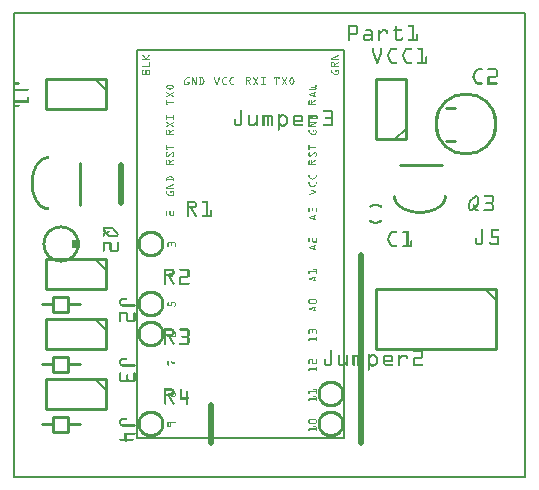
<source format=gto>
G04 MADE WITH FRITZING*
G04 WWW.FRITZING.ORG*
G04 SINGLE SIDED*
G04 HOLES NOT PLATED*
G04 CONTOUR ON CENTER OF CONTOUR VECTOR*
%ASAXBY*%
%FSLAX23Y23*%
%MOIN*%
%OFA0B0*%
%SFA1.0B1.0*%
%ADD10C,0.124000X0.104*%
%ADD11C,0.090000X0.07*%
%ADD12C,0.210000X0.19*%
%ADD13R,0.030000X0.030000*%
%ADD14R,1.710140X1.555700X1.694140X1.539700*%
%ADD15C,0.008000*%
%ADD16C,0.010000*%
%ADD17C,0.005000*%
%ADD18C,0.021000*%
%ADD19C,0.011000*%
%ADD20R,0.001000X0.001000*%
%LNSILK1*%
G90*
G70*
G54D10*
X159Y780D03*
G54D11*
X459Y480D03*
X459Y580D03*
X459Y780D03*
X459Y180D03*
X1059Y180D03*
X1059Y280D03*
G54D12*
X1509Y1180D03*
G54D13*
X209Y780D03*
G54D15*
X4Y1552D02*
X1706Y1552D01*
X1706Y4D01*
X4Y4D01*
X4Y1552D01*
D02*
G54D16*
X309Y730D02*
X109Y730D01*
D02*
X109Y730D02*
X109Y630D01*
D02*
X109Y630D02*
X309Y630D01*
D02*
X309Y630D02*
X309Y730D01*
G54D17*
D02*
X274Y730D02*
X309Y695D01*
G54D16*
D02*
X97Y580D02*
X134Y580D01*
D02*
X184Y580D02*
X222Y580D01*
D02*
X134Y605D02*
X184Y605D01*
D02*
X184Y605D02*
X184Y555D01*
D02*
X184Y555D02*
X134Y555D01*
D02*
X134Y555D02*
X134Y605D01*
D02*
X309Y530D02*
X109Y530D01*
D02*
X109Y530D02*
X109Y430D01*
D02*
X109Y430D02*
X309Y430D01*
D02*
X309Y430D02*
X309Y530D01*
G54D17*
D02*
X274Y530D02*
X309Y495D01*
G54D16*
D02*
X97Y380D02*
X134Y380D01*
D02*
X184Y380D02*
X222Y380D01*
D02*
X134Y405D02*
X184Y405D01*
D02*
X184Y405D02*
X184Y355D01*
D02*
X184Y355D02*
X134Y355D01*
D02*
X134Y355D02*
X134Y405D01*
D02*
X309Y330D02*
X109Y330D01*
D02*
X109Y330D02*
X109Y230D01*
D02*
X109Y230D02*
X309Y230D01*
D02*
X309Y230D02*
X309Y330D01*
G54D17*
D02*
X274Y330D02*
X309Y295D01*
G54D16*
D02*
X97Y180D02*
X134Y180D01*
D02*
X184Y180D02*
X222Y180D01*
D02*
X134Y205D02*
X184Y205D01*
D02*
X184Y205D02*
X184Y155D01*
D02*
X184Y155D02*
X134Y155D01*
D02*
X134Y155D02*
X134Y205D01*
D02*
X1609Y630D02*
X1209Y630D01*
D02*
X1209Y630D02*
X1209Y430D01*
D02*
X1209Y430D02*
X1609Y430D01*
D02*
X1609Y430D02*
X1609Y630D01*
G54D17*
D02*
X1574Y630D02*
X1609Y595D01*
G54D16*
D02*
X309Y1330D02*
X109Y1330D01*
D02*
X109Y1330D02*
X109Y1230D01*
D02*
X109Y1230D02*
X309Y1230D01*
D02*
X309Y1230D02*
X309Y1330D01*
G54D17*
D02*
X274Y1330D02*
X309Y1295D01*
G54D18*
D02*
X1159Y743D02*
X1159Y118D01*
G54D16*
D02*
X223Y1050D02*
X223Y910D01*
G54D18*
D02*
X659Y118D02*
X659Y243D01*
G54D16*
D02*
X1309Y1130D02*
X1309Y1330D01*
D02*
X1309Y1330D02*
X1209Y1330D01*
D02*
X1209Y1330D02*
X1209Y1130D01*
D02*
X1209Y1130D02*
X1309Y1130D01*
G54D17*
D02*
X1309Y1165D02*
X1274Y1130D01*
G54D16*
D02*
X1289Y1044D02*
X1429Y1044D01*
G54D18*
D02*
X359Y1043D02*
X359Y918D01*
G54D15*
X413Y1427D02*
X413Y136D01*
X1105Y136D01*
X1105Y1427D01*
X413Y1427D01*
D02*
G54D19*
X1444Y1236D02*
X1474Y1236D01*
D02*
X1444Y1126D02*
X1474Y1126D01*
D02*
G54D20*
X1117Y1511D02*
X1141Y1511D01*
X1320Y1511D02*
X1336Y1511D01*
X1117Y1510D02*
X1145Y1510D01*
X1318Y1510D02*
X1337Y1510D01*
X1117Y1509D02*
X1146Y1509D01*
X1317Y1509D02*
X1337Y1509D01*
X1117Y1508D02*
X1147Y1508D01*
X1276Y1508D02*
X1277Y1508D01*
X1317Y1508D02*
X1337Y1508D01*
X1117Y1507D02*
X1148Y1507D01*
X1275Y1507D02*
X1279Y1507D01*
X1317Y1507D02*
X1337Y1507D01*
X1117Y1506D02*
X1149Y1506D01*
X1274Y1506D02*
X1279Y1506D01*
X1317Y1506D02*
X1337Y1506D01*
X1117Y1505D02*
X1149Y1505D01*
X1274Y1505D02*
X1280Y1505D01*
X1318Y1505D02*
X1337Y1505D01*
X1117Y1504D02*
X1123Y1504D01*
X1141Y1504D02*
X1150Y1504D01*
X1274Y1504D02*
X1280Y1504D01*
X1330Y1504D02*
X1337Y1504D01*
X1117Y1503D02*
X1123Y1503D01*
X1143Y1503D02*
X1150Y1503D01*
X1274Y1503D02*
X1280Y1503D01*
X1331Y1503D02*
X1337Y1503D01*
X1117Y1502D02*
X1123Y1502D01*
X1144Y1502D02*
X1150Y1502D01*
X1274Y1502D02*
X1280Y1502D01*
X1331Y1502D02*
X1337Y1502D01*
X1117Y1501D02*
X1123Y1501D01*
X1144Y1501D02*
X1150Y1501D01*
X1274Y1501D02*
X1280Y1501D01*
X1331Y1501D02*
X1337Y1501D01*
X1117Y1500D02*
X1123Y1500D01*
X1144Y1500D02*
X1150Y1500D01*
X1274Y1500D02*
X1280Y1500D01*
X1331Y1500D02*
X1337Y1500D01*
X1117Y1499D02*
X1123Y1499D01*
X1144Y1499D02*
X1150Y1499D01*
X1274Y1499D02*
X1280Y1499D01*
X1331Y1499D02*
X1337Y1499D01*
X1117Y1498D02*
X1123Y1498D01*
X1144Y1498D02*
X1150Y1498D01*
X1274Y1498D02*
X1280Y1498D01*
X1331Y1498D02*
X1337Y1498D01*
X1117Y1497D02*
X1123Y1497D01*
X1144Y1497D02*
X1150Y1497D01*
X1274Y1497D02*
X1280Y1497D01*
X1331Y1497D02*
X1337Y1497D01*
X1117Y1496D02*
X1123Y1496D01*
X1144Y1496D02*
X1150Y1496D01*
X1176Y1496D02*
X1192Y1496D01*
X1219Y1496D02*
X1221Y1496D01*
X1232Y1496D02*
X1243Y1496D01*
X1269Y1496D02*
X1295Y1496D01*
X1331Y1496D02*
X1337Y1496D01*
X1117Y1495D02*
X1123Y1495D01*
X1144Y1495D02*
X1150Y1495D01*
X1175Y1495D02*
X1194Y1495D01*
X1218Y1495D02*
X1222Y1495D01*
X1231Y1495D02*
X1245Y1495D01*
X1268Y1495D02*
X1296Y1495D01*
X1331Y1495D02*
X1337Y1495D01*
X1117Y1494D02*
X1123Y1494D01*
X1144Y1494D02*
X1150Y1494D01*
X1174Y1494D02*
X1196Y1494D01*
X1217Y1494D02*
X1223Y1494D01*
X1230Y1494D02*
X1247Y1494D01*
X1267Y1494D02*
X1297Y1494D01*
X1331Y1494D02*
X1337Y1494D01*
X1117Y1493D02*
X1123Y1493D01*
X1144Y1493D02*
X1150Y1493D01*
X1174Y1493D02*
X1197Y1493D01*
X1217Y1493D02*
X1223Y1493D01*
X1229Y1493D02*
X1248Y1493D01*
X1267Y1493D02*
X1297Y1493D01*
X1331Y1493D02*
X1337Y1493D01*
X1117Y1492D02*
X1123Y1492D01*
X1144Y1492D02*
X1150Y1492D01*
X1174Y1492D02*
X1198Y1492D01*
X1217Y1492D02*
X1223Y1492D01*
X1228Y1492D02*
X1248Y1492D01*
X1267Y1492D02*
X1297Y1492D01*
X1331Y1492D02*
X1337Y1492D01*
X1117Y1491D02*
X1123Y1491D01*
X1144Y1491D02*
X1150Y1491D01*
X1174Y1491D02*
X1198Y1491D01*
X1217Y1491D02*
X1223Y1491D01*
X1226Y1491D02*
X1249Y1491D01*
X1267Y1491D02*
X1296Y1491D01*
X1331Y1491D02*
X1337Y1491D01*
X1117Y1490D02*
X1123Y1490D01*
X1144Y1490D02*
X1150Y1490D01*
X1175Y1490D02*
X1199Y1490D01*
X1217Y1490D02*
X1223Y1490D01*
X1225Y1490D02*
X1250Y1490D01*
X1268Y1490D02*
X1295Y1490D01*
X1331Y1490D02*
X1337Y1490D01*
X1117Y1489D02*
X1123Y1489D01*
X1144Y1489D02*
X1150Y1489D01*
X1192Y1489D02*
X1199Y1489D01*
X1217Y1489D02*
X1234Y1489D01*
X1242Y1489D02*
X1250Y1489D01*
X1274Y1489D02*
X1280Y1489D01*
X1331Y1489D02*
X1337Y1489D01*
X1117Y1488D02*
X1123Y1488D01*
X1144Y1488D02*
X1150Y1488D01*
X1193Y1488D02*
X1199Y1488D01*
X1217Y1488D02*
X1233Y1488D01*
X1244Y1488D02*
X1250Y1488D01*
X1274Y1488D02*
X1280Y1488D01*
X1331Y1488D02*
X1337Y1488D01*
X1117Y1487D02*
X1123Y1487D01*
X1144Y1487D02*
X1150Y1487D01*
X1193Y1487D02*
X1199Y1487D01*
X1217Y1487D02*
X1232Y1487D01*
X1244Y1487D02*
X1250Y1487D01*
X1274Y1487D02*
X1280Y1487D01*
X1331Y1487D02*
X1337Y1487D01*
X1117Y1486D02*
X1123Y1486D01*
X1144Y1486D02*
X1150Y1486D01*
X1193Y1486D02*
X1200Y1486D01*
X1217Y1486D02*
X1230Y1486D01*
X1244Y1486D02*
X1250Y1486D01*
X1274Y1486D02*
X1280Y1486D01*
X1331Y1486D02*
X1337Y1486D01*
X1117Y1485D02*
X1123Y1485D01*
X1142Y1485D02*
X1150Y1485D01*
X1194Y1485D02*
X1200Y1485D01*
X1217Y1485D02*
X1229Y1485D01*
X1244Y1485D02*
X1250Y1485D01*
X1274Y1485D02*
X1280Y1485D01*
X1331Y1485D02*
X1337Y1485D01*
X1117Y1484D02*
X1150Y1484D01*
X1194Y1484D02*
X1200Y1484D01*
X1217Y1484D02*
X1228Y1484D01*
X1244Y1484D02*
X1250Y1484D01*
X1274Y1484D02*
X1280Y1484D01*
X1331Y1484D02*
X1337Y1484D01*
X1117Y1483D02*
X1149Y1483D01*
X1194Y1483D02*
X1200Y1483D01*
X1217Y1483D02*
X1227Y1483D01*
X1245Y1483D02*
X1250Y1483D01*
X1274Y1483D02*
X1280Y1483D01*
X1331Y1483D02*
X1337Y1483D01*
X1117Y1482D02*
X1148Y1482D01*
X1194Y1482D02*
X1200Y1482D01*
X1217Y1482D02*
X1226Y1482D01*
X1245Y1482D02*
X1250Y1482D01*
X1274Y1482D02*
X1280Y1482D01*
X1331Y1482D02*
X1337Y1482D01*
X1117Y1481D02*
X1148Y1481D01*
X1174Y1481D02*
X1200Y1481D01*
X1217Y1481D02*
X1225Y1481D01*
X1246Y1481D02*
X1249Y1481D01*
X1274Y1481D02*
X1280Y1481D01*
X1331Y1481D02*
X1337Y1481D01*
X1346Y1481D02*
X1349Y1481D01*
X1117Y1480D02*
X1146Y1480D01*
X1172Y1480D02*
X1200Y1480D01*
X1217Y1480D02*
X1224Y1480D01*
X1274Y1480D02*
X1280Y1480D01*
X1331Y1480D02*
X1337Y1480D01*
X1345Y1480D02*
X1350Y1480D01*
X1117Y1479D02*
X1145Y1479D01*
X1170Y1479D02*
X1200Y1479D01*
X1217Y1479D02*
X1223Y1479D01*
X1274Y1479D02*
X1280Y1479D01*
X1331Y1479D02*
X1337Y1479D01*
X1345Y1479D02*
X1350Y1479D01*
X1117Y1478D02*
X1143Y1478D01*
X1169Y1478D02*
X1200Y1478D01*
X1217Y1478D02*
X1223Y1478D01*
X1274Y1478D02*
X1280Y1478D01*
X1331Y1478D02*
X1337Y1478D01*
X1344Y1478D02*
X1350Y1478D01*
X1117Y1477D02*
X1123Y1477D01*
X1169Y1477D02*
X1200Y1477D01*
X1217Y1477D02*
X1223Y1477D01*
X1274Y1477D02*
X1280Y1477D01*
X1331Y1477D02*
X1337Y1477D01*
X1344Y1477D02*
X1350Y1477D01*
X1117Y1476D02*
X1123Y1476D01*
X1168Y1476D02*
X1200Y1476D01*
X1217Y1476D02*
X1223Y1476D01*
X1274Y1476D02*
X1280Y1476D01*
X1331Y1476D02*
X1337Y1476D01*
X1344Y1476D02*
X1350Y1476D01*
X1117Y1475D02*
X1123Y1475D01*
X1168Y1475D02*
X1200Y1475D01*
X1217Y1475D02*
X1223Y1475D01*
X1274Y1475D02*
X1280Y1475D01*
X1331Y1475D02*
X1337Y1475D01*
X1344Y1475D02*
X1350Y1475D01*
X1117Y1474D02*
X1123Y1474D01*
X1167Y1474D02*
X1174Y1474D01*
X1192Y1474D02*
X1200Y1474D01*
X1217Y1474D02*
X1223Y1474D01*
X1274Y1474D02*
X1280Y1474D01*
X1331Y1474D02*
X1337Y1474D01*
X1344Y1474D02*
X1350Y1474D01*
X1117Y1473D02*
X1123Y1473D01*
X1167Y1473D02*
X1173Y1473D01*
X1193Y1473D02*
X1200Y1473D01*
X1217Y1473D02*
X1223Y1473D01*
X1274Y1473D02*
X1280Y1473D01*
X1331Y1473D02*
X1337Y1473D01*
X1344Y1473D02*
X1350Y1473D01*
X1117Y1472D02*
X1123Y1472D01*
X1167Y1472D02*
X1173Y1472D01*
X1194Y1472D02*
X1200Y1472D01*
X1217Y1472D02*
X1223Y1472D01*
X1274Y1472D02*
X1280Y1472D01*
X1331Y1472D02*
X1337Y1472D01*
X1344Y1472D02*
X1350Y1472D01*
X1117Y1471D02*
X1123Y1471D01*
X1167Y1471D02*
X1173Y1471D01*
X1194Y1471D02*
X1200Y1471D01*
X1217Y1471D02*
X1223Y1471D01*
X1274Y1471D02*
X1280Y1471D01*
X1331Y1471D02*
X1337Y1471D01*
X1344Y1471D02*
X1350Y1471D01*
X1117Y1470D02*
X1123Y1470D01*
X1167Y1470D02*
X1173Y1470D01*
X1194Y1470D02*
X1200Y1470D01*
X1217Y1470D02*
X1223Y1470D01*
X1274Y1470D02*
X1280Y1470D01*
X1331Y1470D02*
X1337Y1470D01*
X1344Y1470D02*
X1350Y1470D01*
X1117Y1469D02*
X1123Y1469D01*
X1167Y1469D02*
X1173Y1469D01*
X1194Y1469D02*
X1200Y1469D01*
X1217Y1469D02*
X1223Y1469D01*
X1274Y1469D02*
X1280Y1469D01*
X1296Y1469D02*
X1299Y1469D01*
X1331Y1469D02*
X1337Y1469D01*
X1344Y1469D02*
X1350Y1469D01*
X1117Y1468D02*
X1123Y1468D01*
X1167Y1468D02*
X1173Y1468D01*
X1193Y1468D02*
X1200Y1468D01*
X1217Y1468D02*
X1223Y1468D01*
X1274Y1468D02*
X1280Y1468D01*
X1295Y1468D02*
X1300Y1468D01*
X1331Y1468D02*
X1337Y1468D01*
X1344Y1468D02*
X1350Y1468D01*
X1117Y1467D02*
X1123Y1467D01*
X1167Y1467D02*
X1173Y1467D01*
X1192Y1467D02*
X1200Y1467D01*
X1217Y1467D02*
X1223Y1467D01*
X1274Y1467D02*
X1280Y1467D01*
X1294Y1467D02*
X1300Y1467D01*
X1331Y1467D02*
X1337Y1467D01*
X1344Y1467D02*
X1350Y1467D01*
X1117Y1466D02*
X1123Y1466D01*
X1167Y1466D02*
X1173Y1466D01*
X1190Y1466D02*
X1200Y1466D01*
X1217Y1466D02*
X1223Y1466D01*
X1274Y1466D02*
X1280Y1466D01*
X1294Y1466D02*
X1300Y1466D01*
X1331Y1466D02*
X1337Y1466D01*
X1344Y1466D02*
X1350Y1466D01*
X1117Y1465D02*
X1123Y1465D01*
X1167Y1465D02*
X1174Y1465D01*
X1188Y1465D02*
X1200Y1465D01*
X1217Y1465D02*
X1223Y1465D01*
X1274Y1465D02*
X1281Y1465D01*
X1293Y1465D02*
X1300Y1465D01*
X1331Y1465D02*
X1337Y1465D01*
X1344Y1465D02*
X1350Y1465D01*
X1117Y1464D02*
X1123Y1464D01*
X1167Y1464D02*
X1176Y1464D01*
X1186Y1464D02*
X1200Y1464D01*
X1217Y1464D02*
X1223Y1464D01*
X1274Y1464D02*
X1283Y1464D01*
X1291Y1464D02*
X1300Y1464D01*
X1330Y1464D02*
X1337Y1464D01*
X1344Y1464D02*
X1350Y1464D01*
X1117Y1463D02*
X1123Y1463D01*
X1168Y1463D02*
X1200Y1463D01*
X1217Y1463D02*
X1223Y1463D01*
X1275Y1463D02*
X1299Y1463D01*
X1318Y1463D02*
X1350Y1463D01*
X1117Y1462D02*
X1123Y1462D01*
X1168Y1462D02*
X1200Y1462D01*
X1217Y1462D02*
X1223Y1462D01*
X1275Y1462D02*
X1299Y1462D01*
X1317Y1462D02*
X1350Y1462D01*
X1117Y1461D02*
X1123Y1461D01*
X1169Y1461D02*
X1200Y1461D01*
X1217Y1461D02*
X1223Y1461D01*
X1276Y1461D02*
X1298Y1461D01*
X1317Y1461D02*
X1350Y1461D01*
X1117Y1460D02*
X1123Y1460D01*
X1170Y1460D02*
X1200Y1460D01*
X1217Y1460D02*
X1223Y1460D01*
X1277Y1460D02*
X1297Y1460D01*
X1317Y1460D02*
X1350Y1460D01*
X1117Y1459D02*
X1122Y1459D01*
X1171Y1459D02*
X1191Y1459D01*
X1195Y1459D02*
X1200Y1459D01*
X1217Y1459D02*
X1222Y1459D01*
X1278Y1459D02*
X1296Y1459D01*
X1317Y1459D02*
X1350Y1459D01*
X1118Y1458D02*
X1122Y1458D01*
X1173Y1458D02*
X1189Y1458D01*
X1196Y1458D02*
X1199Y1458D01*
X1218Y1458D02*
X1222Y1458D01*
X1280Y1458D02*
X1294Y1458D01*
X1318Y1458D02*
X1349Y1458D01*
X1177Y1457D02*
X1187Y1457D01*
X1284Y1457D02*
X1290Y1457D01*
X1320Y1457D02*
X1347Y1457D01*
X1199Y1435D02*
X1202Y1435D01*
X1226Y1435D02*
X1230Y1435D01*
X1261Y1435D02*
X1280Y1435D01*
X1311Y1435D02*
X1330Y1435D01*
X1349Y1435D02*
X1367Y1435D01*
X1198Y1434D02*
X1203Y1434D01*
X1225Y1434D02*
X1231Y1434D01*
X1259Y1434D02*
X1280Y1434D01*
X1309Y1434D02*
X1330Y1434D01*
X1348Y1434D02*
X1367Y1434D01*
X1197Y1433D02*
X1203Y1433D01*
X1225Y1433D02*
X1231Y1433D01*
X1258Y1433D02*
X1281Y1433D01*
X1308Y1433D02*
X1331Y1433D01*
X1347Y1433D02*
X1367Y1433D01*
X1197Y1432D02*
X1203Y1432D01*
X1225Y1432D02*
X1231Y1432D01*
X1257Y1432D02*
X1281Y1432D01*
X1307Y1432D02*
X1331Y1432D01*
X1347Y1432D02*
X1367Y1432D01*
X1197Y1431D02*
X1203Y1431D01*
X1225Y1431D02*
X1231Y1431D01*
X1257Y1431D02*
X1281Y1431D01*
X1307Y1431D02*
X1331Y1431D01*
X1348Y1431D02*
X1367Y1431D01*
X1197Y1430D02*
X1203Y1430D01*
X1225Y1430D02*
X1231Y1430D01*
X1256Y1430D02*
X1280Y1430D01*
X1306Y1430D02*
X1330Y1430D01*
X1348Y1430D02*
X1367Y1430D01*
X1197Y1429D02*
X1203Y1429D01*
X1225Y1429D02*
X1231Y1429D01*
X1256Y1429D02*
X1278Y1429D01*
X1306Y1429D02*
X1328Y1429D01*
X1350Y1429D02*
X1367Y1429D01*
X1197Y1428D02*
X1203Y1428D01*
X1225Y1428D02*
X1231Y1428D01*
X1255Y1428D02*
X1262Y1428D01*
X1305Y1428D02*
X1312Y1428D01*
X1361Y1428D02*
X1367Y1428D01*
X1197Y1427D02*
X1203Y1427D01*
X1225Y1427D02*
X1231Y1427D01*
X1255Y1427D02*
X1262Y1427D01*
X1305Y1427D02*
X1312Y1427D01*
X1361Y1427D02*
X1367Y1427D01*
X1197Y1426D02*
X1203Y1426D01*
X1225Y1426D02*
X1231Y1426D01*
X1254Y1426D02*
X1261Y1426D01*
X1304Y1426D02*
X1311Y1426D01*
X1361Y1426D02*
X1367Y1426D01*
X1197Y1425D02*
X1203Y1425D01*
X1225Y1425D02*
X1231Y1425D01*
X1254Y1425D02*
X1260Y1425D01*
X1304Y1425D02*
X1310Y1425D01*
X1361Y1425D02*
X1367Y1425D01*
X1197Y1424D02*
X1203Y1424D01*
X1225Y1424D02*
X1231Y1424D01*
X1253Y1424D02*
X1260Y1424D01*
X1303Y1424D02*
X1310Y1424D01*
X1361Y1424D02*
X1367Y1424D01*
X1197Y1423D02*
X1203Y1423D01*
X1225Y1423D02*
X1231Y1423D01*
X1253Y1423D02*
X1259Y1423D01*
X1303Y1423D02*
X1309Y1423D01*
X1361Y1423D02*
X1367Y1423D01*
X1197Y1422D02*
X1203Y1422D01*
X1225Y1422D02*
X1231Y1422D01*
X1252Y1422D02*
X1259Y1422D01*
X1302Y1422D02*
X1309Y1422D01*
X1361Y1422D02*
X1367Y1422D01*
X1197Y1421D02*
X1204Y1421D01*
X1225Y1421D02*
X1231Y1421D01*
X1252Y1421D02*
X1258Y1421D01*
X1302Y1421D02*
X1308Y1421D01*
X1361Y1421D02*
X1367Y1421D01*
X1197Y1420D02*
X1204Y1420D01*
X1224Y1420D02*
X1231Y1420D01*
X1251Y1420D02*
X1258Y1420D01*
X1301Y1420D02*
X1308Y1420D01*
X1361Y1420D02*
X1367Y1420D01*
X1198Y1419D02*
X1204Y1419D01*
X1224Y1419D02*
X1231Y1419D01*
X1251Y1419D02*
X1257Y1419D01*
X1301Y1419D02*
X1307Y1419D01*
X1361Y1419D02*
X1367Y1419D01*
X1198Y1418D02*
X1205Y1418D01*
X1224Y1418D02*
X1230Y1418D01*
X1250Y1418D02*
X1257Y1418D01*
X1300Y1418D02*
X1307Y1418D01*
X1361Y1418D02*
X1367Y1418D01*
X1198Y1417D02*
X1205Y1417D01*
X1223Y1417D02*
X1230Y1417D01*
X1250Y1417D02*
X1256Y1417D01*
X1300Y1417D02*
X1306Y1417D01*
X1361Y1417D02*
X1367Y1417D01*
X1199Y1416D02*
X1205Y1416D01*
X1223Y1416D02*
X1229Y1416D01*
X1249Y1416D02*
X1256Y1416D01*
X1299Y1416D02*
X1306Y1416D01*
X1361Y1416D02*
X1367Y1416D01*
X1199Y1415D02*
X1206Y1415D01*
X1223Y1415D02*
X1229Y1415D01*
X1249Y1415D02*
X1255Y1415D01*
X1299Y1415D02*
X1305Y1415D01*
X1361Y1415D02*
X1367Y1415D01*
X1200Y1414D02*
X1206Y1414D01*
X1222Y1414D02*
X1229Y1414D01*
X1248Y1414D02*
X1255Y1414D01*
X1298Y1414D02*
X1305Y1414D01*
X1361Y1414D02*
X1367Y1414D01*
X1200Y1413D02*
X1207Y1413D01*
X1222Y1413D02*
X1228Y1413D01*
X1248Y1413D02*
X1254Y1413D01*
X1298Y1413D02*
X1304Y1413D01*
X1361Y1413D02*
X1367Y1413D01*
X431Y1412D02*
X432Y1412D01*
X455Y1412D02*
X456Y1412D01*
X1061Y1412D02*
X1087Y1412D01*
X1200Y1412D02*
X1207Y1412D01*
X1221Y1412D02*
X1228Y1412D01*
X1248Y1412D02*
X1254Y1412D01*
X1298Y1412D02*
X1304Y1412D01*
X1361Y1412D02*
X1367Y1412D01*
X431Y1411D02*
X433Y1411D01*
X454Y1411D02*
X457Y1411D01*
X1061Y1411D02*
X1087Y1411D01*
X1201Y1411D02*
X1207Y1411D01*
X1221Y1411D02*
X1227Y1411D01*
X1248Y1411D02*
X1254Y1411D01*
X1298Y1411D02*
X1304Y1411D01*
X1361Y1411D02*
X1367Y1411D01*
X431Y1410D02*
X434Y1410D01*
X453Y1410D02*
X456Y1410D01*
X1061Y1410D02*
X1087Y1410D01*
X1201Y1410D02*
X1208Y1410D01*
X1221Y1410D02*
X1227Y1410D01*
X1247Y1410D02*
X1254Y1410D01*
X1297Y1410D02*
X1304Y1410D01*
X1361Y1410D02*
X1367Y1410D01*
X431Y1409D02*
X435Y1409D01*
X452Y1409D02*
X456Y1409D01*
X1080Y1409D02*
X1087Y1409D01*
X1202Y1409D02*
X1208Y1409D01*
X1220Y1409D02*
X1227Y1409D01*
X1247Y1409D02*
X1253Y1409D01*
X1297Y1409D02*
X1303Y1409D01*
X1361Y1409D02*
X1367Y1409D01*
X432Y1408D02*
X436Y1408D01*
X451Y1408D02*
X455Y1408D01*
X1079Y1408D02*
X1086Y1408D01*
X1202Y1408D02*
X1209Y1408D01*
X1220Y1408D02*
X1226Y1408D01*
X1247Y1408D02*
X1253Y1408D01*
X1297Y1408D02*
X1303Y1408D01*
X1361Y1408D02*
X1367Y1408D01*
X433Y1407D02*
X437Y1407D01*
X450Y1407D02*
X454Y1407D01*
X1077Y1407D02*
X1085Y1407D01*
X1202Y1407D02*
X1209Y1407D01*
X1219Y1407D02*
X1226Y1407D01*
X1247Y1407D02*
X1254Y1407D01*
X1297Y1407D02*
X1304Y1407D01*
X1361Y1407D02*
X1367Y1407D01*
X434Y1406D02*
X438Y1406D01*
X449Y1406D02*
X453Y1406D01*
X1074Y1406D02*
X1082Y1406D01*
X1203Y1406D02*
X1209Y1406D01*
X1219Y1406D02*
X1226Y1406D01*
X1248Y1406D02*
X1254Y1406D01*
X1298Y1406D02*
X1304Y1406D01*
X1361Y1406D02*
X1367Y1406D01*
X1377Y1406D02*
X1379Y1406D01*
X435Y1405D02*
X439Y1405D01*
X449Y1405D02*
X452Y1405D01*
X1072Y1405D02*
X1080Y1405D01*
X1203Y1405D02*
X1210Y1405D01*
X1219Y1405D02*
X1225Y1405D01*
X1248Y1405D02*
X1254Y1405D01*
X1298Y1405D02*
X1304Y1405D01*
X1361Y1405D02*
X1367Y1405D01*
X1376Y1405D02*
X1380Y1405D01*
X436Y1404D02*
X439Y1404D01*
X448Y1404D02*
X451Y1404D01*
X1070Y1404D02*
X1078Y1404D01*
X1204Y1404D02*
X1210Y1404D01*
X1218Y1404D02*
X1225Y1404D01*
X1248Y1404D02*
X1255Y1404D01*
X1298Y1404D02*
X1305Y1404D01*
X1361Y1404D02*
X1367Y1404D01*
X1375Y1404D02*
X1381Y1404D01*
X437Y1403D02*
X440Y1403D01*
X447Y1403D02*
X451Y1403D01*
X1068Y1403D02*
X1075Y1403D01*
X1204Y1403D02*
X1211Y1403D01*
X1218Y1403D02*
X1224Y1403D01*
X1249Y1403D02*
X1255Y1403D01*
X1299Y1403D02*
X1305Y1403D01*
X1361Y1403D02*
X1367Y1403D01*
X1375Y1403D02*
X1381Y1403D01*
X437Y1402D02*
X441Y1402D01*
X446Y1402D02*
X450Y1402D01*
X1065Y1402D02*
X1073Y1402D01*
X1204Y1402D02*
X1211Y1402D01*
X1217Y1402D02*
X1224Y1402D01*
X1249Y1402D02*
X1256Y1402D01*
X1299Y1402D02*
X1306Y1402D01*
X1361Y1402D02*
X1367Y1402D01*
X1375Y1402D02*
X1381Y1402D01*
X438Y1401D02*
X442Y1401D01*
X445Y1401D02*
X449Y1401D01*
X1063Y1401D02*
X1071Y1401D01*
X1205Y1401D02*
X1211Y1401D01*
X1217Y1401D02*
X1224Y1401D01*
X1249Y1401D02*
X1256Y1401D01*
X1299Y1401D02*
X1306Y1401D01*
X1361Y1401D02*
X1367Y1401D01*
X1375Y1401D02*
X1381Y1401D01*
X439Y1400D02*
X448Y1400D01*
X1061Y1400D02*
X1069Y1400D01*
X1205Y1400D02*
X1212Y1400D01*
X1217Y1400D02*
X1223Y1400D01*
X1250Y1400D02*
X1257Y1400D01*
X1300Y1400D02*
X1307Y1400D01*
X1361Y1400D02*
X1367Y1400D01*
X1375Y1400D02*
X1381Y1400D01*
X440Y1399D02*
X447Y1399D01*
X1060Y1399D02*
X1067Y1399D01*
X1205Y1399D02*
X1212Y1399D01*
X1216Y1399D02*
X1223Y1399D01*
X1250Y1399D02*
X1257Y1399D01*
X1300Y1399D02*
X1307Y1399D01*
X1361Y1399D02*
X1367Y1399D01*
X1375Y1399D02*
X1381Y1399D01*
X431Y1398D02*
X456Y1398D01*
X1060Y1398D02*
X1086Y1398D01*
X1206Y1398D02*
X1213Y1398D01*
X1216Y1398D02*
X1222Y1398D01*
X1251Y1398D02*
X1258Y1398D01*
X1301Y1398D02*
X1308Y1398D01*
X1361Y1398D02*
X1367Y1398D01*
X1375Y1398D02*
X1381Y1398D01*
X431Y1397D02*
X457Y1397D01*
X1060Y1397D02*
X1086Y1397D01*
X1206Y1397D02*
X1213Y1397D01*
X1215Y1397D02*
X1222Y1397D01*
X1251Y1397D02*
X1258Y1397D01*
X1301Y1397D02*
X1308Y1397D01*
X1361Y1397D02*
X1367Y1397D01*
X1375Y1397D02*
X1381Y1397D01*
X431Y1396D02*
X456Y1396D01*
X1060Y1396D02*
X1086Y1396D01*
X1207Y1396D02*
X1213Y1396D01*
X1215Y1396D02*
X1222Y1396D01*
X1252Y1396D02*
X1259Y1396D01*
X1302Y1396D02*
X1309Y1396D01*
X1361Y1396D02*
X1367Y1396D01*
X1375Y1396D02*
X1381Y1396D01*
X1207Y1395D02*
X1221Y1395D01*
X1252Y1395D02*
X1259Y1395D01*
X1302Y1395D02*
X1309Y1395D01*
X1361Y1395D02*
X1367Y1395D01*
X1375Y1395D02*
X1381Y1395D01*
X1207Y1394D02*
X1221Y1394D01*
X1253Y1394D02*
X1260Y1394D01*
X1303Y1394D02*
X1310Y1394D01*
X1361Y1394D02*
X1367Y1394D01*
X1375Y1394D02*
X1381Y1394D01*
X1208Y1393D02*
X1220Y1393D01*
X1253Y1393D02*
X1260Y1393D01*
X1303Y1393D02*
X1310Y1393D01*
X1361Y1393D02*
X1367Y1393D01*
X1375Y1393D02*
X1381Y1393D01*
X1208Y1392D02*
X1220Y1392D01*
X1254Y1392D02*
X1261Y1392D01*
X1304Y1392D02*
X1311Y1392D01*
X1361Y1392D02*
X1367Y1392D01*
X1375Y1392D02*
X1381Y1392D01*
X1209Y1391D02*
X1220Y1391D01*
X1254Y1391D02*
X1261Y1391D01*
X1304Y1391D02*
X1311Y1391D01*
X1361Y1391D02*
X1367Y1391D01*
X1375Y1391D02*
X1381Y1391D01*
X1209Y1390D02*
X1219Y1390D01*
X1255Y1390D02*
X1262Y1390D01*
X1305Y1390D02*
X1312Y1390D01*
X1361Y1390D02*
X1367Y1390D01*
X1375Y1390D02*
X1381Y1390D01*
X1209Y1389D02*
X1219Y1389D01*
X1255Y1389D02*
X1263Y1389D01*
X1305Y1389D02*
X1313Y1389D01*
X1361Y1389D02*
X1367Y1389D01*
X1375Y1389D02*
X1381Y1389D01*
X1210Y1388D02*
X1219Y1388D01*
X1256Y1388D02*
X1279Y1388D01*
X1306Y1388D02*
X1329Y1388D01*
X1349Y1388D02*
X1381Y1388D01*
X455Y1387D02*
X456Y1387D01*
X1064Y1387D02*
X1069Y1387D01*
X1084Y1387D02*
X1086Y1387D01*
X1210Y1387D02*
X1218Y1387D01*
X1257Y1387D02*
X1280Y1387D01*
X1307Y1387D02*
X1330Y1387D01*
X1348Y1387D02*
X1381Y1387D01*
X454Y1386D02*
X457Y1386D01*
X1062Y1386D02*
X1070Y1386D01*
X1083Y1386D02*
X1086Y1386D01*
X1211Y1386D02*
X1218Y1386D01*
X1257Y1386D02*
X1281Y1386D01*
X1307Y1386D02*
X1331Y1386D01*
X1348Y1386D02*
X1381Y1386D01*
X454Y1385D02*
X457Y1385D01*
X1061Y1385D02*
X1071Y1385D01*
X1081Y1385D02*
X1086Y1385D01*
X1211Y1385D02*
X1217Y1385D01*
X1258Y1385D02*
X1281Y1385D01*
X1308Y1385D02*
X1331Y1385D01*
X1347Y1385D02*
X1381Y1385D01*
X454Y1384D02*
X457Y1384D01*
X1061Y1384D02*
X1065Y1384D01*
X1068Y1384D02*
X1071Y1384D01*
X1079Y1384D02*
X1085Y1384D01*
X1211Y1384D02*
X1217Y1384D01*
X1259Y1384D02*
X1281Y1384D01*
X1309Y1384D02*
X1331Y1384D01*
X1348Y1384D02*
X1381Y1384D01*
X454Y1383D02*
X457Y1383D01*
X1061Y1383D02*
X1063Y1383D01*
X1069Y1383D02*
X1072Y1383D01*
X1078Y1383D02*
X1084Y1383D01*
X1212Y1383D02*
X1216Y1383D01*
X1261Y1383D02*
X1280Y1383D01*
X1311Y1383D02*
X1330Y1383D01*
X1348Y1383D02*
X1380Y1383D01*
X454Y1382D02*
X457Y1382D01*
X1060Y1382D02*
X1063Y1382D01*
X1069Y1382D02*
X1072Y1382D01*
X1076Y1382D02*
X1082Y1382D01*
X1213Y1382D02*
X1215Y1382D01*
X1263Y1382D02*
X1279Y1382D01*
X1313Y1382D02*
X1329Y1382D01*
X1350Y1382D02*
X1379Y1382D01*
X454Y1381D02*
X457Y1381D01*
X1060Y1381D02*
X1063Y1381D01*
X1069Y1381D02*
X1072Y1381D01*
X1074Y1381D02*
X1080Y1381D01*
X454Y1380D02*
X457Y1380D01*
X1060Y1380D02*
X1063Y1380D01*
X1069Y1380D02*
X1078Y1380D01*
X454Y1379D02*
X457Y1379D01*
X1060Y1379D02*
X1063Y1379D01*
X1069Y1379D02*
X1077Y1379D01*
X454Y1378D02*
X457Y1378D01*
X1060Y1378D02*
X1063Y1378D01*
X1069Y1378D02*
X1075Y1378D01*
X454Y1377D02*
X457Y1377D01*
X1060Y1377D02*
X1063Y1377D01*
X1069Y1377D02*
X1073Y1377D01*
X454Y1376D02*
X457Y1376D01*
X1060Y1376D02*
X1063Y1376D01*
X1069Y1376D02*
X1072Y1376D01*
X454Y1375D02*
X457Y1375D01*
X1060Y1375D02*
X1063Y1375D01*
X1069Y1375D02*
X1072Y1375D01*
X454Y1374D02*
X457Y1374D01*
X1060Y1374D02*
X1063Y1374D01*
X1069Y1374D02*
X1072Y1374D01*
X431Y1373D02*
X457Y1373D01*
X1060Y1373D02*
X1086Y1373D01*
X431Y1372D02*
X457Y1372D01*
X1060Y1372D02*
X1086Y1372D01*
X431Y1371D02*
X457Y1371D01*
X1060Y1371D02*
X1086Y1371D01*
X1549Y1366D02*
X1563Y1366D01*
X1585Y1366D02*
X1610Y1366D01*
X1545Y1365D02*
X1565Y1365D01*
X1583Y1365D02*
X1612Y1365D01*
X1544Y1364D02*
X1565Y1364D01*
X1582Y1364D02*
X1614Y1364D01*
X1543Y1363D02*
X1566Y1363D01*
X1582Y1363D02*
X1614Y1363D01*
X435Y1362D02*
X440Y1362D01*
X447Y1362D02*
X452Y1362D01*
X1061Y1362D02*
X1062Y1362D01*
X1075Y1362D02*
X1083Y1362D01*
X1542Y1362D02*
X1565Y1362D01*
X1582Y1362D02*
X1615Y1362D01*
X433Y1361D02*
X442Y1361D01*
X445Y1361D02*
X454Y1361D01*
X1060Y1361D02*
X1063Y1361D01*
X1075Y1361D02*
X1085Y1361D01*
X1541Y1361D02*
X1565Y1361D01*
X1582Y1361D02*
X1615Y1361D01*
X432Y1360D02*
X455Y1360D01*
X1060Y1360D02*
X1063Y1360D01*
X1075Y1360D02*
X1086Y1360D01*
X1540Y1360D02*
X1564Y1360D01*
X1583Y1360D02*
X1616Y1360D01*
X431Y1359D02*
X436Y1359D01*
X439Y1359D02*
X448Y1359D01*
X451Y1359D02*
X456Y1359D01*
X1060Y1359D02*
X1063Y1359D01*
X1075Y1359D02*
X1078Y1359D01*
X1082Y1359D02*
X1086Y1359D01*
X1540Y1359D02*
X1548Y1359D01*
X1609Y1359D02*
X1616Y1359D01*
X431Y1358D02*
X434Y1358D01*
X441Y1358D02*
X446Y1358D01*
X453Y1358D02*
X456Y1358D01*
X1060Y1358D02*
X1063Y1358D01*
X1075Y1358D02*
X1078Y1358D01*
X1084Y1358D02*
X1086Y1358D01*
X1539Y1358D02*
X1547Y1358D01*
X1610Y1358D02*
X1616Y1358D01*
X431Y1357D02*
X433Y1357D01*
X442Y1357D02*
X445Y1357D01*
X454Y1357D02*
X456Y1357D01*
X1060Y1357D02*
X1063Y1357D01*
X1075Y1357D02*
X1078Y1357D01*
X1084Y1357D02*
X1087Y1357D01*
X1539Y1357D02*
X1546Y1357D01*
X1610Y1357D02*
X1616Y1357D01*
X431Y1356D02*
X433Y1356D01*
X442Y1356D02*
X445Y1356D01*
X454Y1356D02*
X457Y1356D01*
X1060Y1356D02*
X1063Y1356D01*
X1075Y1356D02*
X1078Y1356D01*
X1084Y1356D02*
X1087Y1356D01*
X1538Y1356D02*
X1545Y1356D01*
X1610Y1356D02*
X1616Y1356D01*
X430Y1355D02*
X433Y1355D01*
X442Y1355D02*
X445Y1355D01*
X454Y1355D02*
X457Y1355D01*
X1061Y1355D02*
X1063Y1355D01*
X1075Y1355D02*
X1078Y1355D01*
X1084Y1355D02*
X1087Y1355D01*
X1538Y1355D02*
X1545Y1355D01*
X1610Y1355D02*
X1616Y1355D01*
X430Y1354D02*
X433Y1354D01*
X442Y1354D02*
X445Y1354D01*
X454Y1354D02*
X457Y1354D01*
X1061Y1354D02*
X1064Y1354D01*
X1076Y1354D02*
X1076Y1354D01*
X1084Y1354D02*
X1087Y1354D01*
X1537Y1354D02*
X1544Y1354D01*
X1610Y1354D02*
X1616Y1354D01*
X430Y1353D02*
X433Y1353D01*
X442Y1353D02*
X445Y1353D01*
X454Y1353D02*
X457Y1353D01*
X1061Y1353D02*
X1065Y1353D01*
X1084Y1353D02*
X1087Y1353D01*
X1537Y1353D02*
X1544Y1353D01*
X1610Y1353D02*
X1616Y1353D01*
X430Y1352D02*
X433Y1352D01*
X442Y1352D02*
X445Y1352D01*
X454Y1352D02*
X457Y1352D01*
X1062Y1352D02*
X1067Y1352D01*
X1084Y1352D02*
X1087Y1352D01*
X1537Y1352D02*
X1543Y1352D01*
X1610Y1352D02*
X1616Y1352D01*
X430Y1351D02*
X433Y1351D01*
X442Y1351D02*
X445Y1351D01*
X454Y1351D02*
X457Y1351D01*
X1063Y1351D02*
X1068Y1351D01*
X1084Y1351D02*
X1087Y1351D01*
X1536Y1351D02*
X1543Y1351D01*
X1610Y1351D02*
X1616Y1351D01*
X430Y1350D02*
X433Y1350D01*
X442Y1350D02*
X445Y1350D01*
X454Y1350D02*
X457Y1350D01*
X1064Y1350D02*
X1069Y1350D01*
X1084Y1350D02*
X1086Y1350D01*
X1536Y1350D02*
X1542Y1350D01*
X1610Y1350D02*
X1616Y1350D01*
X430Y1349D02*
X433Y1349D01*
X442Y1349D02*
X445Y1349D01*
X454Y1349D02*
X457Y1349D01*
X1066Y1349D02*
X1071Y1349D01*
X1083Y1349D02*
X1086Y1349D01*
X1535Y1349D02*
X1542Y1349D01*
X1610Y1349D02*
X1616Y1349D01*
X430Y1348D02*
X457Y1348D01*
X1067Y1348D02*
X1086Y1348D01*
X1535Y1348D02*
X1541Y1348D01*
X1610Y1348D02*
X1616Y1348D01*
X430Y1347D02*
X457Y1347D01*
X1068Y1347D02*
X1085Y1347D01*
X1534Y1347D02*
X1541Y1347D01*
X1610Y1347D02*
X1616Y1347D01*
X430Y1346D02*
X457Y1346D01*
X1070Y1346D02*
X1084Y1346D01*
X1534Y1346D02*
X1540Y1346D01*
X1610Y1346D02*
X1616Y1346D01*
X1533Y1345D02*
X1540Y1345D01*
X1610Y1345D02*
X1616Y1345D01*
X1533Y1344D02*
X1539Y1344D01*
X1610Y1344D02*
X1616Y1344D01*
X1533Y1343D02*
X1539Y1343D01*
X1610Y1343D02*
X1616Y1343D01*
X1532Y1342D02*
X1539Y1342D01*
X1586Y1342D02*
X1616Y1342D01*
X1532Y1341D02*
X1538Y1341D01*
X1585Y1341D02*
X1615Y1341D01*
X1532Y1340D02*
X1538Y1340D01*
X1584Y1340D02*
X1615Y1340D01*
X1532Y1339D02*
X1538Y1339D01*
X1583Y1339D02*
X1615Y1339D01*
X1532Y1338D02*
X1538Y1338D01*
X1582Y1338D02*
X1614Y1338D01*
X1532Y1337D02*
X1538Y1337D01*
X1582Y1337D02*
X1613Y1337D01*
X579Y1336D02*
X588Y1336D01*
X596Y1336D02*
X601Y1336D01*
X611Y1336D02*
X613Y1336D01*
X622Y1336D02*
X632Y1336D01*
X672Y1336D02*
X674Y1336D01*
X686Y1336D02*
X688Y1336D01*
X703Y1336D02*
X712Y1336D01*
X728Y1336D02*
X737Y1336D01*
X776Y1336D02*
X790Y1336D01*
X802Y1336D02*
X804Y1336D01*
X815Y1336D02*
X817Y1336D01*
X827Y1336D02*
X842Y1336D01*
X871Y1336D02*
X888Y1336D01*
X897Y1336D02*
X899Y1336D01*
X910Y1336D02*
X912Y1336D01*
X927Y1336D02*
X932Y1336D01*
X1532Y1336D02*
X1539Y1336D01*
X1582Y1336D02*
X1611Y1336D01*
X578Y1335D02*
X588Y1335D01*
X596Y1335D02*
X601Y1335D01*
X610Y1335D02*
X613Y1335D01*
X622Y1335D02*
X633Y1335D01*
X671Y1335D02*
X674Y1335D01*
X685Y1335D02*
X688Y1335D01*
X701Y1335D02*
X713Y1335D01*
X726Y1335D02*
X738Y1335D01*
X776Y1335D02*
X791Y1335D01*
X802Y1335D02*
X804Y1335D01*
X815Y1335D02*
X818Y1335D01*
X827Y1335D02*
X843Y1335D01*
X871Y1335D02*
X888Y1335D01*
X897Y1335D02*
X899Y1335D01*
X910Y1335D02*
X913Y1335D01*
X926Y1335D02*
X933Y1335D01*
X1533Y1335D02*
X1539Y1335D01*
X1582Y1335D02*
X1588Y1335D01*
X577Y1334D02*
X587Y1334D01*
X596Y1334D02*
X601Y1334D01*
X610Y1334D02*
X613Y1334D01*
X622Y1334D02*
X633Y1334D01*
X671Y1334D02*
X674Y1334D01*
X685Y1334D02*
X688Y1334D01*
X701Y1334D02*
X712Y1334D01*
X726Y1334D02*
X737Y1334D01*
X776Y1334D02*
X792Y1334D01*
X802Y1334D02*
X805Y1334D01*
X814Y1334D02*
X817Y1334D01*
X827Y1334D02*
X842Y1334D01*
X871Y1334D02*
X888Y1334D01*
X897Y1334D02*
X900Y1334D01*
X909Y1334D02*
X912Y1334D01*
X926Y1334D02*
X933Y1334D01*
X1533Y1334D02*
X1539Y1334D01*
X1582Y1334D02*
X1588Y1334D01*
X576Y1333D02*
X580Y1333D01*
X596Y1333D02*
X602Y1333D01*
X610Y1333D02*
X613Y1333D01*
X625Y1333D02*
X627Y1333D01*
X631Y1333D02*
X634Y1333D01*
X671Y1333D02*
X674Y1333D01*
X685Y1333D02*
X688Y1333D01*
X700Y1333D02*
X704Y1333D01*
X725Y1333D02*
X729Y1333D01*
X776Y1333D02*
X779Y1333D01*
X790Y1333D02*
X793Y1333D01*
X802Y1333D02*
X806Y1333D01*
X814Y1333D02*
X817Y1333D01*
X833Y1333D02*
X836Y1333D01*
X871Y1333D02*
X874Y1333D01*
X878Y1333D02*
X881Y1333D01*
X885Y1333D02*
X888Y1333D01*
X897Y1333D02*
X901Y1333D01*
X909Y1333D02*
X912Y1333D01*
X925Y1333D02*
X928Y1333D01*
X931Y1333D02*
X934Y1333D01*
X1533Y1333D02*
X1540Y1333D01*
X1582Y1333D02*
X1588Y1333D01*
X575Y1332D02*
X579Y1332D01*
X596Y1332D02*
X602Y1332D01*
X610Y1332D02*
X613Y1332D01*
X625Y1332D02*
X627Y1332D01*
X631Y1332D02*
X634Y1332D01*
X671Y1332D02*
X674Y1332D01*
X685Y1332D02*
X688Y1332D01*
X700Y1332D02*
X703Y1332D01*
X725Y1332D02*
X728Y1332D01*
X776Y1332D02*
X779Y1332D01*
X790Y1332D02*
X793Y1332D01*
X803Y1332D02*
X806Y1332D01*
X813Y1332D02*
X816Y1332D01*
X833Y1332D02*
X836Y1332D01*
X872Y1332D02*
X874Y1332D01*
X878Y1332D02*
X881Y1332D01*
X885Y1332D02*
X888Y1332D01*
X898Y1332D02*
X901Y1332D01*
X908Y1332D02*
X911Y1332D01*
X925Y1332D02*
X928Y1332D01*
X931Y1332D02*
X934Y1332D01*
X1534Y1332D02*
X1540Y1332D01*
X1582Y1332D02*
X1588Y1332D01*
X575Y1331D02*
X578Y1331D01*
X596Y1331D02*
X603Y1331D01*
X610Y1331D02*
X613Y1331D01*
X625Y1331D02*
X627Y1331D01*
X632Y1331D02*
X635Y1331D01*
X671Y1331D02*
X674Y1331D01*
X685Y1331D02*
X688Y1331D01*
X699Y1331D02*
X702Y1331D01*
X724Y1331D02*
X727Y1331D01*
X776Y1331D02*
X779Y1331D01*
X790Y1331D02*
X793Y1331D01*
X804Y1331D02*
X807Y1331D01*
X813Y1331D02*
X816Y1331D01*
X833Y1331D02*
X836Y1331D01*
X872Y1331D02*
X873Y1331D01*
X878Y1331D02*
X881Y1331D01*
X886Y1331D02*
X887Y1331D01*
X899Y1331D02*
X902Y1331D01*
X908Y1331D02*
X911Y1331D01*
X924Y1331D02*
X927Y1331D01*
X932Y1331D02*
X935Y1331D01*
X1534Y1331D02*
X1541Y1331D01*
X1582Y1331D02*
X1588Y1331D01*
X574Y1330D02*
X577Y1330D01*
X596Y1330D02*
X603Y1330D01*
X610Y1330D02*
X613Y1330D01*
X625Y1330D02*
X627Y1330D01*
X632Y1330D02*
X635Y1330D01*
X671Y1330D02*
X674Y1330D01*
X685Y1330D02*
X688Y1330D01*
X699Y1330D02*
X702Y1330D01*
X724Y1330D02*
X727Y1330D01*
X776Y1330D02*
X779Y1330D01*
X790Y1330D02*
X793Y1330D01*
X804Y1330D02*
X807Y1330D01*
X812Y1330D02*
X815Y1330D01*
X833Y1330D02*
X836Y1330D01*
X878Y1330D02*
X881Y1330D01*
X899Y1330D02*
X902Y1330D01*
X907Y1330D02*
X910Y1330D01*
X924Y1330D02*
X927Y1330D01*
X932Y1330D02*
X935Y1330D01*
X1535Y1330D02*
X1542Y1330D01*
X1582Y1330D02*
X1588Y1330D01*
X573Y1329D02*
X577Y1329D01*
X596Y1329D02*
X599Y1329D01*
X601Y1329D02*
X604Y1329D01*
X610Y1329D02*
X613Y1329D01*
X625Y1329D02*
X627Y1329D01*
X633Y1329D02*
X636Y1329D01*
X672Y1329D02*
X674Y1329D01*
X685Y1329D02*
X688Y1329D01*
X698Y1329D02*
X701Y1329D01*
X723Y1329D02*
X726Y1329D01*
X776Y1329D02*
X779Y1329D01*
X790Y1329D02*
X793Y1329D01*
X805Y1329D02*
X808Y1329D01*
X811Y1329D02*
X814Y1329D01*
X833Y1329D02*
X836Y1329D01*
X878Y1329D02*
X881Y1329D01*
X900Y1329D02*
X903Y1329D01*
X906Y1329D02*
X909Y1329D01*
X923Y1329D02*
X926Y1329D01*
X933Y1329D02*
X936Y1329D01*
X1535Y1329D02*
X1542Y1329D01*
X1582Y1329D02*
X1588Y1329D01*
X573Y1328D02*
X576Y1328D01*
X596Y1328D02*
X599Y1328D01*
X601Y1328D02*
X604Y1328D01*
X610Y1328D02*
X613Y1328D01*
X625Y1328D02*
X627Y1328D01*
X633Y1328D02*
X636Y1328D01*
X672Y1328D02*
X675Y1328D01*
X685Y1328D02*
X687Y1328D01*
X698Y1328D02*
X701Y1328D01*
X723Y1328D02*
X726Y1328D01*
X776Y1328D02*
X792Y1328D01*
X805Y1328D02*
X808Y1328D01*
X811Y1328D02*
X814Y1328D01*
X833Y1328D02*
X836Y1328D01*
X878Y1328D02*
X881Y1328D01*
X900Y1328D02*
X903Y1328D01*
X906Y1328D02*
X909Y1328D01*
X923Y1328D02*
X926Y1328D01*
X933Y1328D02*
X936Y1328D01*
X1536Y1328D02*
X1543Y1328D01*
X1582Y1328D02*
X1588Y1328D01*
X572Y1327D02*
X575Y1327D01*
X596Y1327D02*
X599Y1327D01*
X602Y1327D02*
X604Y1327D01*
X610Y1327D02*
X613Y1327D01*
X625Y1327D02*
X627Y1327D01*
X634Y1327D02*
X637Y1327D01*
X672Y1327D02*
X675Y1327D01*
X684Y1327D02*
X687Y1327D01*
X697Y1327D02*
X700Y1327D01*
X722Y1327D02*
X725Y1327D01*
X776Y1327D02*
X792Y1327D01*
X806Y1327D02*
X813Y1327D01*
X833Y1327D02*
X836Y1327D01*
X878Y1327D02*
X881Y1327D01*
X901Y1327D02*
X908Y1327D01*
X922Y1327D02*
X925Y1327D01*
X934Y1327D02*
X937Y1327D01*
X1536Y1327D02*
X1543Y1327D01*
X1582Y1327D02*
X1588Y1327D01*
X572Y1326D02*
X574Y1326D01*
X596Y1326D02*
X599Y1326D01*
X602Y1326D02*
X605Y1326D01*
X610Y1326D02*
X613Y1326D01*
X625Y1326D02*
X627Y1326D01*
X634Y1326D02*
X637Y1326D01*
X673Y1326D02*
X675Y1326D01*
X684Y1326D02*
X687Y1326D01*
X697Y1326D02*
X700Y1326D01*
X722Y1326D02*
X725Y1326D01*
X776Y1326D02*
X791Y1326D01*
X807Y1326D02*
X813Y1326D01*
X833Y1326D02*
X836Y1326D01*
X878Y1326D02*
X881Y1326D01*
X902Y1326D02*
X908Y1326D01*
X922Y1326D02*
X925Y1326D01*
X934Y1326D02*
X937Y1326D01*
X1537Y1326D02*
X1544Y1326D01*
X1582Y1326D02*
X1588Y1326D01*
X572Y1325D02*
X574Y1325D01*
X596Y1325D02*
X599Y1325D01*
X602Y1325D02*
X605Y1325D01*
X610Y1325D02*
X613Y1325D01*
X625Y1325D02*
X627Y1325D01*
X635Y1325D02*
X638Y1325D01*
X673Y1325D02*
X676Y1325D01*
X683Y1325D02*
X686Y1325D01*
X697Y1325D02*
X699Y1325D01*
X722Y1325D02*
X724Y1325D01*
X776Y1325D02*
X789Y1325D01*
X807Y1325D02*
X812Y1325D01*
X833Y1325D02*
X836Y1325D01*
X878Y1325D02*
X881Y1325D01*
X902Y1325D02*
X907Y1325D01*
X922Y1325D02*
X924Y1325D01*
X935Y1325D02*
X938Y1325D01*
X1537Y1325D02*
X1544Y1325D01*
X1582Y1325D02*
X1588Y1325D01*
X571Y1324D02*
X574Y1324D01*
X596Y1324D02*
X599Y1324D01*
X603Y1324D02*
X606Y1324D01*
X610Y1324D02*
X613Y1324D01*
X625Y1324D02*
X627Y1324D01*
X635Y1324D02*
X638Y1324D01*
X673Y1324D02*
X676Y1324D01*
X683Y1324D02*
X686Y1324D01*
X697Y1324D02*
X699Y1324D01*
X722Y1324D02*
X724Y1324D01*
X776Y1324D02*
X779Y1324D01*
X783Y1324D02*
X786Y1324D01*
X808Y1324D02*
X812Y1324D01*
X833Y1324D02*
X836Y1324D01*
X878Y1324D02*
X881Y1324D01*
X903Y1324D02*
X907Y1324D01*
X922Y1324D02*
X924Y1324D01*
X935Y1324D02*
X938Y1324D01*
X1538Y1324D02*
X1545Y1324D01*
X1582Y1324D02*
X1588Y1324D01*
X571Y1323D02*
X574Y1323D01*
X596Y1323D02*
X599Y1323D01*
X603Y1323D02*
X606Y1323D01*
X610Y1323D02*
X613Y1323D01*
X625Y1323D02*
X627Y1323D01*
X635Y1323D02*
X638Y1323D01*
X674Y1323D02*
X677Y1323D01*
X683Y1323D02*
X685Y1323D01*
X697Y1323D02*
X699Y1323D01*
X722Y1323D02*
X724Y1323D01*
X776Y1323D02*
X779Y1323D01*
X783Y1323D02*
X786Y1323D01*
X808Y1323D02*
X811Y1323D01*
X833Y1323D02*
X836Y1323D01*
X878Y1323D02*
X881Y1323D01*
X903Y1323D02*
X906Y1323D01*
X922Y1323D02*
X924Y1323D01*
X935Y1323D02*
X938Y1323D01*
X1538Y1323D02*
X1545Y1323D01*
X1582Y1323D02*
X1588Y1323D01*
X571Y1322D02*
X574Y1322D01*
X581Y1322D02*
X588Y1322D01*
X596Y1322D02*
X599Y1322D01*
X604Y1322D02*
X607Y1322D01*
X610Y1322D02*
X613Y1322D01*
X625Y1322D02*
X627Y1322D01*
X635Y1322D02*
X638Y1322D01*
X674Y1322D02*
X677Y1322D01*
X682Y1322D02*
X685Y1322D01*
X697Y1322D02*
X699Y1322D01*
X722Y1322D02*
X724Y1322D01*
X776Y1322D02*
X779Y1322D01*
X784Y1322D02*
X787Y1322D01*
X807Y1322D02*
X812Y1322D01*
X833Y1322D02*
X836Y1322D01*
X878Y1322D02*
X881Y1322D01*
X902Y1322D02*
X907Y1322D01*
X922Y1322D02*
X924Y1322D01*
X935Y1322D02*
X938Y1322D01*
X1539Y1322D02*
X1546Y1322D01*
X1582Y1322D02*
X1588Y1322D01*
X571Y1321D02*
X574Y1321D01*
X580Y1321D02*
X588Y1321D01*
X596Y1321D02*
X599Y1321D01*
X604Y1321D02*
X607Y1321D01*
X610Y1321D02*
X613Y1321D01*
X625Y1321D02*
X627Y1321D01*
X635Y1321D02*
X637Y1321D01*
X675Y1321D02*
X677Y1321D01*
X682Y1321D02*
X685Y1321D01*
X697Y1321D02*
X700Y1321D01*
X722Y1321D02*
X725Y1321D01*
X776Y1321D02*
X779Y1321D01*
X784Y1321D02*
X788Y1321D01*
X807Y1321D02*
X813Y1321D01*
X833Y1321D02*
X836Y1321D01*
X878Y1321D02*
X881Y1321D01*
X902Y1321D02*
X908Y1321D01*
X922Y1321D02*
X925Y1321D01*
X935Y1321D02*
X937Y1321D01*
X1539Y1321D02*
X1546Y1321D01*
X1582Y1321D02*
X1588Y1321D01*
X571Y1320D02*
X574Y1320D01*
X580Y1320D02*
X588Y1320D01*
X596Y1320D02*
X599Y1320D01*
X605Y1320D02*
X608Y1320D01*
X610Y1320D02*
X613Y1320D01*
X625Y1320D02*
X627Y1320D01*
X634Y1320D02*
X637Y1320D01*
X675Y1320D02*
X678Y1320D01*
X682Y1320D02*
X684Y1320D01*
X697Y1320D02*
X700Y1320D01*
X722Y1320D02*
X725Y1320D01*
X776Y1320D02*
X779Y1320D01*
X785Y1320D02*
X788Y1320D01*
X806Y1320D02*
X813Y1320D01*
X833Y1320D02*
X836Y1320D01*
X878Y1320D02*
X881Y1320D01*
X901Y1320D02*
X908Y1320D01*
X922Y1320D02*
X925Y1320D01*
X934Y1320D02*
X937Y1320D01*
X1540Y1320D02*
X1547Y1320D01*
X1582Y1320D02*
X1588Y1320D01*
X7Y1319D02*
X21Y1319D01*
X571Y1319D02*
X574Y1319D01*
X581Y1319D02*
X588Y1319D01*
X596Y1319D02*
X599Y1319D01*
X605Y1319D02*
X608Y1319D01*
X610Y1319D02*
X613Y1319D01*
X625Y1319D02*
X627Y1319D01*
X634Y1319D02*
X637Y1319D01*
X675Y1319D02*
X678Y1319D01*
X681Y1319D02*
X684Y1319D01*
X698Y1319D02*
X701Y1319D01*
X723Y1319D02*
X726Y1319D01*
X776Y1319D02*
X779Y1319D01*
X786Y1319D02*
X789Y1319D01*
X806Y1319D02*
X809Y1319D01*
X811Y1319D02*
X814Y1319D01*
X833Y1319D02*
X836Y1319D01*
X878Y1319D02*
X881Y1319D01*
X901Y1319D02*
X904Y1319D01*
X906Y1319D02*
X909Y1319D01*
X923Y1319D02*
X926Y1319D01*
X934Y1319D02*
X936Y1319D01*
X1540Y1319D02*
X1562Y1319D01*
X1582Y1319D02*
X1612Y1319D01*
X4Y1318D02*
X22Y1318D01*
X571Y1318D02*
X574Y1318D01*
X585Y1318D02*
X588Y1318D01*
X596Y1318D02*
X599Y1318D01*
X606Y1318D02*
X608Y1318D01*
X610Y1318D02*
X613Y1318D01*
X625Y1318D02*
X627Y1318D01*
X633Y1318D02*
X636Y1318D01*
X676Y1318D02*
X679Y1318D01*
X681Y1318D02*
X684Y1318D01*
X698Y1318D02*
X701Y1318D01*
X723Y1318D02*
X726Y1318D01*
X776Y1318D02*
X779Y1318D01*
X786Y1318D02*
X789Y1318D01*
X805Y1318D02*
X808Y1318D01*
X811Y1318D02*
X814Y1318D01*
X833Y1318D02*
X836Y1318D01*
X878Y1318D02*
X881Y1318D01*
X900Y1318D02*
X903Y1318D01*
X906Y1318D02*
X909Y1318D01*
X923Y1318D02*
X926Y1318D01*
X933Y1318D02*
X936Y1318D01*
X1541Y1318D02*
X1564Y1318D01*
X1582Y1318D02*
X1614Y1318D01*
X3Y1317D02*
X23Y1317D01*
X571Y1317D02*
X574Y1317D01*
X585Y1317D02*
X588Y1317D01*
X596Y1317D02*
X599Y1317D01*
X606Y1317D02*
X613Y1317D01*
X625Y1317D02*
X627Y1317D01*
X633Y1317D02*
X636Y1317D01*
X676Y1317D02*
X683Y1317D01*
X699Y1317D02*
X702Y1317D01*
X724Y1317D02*
X727Y1317D01*
X776Y1317D02*
X779Y1317D01*
X787Y1317D02*
X790Y1317D01*
X804Y1317D02*
X807Y1317D01*
X812Y1317D02*
X815Y1317D01*
X833Y1317D02*
X836Y1317D01*
X878Y1317D02*
X881Y1317D01*
X899Y1317D02*
X902Y1317D01*
X907Y1317D02*
X910Y1317D01*
X924Y1317D02*
X927Y1317D01*
X933Y1317D02*
X936Y1317D01*
X1541Y1317D02*
X1565Y1317D01*
X1582Y1317D02*
X1615Y1317D01*
X2Y1316D02*
X23Y1316D01*
X571Y1316D02*
X574Y1316D01*
X585Y1316D02*
X588Y1316D01*
X596Y1316D02*
X599Y1316D01*
X606Y1316D02*
X613Y1316D01*
X625Y1316D02*
X627Y1316D01*
X632Y1316D02*
X635Y1316D01*
X676Y1316D02*
X683Y1316D01*
X699Y1316D02*
X702Y1316D01*
X724Y1316D02*
X727Y1316D01*
X776Y1316D02*
X779Y1316D01*
X787Y1316D02*
X790Y1316D01*
X804Y1316D02*
X807Y1316D01*
X812Y1316D02*
X815Y1316D01*
X833Y1316D02*
X836Y1316D01*
X878Y1316D02*
X881Y1316D01*
X899Y1316D02*
X902Y1316D01*
X907Y1316D02*
X910Y1316D01*
X924Y1316D02*
X927Y1316D01*
X932Y1316D02*
X935Y1316D01*
X1542Y1316D02*
X1566Y1316D01*
X1582Y1316D02*
X1615Y1316D01*
X1Y1315D02*
X23Y1315D01*
X572Y1315D02*
X574Y1315D01*
X585Y1315D02*
X588Y1315D01*
X596Y1315D02*
X599Y1315D01*
X607Y1315D02*
X613Y1315D01*
X625Y1315D02*
X627Y1315D01*
X632Y1315D02*
X635Y1315D01*
X677Y1315D02*
X682Y1315D01*
X700Y1315D02*
X703Y1315D01*
X725Y1315D02*
X728Y1315D01*
X776Y1315D02*
X779Y1315D01*
X788Y1315D02*
X791Y1315D01*
X803Y1315D02*
X806Y1315D01*
X813Y1315D02*
X816Y1315D01*
X833Y1315D02*
X836Y1315D01*
X878Y1315D02*
X881Y1315D01*
X898Y1315D02*
X901Y1315D01*
X908Y1315D02*
X911Y1315D01*
X925Y1315D02*
X928Y1315D01*
X932Y1315D02*
X935Y1315D01*
X1543Y1315D02*
X1565Y1315D01*
X1582Y1315D02*
X1615Y1315D01*
X0Y1314D02*
X22Y1314D01*
X572Y1314D02*
X575Y1314D01*
X585Y1314D02*
X588Y1314D01*
X596Y1314D02*
X599Y1314D01*
X607Y1314D02*
X613Y1314D01*
X625Y1314D02*
X627Y1314D01*
X631Y1314D02*
X634Y1314D01*
X677Y1314D02*
X682Y1314D01*
X700Y1314D02*
X703Y1314D01*
X725Y1314D02*
X728Y1314D01*
X776Y1314D02*
X779Y1314D01*
X789Y1314D02*
X792Y1314D01*
X803Y1314D02*
X806Y1314D01*
X814Y1314D02*
X817Y1314D01*
X833Y1314D02*
X836Y1314D01*
X878Y1314D02*
X881Y1314D01*
X898Y1314D02*
X901Y1314D01*
X909Y1314D02*
X912Y1314D01*
X925Y1314D02*
X928Y1314D01*
X931Y1314D02*
X934Y1314D01*
X1544Y1314D02*
X1565Y1314D01*
X1582Y1314D02*
X1615Y1314D01*
X0Y1313D02*
X21Y1313D01*
X572Y1313D02*
X587Y1313D01*
X596Y1313D02*
X599Y1313D01*
X608Y1313D02*
X613Y1313D01*
X622Y1313D02*
X634Y1313D01*
X678Y1313D02*
X682Y1313D01*
X701Y1313D02*
X712Y1313D01*
X726Y1313D02*
X737Y1313D01*
X776Y1313D02*
X779Y1313D01*
X789Y1313D02*
X792Y1313D01*
X802Y1313D02*
X805Y1313D01*
X814Y1313D02*
X817Y1313D01*
X827Y1313D02*
X842Y1313D01*
X878Y1313D02*
X881Y1313D01*
X897Y1313D02*
X900Y1313D01*
X909Y1313D02*
X912Y1313D01*
X926Y1313D02*
X934Y1313D01*
X1546Y1313D02*
X1564Y1313D01*
X1582Y1313D02*
X1614Y1313D01*
X0Y1312D02*
X7Y1312D01*
X521Y1312D02*
X526Y1312D01*
X573Y1312D02*
X587Y1312D01*
X596Y1312D02*
X599Y1312D01*
X608Y1312D02*
X613Y1312D01*
X622Y1312D02*
X633Y1312D01*
X678Y1312D02*
X681Y1312D01*
X701Y1312D02*
X713Y1312D01*
X726Y1312D02*
X738Y1312D01*
X776Y1312D02*
X779Y1312D01*
X790Y1312D02*
X793Y1312D01*
X802Y1312D02*
X805Y1312D01*
X815Y1312D02*
X818Y1312D01*
X827Y1312D02*
X843Y1312D01*
X878Y1312D02*
X881Y1312D01*
X897Y1312D02*
X899Y1312D01*
X910Y1312D02*
X913Y1312D01*
X926Y1312D02*
X933Y1312D01*
X986Y1312D02*
X1008Y1312D01*
X0Y1311D02*
X6Y1311D01*
X519Y1311D02*
X528Y1311D01*
X574Y1311D02*
X586Y1311D01*
X597Y1311D02*
X599Y1311D01*
X609Y1311D02*
X613Y1311D01*
X622Y1311D02*
X632Y1311D01*
X678Y1311D02*
X681Y1311D01*
X702Y1311D02*
X713Y1311D01*
X727Y1311D02*
X738Y1311D01*
X777Y1311D02*
X779Y1311D01*
X790Y1311D02*
X793Y1311D01*
X802Y1311D02*
X804Y1311D01*
X815Y1311D02*
X818Y1311D01*
X827Y1311D02*
X843Y1311D01*
X879Y1311D02*
X881Y1311D01*
X897Y1311D02*
X899Y1311D01*
X910Y1311D02*
X913Y1311D01*
X927Y1311D02*
X932Y1311D01*
X986Y1311D02*
X1010Y1311D01*
X0Y1310D02*
X5Y1310D01*
X517Y1310D02*
X530Y1310D01*
X576Y1310D02*
X583Y1310D01*
X598Y1310D02*
X598Y1310D01*
X609Y1310D02*
X613Y1310D01*
X623Y1310D02*
X630Y1310D01*
X680Y1310D02*
X680Y1310D01*
X704Y1310D02*
X712Y1310D01*
X729Y1310D02*
X737Y1310D01*
X778Y1310D02*
X778Y1310D01*
X791Y1310D02*
X792Y1310D01*
X803Y1310D02*
X803Y1310D01*
X816Y1310D02*
X817Y1310D01*
X828Y1310D02*
X842Y1310D01*
X880Y1310D02*
X880Y1310D01*
X898Y1310D02*
X898Y1310D01*
X911Y1310D02*
X912Y1310D01*
X929Y1310D02*
X930Y1310D01*
X986Y1310D02*
X1011Y1310D01*
X0Y1309D02*
X5Y1309D01*
X515Y1309D02*
X532Y1309D01*
X1007Y1309D02*
X1012Y1309D01*
X0Y1308D02*
X5Y1308D01*
X513Y1308D02*
X520Y1308D01*
X527Y1308D02*
X534Y1308D01*
X1009Y1308D02*
X1012Y1308D01*
X0Y1307D02*
X5Y1307D01*
X512Y1307D02*
X518Y1307D01*
X529Y1307D02*
X535Y1307D01*
X1009Y1307D02*
X1012Y1307D01*
X0Y1306D02*
X5Y1306D01*
X511Y1306D02*
X516Y1306D01*
X531Y1306D02*
X536Y1306D01*
X1008Y1306D02*
X1012Y1306D01*
X0Y1305D02*
X5Y1305D01*
X511Y1305D02*
X514Y1305D01*
X533Y1305D02*
X536Y1305D01*
X995Y1305D02*
X1011Y1305D01*
X0Y1304D02*
X5Y1304D01*
X511Y1304D02*
X513Y1304D01*
X534Y1304D02*
X537Y1304D01*
X994Y1304D02*
X1011Y1304D01*
X0Y1303D02*
X5Y1303D01*
X511Y1303D02*
X514Y1303D01*
X533Y1303D02*
X536Y1303D01*
X995Y1303D02*
X1011Y1303D01*
X0Y1302D02*
X5Y1302D01*
X511Y1302D02*
X516Y1302D01*
X532Y1302D02*
X536Y1302D01*
X1008Y1302D02*
X1012Y1302D01*
X0Y1301D02*
X5Y1301D01*
X512Y1301D02*
X518Y1301D01*
X530Y1301D02*
X535Y1301D01*
X1009Y1301D02*
X1012Y1301D01*
X0Y1300D02*
X6Y1300D01*
X513Y1300D02*
X520Y1300D01*
X528Y1300D02*
X534Y1300D01*
X1009Y1300D02*
X1012Y1300D01*
X0Y1299D02*
X7Y1299D01*
X515Y1299D02*
X522Y1299D01*
X525Y1299D02*
X532Y1299D01*
X1008Y1299D02*
X1012Y1299D01*
X0Y1298D02*
X51Y1298D01*
X517Y1298D02*
X530Y1298D01*
X986Y1298D02*
X1011Y1298D01*
X0Y1297D02*
X52Y1297D01*
X519Y1297D02*
X528Y1297D01*
X985Y1297D02*
X1010Y1297D01*
X1Y1296D02*
X52Y1296D01*
X521Y1296D02*
X526Y1296D01*
X986Y1296D02*
X1009Y1296D01*
X2Y1295D02*
X52Y1295D01*
X3Y1294D02*
X52Y1294D01*
X5Y1293D02*
X51Y1293D01*
X7Y1292D02*
X50Y1292D01*
X511Y1287D02*
X513Y1287D01*
X534Y1287D02*
X536Y1287D01*
X1009Y1287D02*
X1011Y1287D01*
X511Y1286D02*
X514Y1286D01*
X533Y1286D02*
X537Y1286D01*
X1005Y1286D02*
X1011Y1286D01*
X511Y1285D02*
X516Y1285D01*
X531Y1285D02*
X536Y1285D01*
X1002Y1285D02*
X1011Y1285D01*
X512Y1284D02*
X518Y1284D01*
X529Y1284D02*
X535Y1284D01*
X998Y1284D02*
X1010Y1284D01*
X514Y1283D02*
X520Y1283D01*
X528Y1283D02*
X534Y1283D01*
X995Y1283D02*
X1006Y1283D01*
X515Y1282D02*
X521Y1282D01*
X526Y1282D02*
X532Y1282D01*
X992Y1282D02*
X1006Y1282D01*
X517Y1281D02*
X530Y1281D01*
X988Y1281D02*
X1000Y1281D01*
X1003Y1281D02*
X1006Y1281D01*
X519Y1280D02*
X528Y1280D01*
X986Y1280D02*
X996Y1280D01*
X1003Y1280D02*
X1006Y1280D01*
X520Y1279D02*
X527Y1279D01*
X986Y1279D02*
X993Y1279D01*
X1003Y1279D02*
X1006Y1279D01*
X519Y1278D02*
X528Y1278D01*
X986Y1278D02*
X996Y1278D01*
X1003Y1278D02*
X1006Y1278D01*
X517Y1277D02*
X530Y1277D01*
X987Y1277D02*
X999Y1277D01*
X1003Y1277D02*
X1006Y1277D01*
X516Y1276D02*
X522Y1276D01*
X526Y1276D02*
X532Y1276D01*
X991Y1276D02*
X1006Y1276D01*
X514Y1275D02*
X520Y1275D01*
X527Y1275D02*
X533Y1275D01*
X994Y1275D02*
X1006Y1275D01*
X512Y1274D02*
X518Y1274D01*
X529Y1274D02*
X535Y1274D01*
X998Y1274D02*
X1009Y1274D01*
X511Y1273D02*
X516Y1273D01*
X531Y1273D02*
X536Y1273D01*
X1001Y1273D02*
X1011Y1273D01*
X0Y1272D02*
X4Y1272D01*
X47Y1272D02*
X51Y1272D01*
X511Y1272D02*
X515Y1272D01*
X532Y1272D02*
X537Y1272D01*
X1005Y1272D02*
X1011Y1272D01*
X0Y1271D02*
X5Y1271D01*
X47Y1271D02*
X52Y1271D01*
X511Y1271D02*
X513Y1271D01*
X534Y1271D02*
X536Y1271D01*
X1008Y1271D02*
X1011Y1271D01*
X0Y1270D02*
X5Y1270D01*
X46Y1270D02*
X52Y1270D01*
X0Y1269D02*
X5Y1269D01*
X46Y1269D02*
X52Y1269D01*
X0Y1268D02*
X5Y1268D01*
X46Y1268D02*
X52Y1268D01*
X0Y1267D02*
X5Y1267D01*
X46Y1267D02*
X52Y1267D01*
X0Y1266D02*
X5Y1266D01*
X46Y1266D02*
X52Y1266D01*
X0Y1265D02*
X5Y1265D01*
X46Y1265D02*
X52Y1265D01*
X0Y1264D02*
X5Y1264D01*
X46Y1264D02*
X52Y1264D01*
X0Y1263D02*
X5Y1263D01*
X46Y1263D02*
X52Y1263D01*
X0Y1262D02*
X5Y1262D01*
X46Y1262D02*
X52Y1262D01*
X510Y1262D02*
X515Y1262D01*
X988Y1262D02*
X994Y1262D01*
X1009Y1262D02*
X1011Y1262D01*
X0Y1261D02*
X5Y1261D01*
X46Y1261D02*
X52Y1261D01*
X510Y1261D02*
X516Y1261D01*
X987Y1261D02*
X995Y1261D01*
X1008Y1261D02*
X1011Y1261D01*
X0Y1260D02*
X5Y1260D01*
X46Y1260D02*
X52Y1260D01*
X510Y1260D02*
X516Y1260D01*
X986Y1260D02*
X996Y1260D01*
X1006Y1260D02*
X1011Y1260D01*
X0Y1259D02*
X52Y1259D01*
X510Y1259D02*
X513Y1259D01*
X986Y1259D02*
X989Y1259D01*
X993Y1259D02*
X996Y1259D01*
X1004Y1259D02*
X1010Y1259D01*
X0Y1258D02*
X52Y1258D01*
X510Y1258D02*
X513Y1258D01*
X986Y1258D02*
X988Y1258D01*
X994Y1258D02*
X997Y1258D01*
X1002Y1258D02*
X1008Y1258D01*
X0Y1257D02*
X52Y1257D01*
X510Y1257D02*
X513Y1257D01*
X985Y1257D02*
X988Y1257D01*
X994Y1257D02*
X997Y1257D01*
X1001Y1257D02*
X1007Y1257D01*
X0Y1256D02*
X52Y1256D01*
X510Y1256D02*
X513Y1256D01*
X985Y1256D02*
X988Y1256D01*
X994Y1256D02*
X997Y1256D01*
X999Y1256D02*
X1005Y1256D01*
X0Y1255D02*
X52Y1255D01*
X510Y1255D02*
X536Y1255D01*
X985Y1255D02*
X988Y1255D01*
X994Y1255D02*
X1003Y1255D01*
X0Y1254D02*
X52Y1254D01*
X510Y1254D02*
X537Y1254D01*
X985Y1254D02*
X988Y1254D01*
X994Y1254D02*
X1002Y1254D01*
X0Y1253D02*
X52Y1253D01*
X510Y1253D02*
X536Y1253D01*
X985Y1253D02*
X988Y1253D01*
X994Y1253D02*
X1000Y1253D01*
X0Y1252D02*
X5Y1252D01*
X510Y1252D02*
X513Y1252D01*
X985Y1252D02*
X988Y1252D01*
X994Y1252D02*
X998Y1252D01*
X0Y1251D02*
X5Y1251D01*
X510Y1251D02*
X513Y1251D01*
X985Y1251D02*
X988Y1251D01*
X994Y1251D02*
X997Y1251D01*
X0Y1250D02*
X5Y1250D01*
X510Y1250D02*
X513Y1250D01*
X985Y1250D02*
X988Y1250D01*
X994Y1250D02*
X997Y1250D01*
X0Y1249D02*
X5Y1249D01*
X510Y1249D02*
X513Y1249D01*
X985Y1249D02*
X988Y1249D01*
X994Y1249D02*
X997Y1249D01*
X0Y1248D02*
X5Y1248D01*
X510Y1248D02*
X516Y1248D01*
X985Y1248D02*
X1011Y1248D01*
X0Y1247D02*
X5Y1247D01*
X510Y1247D02*
X516Y1247D01*
X985Y1247D02*
X1011Y1247D01*
X0Y1246D02*
X5Y1246D01*
X510Y1246D02*
X516Y1246D01*
X985Y1246D02*
X1011Y1246D01*
X0Y1245D02*
X21Y1245D01*
X0Y1244D02*
X22Y1244D01*
X0Y1243D02*
X22Y1243D01*
X0Y1242D02*
X23Y1242D01*
X0Y1241D02*
X23Y1241D01*
X0Y1240D02*
X22Y1240D01*
X1Y1239D02*
X21Y1239D01*
X759Y1227D02*
X761Y1227D01*
X1035Y1227D02*
X1061Y1227D01*
X758Y1226D02*
X762Y1226D01*
X1034Y1226D02*
X1063Y1226D01*
X757Y1225D02*
X763Y1225D01*
X1033Y1225D02*
X1064Y1225D01*
X757Y1224D02*
X763Y1224D01*
X1033Y1224D02*
X1065Y1224D01*
X757Y1223D02*
X763Y1223D01*
X1033Y1223D02*
X1066Y1223D01*
X757Y1222D02*
X763Y1222D01*
X1033Y1222D02*
X1066Y1222D01*
X757Y1221D02*
X763Y1221D01*
X1034Y1221D02*
X1066Y1221D01*
X757Y1220D02*
X763Y1220D01*
X1060Y1220D02*
X1066Y1220D01*
X757Y1219D02*
X763Y1219D01*
X1060Y1219D02*
X1066Y1219D01*
X757Y1218D02*
X763Y1218D01*
X1060Y1218D02*
X1066Y1218D01*
X757Y1217D02*
X763Y1217D01*
X1060Y1217D02*
X1066Y1217D01*
X757Y1216D02*
X763Y1216D01*
X1060Y1216D02*
X1066Y1216D01*
X757Y1215D02*
X763Y1215D01*
X1060Y1215D02*
X1066Y1215D01*
X757Y1214D02*
X763Y1214D01*
X1060Y1214D02*
X1066Y1214D01*
X757Y1213D02*
X763Y1213D01*
X884Y1213D02*
X888Y1213D01*
X895Y1213D02*
X904Y1213D01*
X1060Y1213D02*
X1066Y1213D01*
X511Y1212D02*
X512Y1212D01*
X535Y1212D02*
X536Y1212D01*
X757Y1212D02*
X763Y1212D01*
X785Y1212D02*
X787Y1212D01*
X812Y1212D02*
X815Y1212D01*
X834Y1212D02*
X837Y1212D01*
X842Y1212D02*
X847Y1212D01*
X856Y1212D02*
X860Y1212D01*
X883Y1212D02*
X888Y1212D01*
X894Y1212D02*
X906Y1212D01*
X943Y1212D02*
X957Y1212D01*
X985Y1212D02*
X987Y1212D01*
X996Y1212D02*
X1009Y1212D01*
X1060Y1212D02*
X1066Y1212D01*
X511Y1211D02*
X513Y1211D01*
X534Y1211D02*
X537Y1211D01*
X757Y1211D02*
X763Y1211D01*
X784Y1211D02*
X788Y1211D01*
X811Y1211D02*
X816Y1211D01*
X833Y1211D02*
X838Y1211D01*
X840Y1211D02*
X849Y1211D01*
X854Y1211D02*
X862Y1211D01*
X883Y1211D02*
X889Y1211D01*
X892Y1211D02*
X907Y1211D01*
X940Y1211D02*
X959Y1211D01*
X984Y1211D02*
X988Y1211D01*
X994Y1211D02*
X1011Y1211D01*
X1060Y1211D02*
X1066Y1211D01*
X510Y1210D02*
X513Y1210D01*
X534Y1210D02*
X537Y1210D01*
X757Y1210D02*
X763Y1210D01*
X783Y1210D02*
X789Y1210D01*
X811Y1210D02*
X816Y1210D01*
X833Y1210D02*
X850Y1210D01*
X853Y1210D02*
X863Y1210D01*
X883Y1210D02*
X889Y1210D01*
X891Y1210D02*
X909Y1210D01*
X939Y1210D02*
X960Y1210D01*
X983Y1210D02*
X989Y1210D01*
X992Y1210D02*
X1013Y1210D01*
X1060Y1210D02*
X1066Y1210D01*
X510Y1209D02*
X513Y1209D01*
X534Y1209D02*
X537Y1209D01*
X757Y1209D02*
X763Y1209D01*
X783Y1209D02*
X789Y1209D01*
X810Y1209D02*
X816Y1209D01*
X832Y1209D02*
X864Y1209D01*
X883Y1209D02*
X910Y1209D01*
X938Y1209D02*
X962Y1209D01*
X983Y1209D02*
X1014Y1209D01*
X1060Y1209D02*
X1066Y1209D01*
X510Y1208D02*
X513Y1208D01*
X534Y1208D02*
X537Y1208D01*
X757Y1208D02*
X763Y1208D01*
X783Y1208D02*
X789Y1208D01*
X810Y1208D02*
X816Y1208D01*
X832Y1208D02*
X865Y1208D01*
X883Y1208D02*
X911Y1208D01*
X937Y1208D02*
X963Y1208D01*
X983Y1208D02*
X1015Y1208D01*
X1060Y1208D02*
X1066Y1208D01*
X510Y1207D02*
X513Y1207D01*
X534Y1207D02*
X537Y1207D01*
X757Y1207D02*
X763Y1207D01*
X783Y1207D02*
X789Y1207D01*
X810Y1207D02*
X816Y1207D01*
X832Y1207D02*
X865Y1207D01*
X883Y1207D02*
X912Y1207D01*
X936Y1207D02*
X964Y1207D01*
X983Y1207D02*
X1015Y1207D01*
X1060Y1207D02*
X1066Y1207D01*
X510Y1206D02*
X513Y1206D01*
X534Y1206D02*
X537Y1206D01*
X757Y1206D02*
X763Y1206D01*
X783Y1206D02*
X789Y1206D01*
X810Y1206D02*
X816Y1206D01*
X832Y1206D02*
X866Y1206D01*
X883Y1206D02*
X896Y1206D01*
X903Y1206D02*
X913Y1206D01*
X935Y1206D02*
X965Y1206D01*
X983Y1206D02*
X1016Y1206D01*
X1060Y1206D02*
X1066Y1206D01*
X510Y1205D02*
X537Y1205D01*
X757Y1205D02*
X763Y1205D01*
X783Y1205D02*
X789Y1205D01*
X810Y1205D02*
X816Y1205D01*
X832Y1205D02*
X843Y1205D01*
X846Y1205D02*
X857Y1205D01*
X860Y1205D02*
X866Y1205D01*
X883Y1205D02*
X895Y1205D01*
X905Y1205D02*
X914Y1205D01*
X934Y1205D02*
X943Y1205D01*
X956Y1205D02*
X965Y1205D01*
X983Y1205D02*
X1000Y1205D01*
X1008Y1205D02*
X1016Y1205D01*
X1060Y1205D02*
X1066Y1205D01*
X510Y1204D02*
X537Y1204D01*
X757Y1204D02*
X763Y1204D01*
X783Y1204D02*
X789Y1204D01*
X810Y1204D02*
X816Y1204D01*
X832Y1204D02*
X842Y1204D01*
X847Y1204D02*
X856Y1204D01*
X860Y1204D02*
X866Y1204D01*
X883Y1204D02*
X894Y1204D01*
X906Y1204D02*
X915Y1204D01*
X934Y1204D02*
X942Y1204D01*
X958Y1204D02*
X966Y1204D01*
X983Y1204D02*
X999Y1204D01*
X1009Y1204D02*
X1016Y1204D01*
X1058Y1204D02*
X1066Y1204D01*
X510Y1203D02*
X537Y1203D01*
X757Y1203D02*
X763Y1203D01*
X783Y1203D02*
X789Y1203D01*
X810Y1203D02*
X816Y1203D01*
X832Y1203D02*
X841Y1203D01*
X847Y1203D02*
X854Y1203D01*
X860Y1203D02*
X866Y1203D01*
X883Y1203D02*
X893Y1203D01*
X907Y1203D02*
X915Y1203D01*
X933Y1203D02*
X941Y1203D01*
X959Y1203D02*
X966Y1203D01*
X983Y1203D02*
X998Y1203D01*
X1009Y1203D02*
X1016Y1203D01*
X1041Y1203D02*
X1066Y1203D01*
X510Y1202D02*
X513Y1202D01*
X534Y1202D02*
X537Y1202D01*
X757Y1202D02*
X763Y1202D01*
X783Y1202D02*
X789Y1202D01*
X810Y1202D02*
X816Y1202D01*
X832Y1202D02*
X839Y1202D01*
X847Y1202D02*
X853Y1202D01*
X860Y1202D02*
X866Y1202D01*
X883Y1202D02*
X892Y1202D01*
X908Y1202D02*
X916Y1202D01*
X933Y1202D02*
X940Y1202D01*
X960Y1202D02*
X966Y1202D01*
X983Y1202D02*
X1016Y1202D01*
X1040Y1202D02*
X1065Y1202D01*
X510Y1201D02*
X513Y1201D01*
X534Y1201D02*
X537Y1201D01*
X757Y1201D02*
X763Y1201D01*
X783Y1201D02*
X789Y1201D01*
X810Y1201D02*
X816Y1201D01*
X832Y1201D02*
X838Y1201D01*
X847Y1201D02*
X853Y1201D01*
X860Y1201D02*
X866Y1201D01*
X883Y1201D02*
X891Y1201D01*
X909Y1201D02*
X916Y1201D01*
X933Y1201D02*
X939Y1201D01*
X960Y1201D02*
X966Y1201D01*
X983Y1201D02*
X1016Y1201D01*
X1040Y1201D02*
X1064Y1201D01*
X510Y1200D02*
X513Y1200D01*
X534Y1200D02*
X537Y1200D01*
X757Y1200D02*
X763Y1200D01*
X783Y1200D02*
X789Y1200D01*
X810Y1200D02*
X816Y1200D01*
X832Y1200D02*
X838Y1200D01*
X847Y1200D02*
X853Y1200D01*
X860Y1200D02*
X866Y1200D01*
X883Y1200D02*
X890Y1200D01*
X910Y1200D02*
X916Y1200D01*
X933Y1200D02*
X939Y1200D01*
X960Y1200D02*
X966Y1200D01*
X983Y1200D02*
X1016Y1200D01*
X1040Y1200D02*
X1064Y1200D01*
X510Y1199D02*
X513Y1199D01*
X534Y1199D02*
X537Y1199D01*
X757Y1199D02*
X763Y1199D01*
X783Y1199D02*
X789Y1199D01*
X810Y1199D02*
X816Y1199D01*
X832Y1199D02*
X838Y1199D01*
X847Y1199D02*
X853Y1199D01*
X860Y1199D02*
X866Y1199D01*
X883Y1199D02*
X889Y1199D01*
X910Y1199D02*
X916Y1199D01*
X933Y1199D02*
X939Y1199D01*
X960Y1199D02*
X966Y1199D01*
X983Y1199D02*
X1016Y1199D01*
X1040Y1199D02*
X1065Y1199D01*
X510Y1198D02*
X513Y1198D01*
X534Y1198D02*
X537Y1198D01*
X757Y1198D02*
X763Y1198D01*
X783Y1198D02*
X789Y1198D01*
X810Y1198D02*
X816Y1198D01*
X832Y1198D02*
X838Y1198D01*
X847Y1198D02*
X853Y1198D01*
X860Y1198D02*
X866Y1198D01*
X883Y1198D02*
X889Y1198D01*
X910Y1198D02*
X916Y1198D01*
X933Y1198D02*
X939Y1198D01*
X960Y1198D02*
X966Y1198D01*
X983Y1198D02*
X992Y1198D01*
X1009Y1198D02*
X1016Y1198D01*
X1041Y1198D02*
X1065Y1198D01*
X511Y1197D02*
X513Y1197D01*
X534Y1197D02*
X537Y1197D01*
X738Y1197D02*
X741Y1197D01*
X757Y1197D02*
X763Y1197D01*
X783Y1197D02*
X789Y1197D01*
X810Y1197D02*
X816Y1197D01*
X832Y1197D02*
X838Y1197D01*
X847Y1197D02*
X853Y1197D01*
X860Y1197D02*
X866Y1197D01*
X883Y1197D02*
X889Y1197D01*
X910Y1197D02*
X916Y1197D01*
X933Y1197D02*
X939Y1197D01*
X960Y1197D02*
X966Y1197D01*
X983Y1197D02*
X991Y1197D01*
X1009Y1197D02*
X1014Y1197D01*
X1042Y1197D02*
X1066Y1197D01*
X511Y1196D02*
X513Y1196D01*
X535Y1196D02*
X536Y1196D01*
X737Y1196D02*
X742Y1196D01*
X757Y1196D02*
X763Y1196D01*
X783Y1196D02*
X789Y1196D01*
X810Y1196D02*
X816Y1196D01*
X832Y1196D02*
X838Y1196D01*
X847Y1196D02*
X853Y1196D01*
X860Y1196D02*
X866Y1196D01*
X883Y1196D02*
X889Y1196D01*
X910Y1196D02*
X916Y1196D01*
X933Y1196D02*
X939Y1196D01*
X960Y1196D02*
X966Y1196D01*
X983Y1196D02*
X989Y1196D01*
X1009Y1196D02*
X1011Y1196D01*
X1059Y1196D02*
X1066Y1196D01*
X736Y1195D02*
X742Y1195D01*
X757Y1195D02*
X763Y1195D01*
X783Y1195D02*
X789Y1195D01*
X810Y1195D02*
X816Y1195D01*
X832Y1195D02*
X838Y1195D01*
X847Y1195D02*
X853Y1195D01*
X860Y1195D02*
X866Y1195D01*
X883Y1195D02*
X889Y1195D01*
X910Y1195D02*
X916Y1195D01*
X933Y1195D02*
X939Y1195D01*
X960Y1195D02*
X966Y1195D01*
X983Y1195D02*
X989Y1195D01*
X1060Y1195D02*
X1066Y1195D01*
X736Y1194D02*
X742Y1194D01*
X757Y1194D02*
X763Y1194D01*
X783Y1194D02*
X789Y1194D01*
X810Y1194D02*
X816Y1194D01*
X832Y1194D02*
X838Y1194D01*
X847Y1194D02*
X853Y1194D01*
X860Y1194D02*
X866Y1194D01*
X883Y1194D02*
X889Y1194D01*
X910Y1194D02*
X916Y1194D01*
X933Y1194D02*
X966Y1194D01*
X983Y1194D02*
X989Y1194D01*
X1060Y1194D02*
X1066Y1194D01*
X736Y1193D02*
X742Y1193D01*
X757Y1193D02*
X763Y1193D01*
X783Y1193D02*
X789Y1193D01*
X810Y1193D02*
X816Y1193D01*
X832Y1193D02*
X838Y1193D01*
X847Y1193D02*
X853Y1193D01*
X860Y1193D02*
X866Y1193D01*
X883Y1193D02*
X889Y1193D01*
X910Y1193D02*
X916Y1193D01*
X933Y1193D02*
X966Y1193D01*
X983Y1193D02*
X989Y1193D01*
X1060Y1193D02*
X1066Y1193D01*
X736Y1192D02*
X742Y1192D01*
X757Y1192D02*
X763Y1192D01*
X783Y1192D02*
X789Y1192D01*
X810Y1192D02*
X816Y1192D01*
X832Y1192D02*
X838Y1192D01*
X847Y1192D02*
X853Y1192D01*
X860Y1192D02*
X866Y1192D01*
X883Y1192D02*
X889Y1192D01*
X910Y1192D02*
X916Y1192D01*
X933Y1192D02*
X966Y1192D01*
X983Y1192D02*
X989Y1192D01*
X1060Y1192D02*
X1066Y1192D01*
X736Y1191D02*
X742Y1191D01*
X757Y1191D02*
X763Y1191D01*
X783Y1191D02*
X789Y1191D01*
X810Y1191D02*
X816Y1191D01*
X832Y1191D02*
X838Y1191D01*
X847Y1191D02*
X853Y1191D01*
X860Y1191D02*
X866Y1191D01*
X883Y1191D02*
X889Y1191D01*
X910Y1191D02*
X916Y1191D01*
X933Y1191D02*
X966Y1191D01*
X983Y1191D02*
X989Y1191D01*
X1060Y1191D02*
X1066Y1191D01*
X736Y1190D02*
X742Y1190D01*
X757Y1190D02*
X763Y1190D01*
X784Y1190D02*
X790Y1190D01*
X810Y1190D02*
X816Y1190D01*
X832Y1190D02*
X838Y1190D01*
X847Y1190D02*
X853Y1190D01*
X860Y1190D02*
X866Y1190D01*
X883Y1190D02*
X889Y1190D01*
X910Y1190D02*
X916Y1190D01*
X933Y1190D02*
X966Y1190D01*
X983Y1190D02*
X989Y1190D01*
X1060Y1190D02*
X1066Y1190D01*
X736Y1189D02*
X742Y1189D01*
X757Y1189D02*
X763Y1189D01*
X784Y1189D02*
X790Y1189D01*
X810Y1189D02*
X816Y1189D01*
X832Y1189D02*
X838Y1189D01*
X847Y1189D02*
X853Y1189D01*
X861Y1189D02*
X867Y1189D01*
X883Y1189D02*
X889Y1189D01*
X910Y1189D02*
X916Y1189D01*
X933Y1189D02*
X965Y1189D01*
X983Y1189D02*
X989Y1189D01*
X1060Y1189D02*
X1066Y1189D01*
X736Y1188D02*
X742Y1188D01*
X757Y1188D02*
X763Y1188D01*
X784Y1188D02*
X790Y1188D01*
X810Y1188D02*
X816Y1188D01*
X832Y1188D02*
X838Y1188D01*
X847Y1188D02*
X853Y1188D01*
X861Y1188D02*
X867Y1188D01*
X883Y1188D02*
X889Y1188D01*
X910Y1188D02*
X916Y1188D01*
X933Y1188D02*
X964Y1188D01*
X983Y1188D02*
X989Y1188D01*
X1060Y1188D02*
X1066Y1188D01*
X511Y1187D02*
X513Y1187D01*
X534Y1187D02*
X536Y1187D01*
X736Y1187D02*
X742Y1187D01*
X757Y1187D02*
X763Y1187D01*
X784Y1187D02*
X790Y1187D01*
X810Y1187D02*
X816Y1187D01*
X832Y1187D02*
X838Y1187D01*
X847Y1187D02*
X853Y1187D01*
X861Y1187D02*
X867Y1187D01*
X883Y1187D02*
X889Y1187D01*
X910Y1187D02*
X916Y1187D01*
X933Y1187D02*
X939Y1187D01*
X983Y1187D02*
X1012Y1187D01*
X1060Y1187D02*
X1066Y1187D01*
X511Y1186D02*
X515Y1186D01*
X533Y1186D02*
X537Y1186D01*
X736Y1186D02*
X742Y1186D01*
X757Y1186D02*
X763Y1186D01*
X784Y1186D02*
X790Y1186D01*
X808Y1186D02*
X816Y1186D01*
X832Y1186D02*
X838Y1186D01*
X847Y1186D02*
X853Y1186D01*
X861Y1186D02*
X867Y1186D01*
X883Y1186D02*
X890Y1186D01*
X910Y1186D02*
X916Y1186D01*
X933Y1186D02*
X939Y1186D01*
X983Y1186D02*
X1012Y1186D01*
X1060Y1186D02*
X1066Y1186D01*
X511Y1185D02*
X516Y1185D01*
X531Y1185D02*
X536Y1185D01*
X736Y1185D02*
X742Y1185D01*
X757Y1185D02*
X763Y1185D01*
X784Y1185D02*
X790Y1185D01*
X807Y1185D02*
X816Y1185D01*
X832Y1185D02*
X838Y1185D01*
X847Y1185D02*
X853Y1185D01*
X861Y1185D02*
X867Y1185D01*
X883Y1185D02*
X891Y1185D01*
X910Y1185D02*
X916Y1185D01*
X933Y1185D02*
X939Y1185D01*
X983Y1185D02*
X1012Y1185D01*
X1060Y1185D02*
X1066Y1185D01*
X512Y1184D02*
X518Y1184D01*
X529Y1184D02*
X535Y1184D01*
X736Y1184D02*
X742Y1184D01*
X757Y1184D02*
X763Y1184D01*
X784Y1184D02*
X790Y1184D01*
X805Y1184D02*
X816Y1184D01*
X832Y1184D02*
X838Y1184D01*
X847Y1184D02*
X853Y1184D01*
X861Y1184D02*
X867Y1184D01*
X883Y1184D02*
X892Y1184D01*
X909Y1184D02*
X916Y1184D01*
X933Y1184D02*
X939Y1184D01*
X983Y1184D02*
X989Y1184D01*
X1005Y1184D02*
X1012Y1184D01*
X1060Y1184D02*
X1066Y1184D01*
X514Y1183D02*
X520Y1183D01*
X527Y1183D02*
X533Y1183D01*
X736Y1183D02*
X742Y1183D01*
X757Y1183D02*
X763Y1183D01*
X784Y1183D02*
X790Y1183D01*
X804Y1183D02*
X816Y1183D01*
X832Y1183D02*
X838Y1183D01*
X847Y1183D02*
X853Y1183D01*
X861Y1183D02*
X867Y1183D01*
X883Y1183D02*
X893Y1183D01*
X907Y1183D02*
X916Y1183D01*
X933Y1183D02*
X940Y1183D01*
X983Y1183D02*
X989Y1183D01*
X1004Y1183D02*
X1011Y1183D01*
X1060Y1183D02*
X1066Y1183D01*
X515Y1182D02*
X521Y1182D01*
X526Y1182D02*
X532Y1182D01*
X736Y1182D02*
X743Y1182D01*
X757Y1182D02*
X763Y1182D01*
X784Y1182D02*
X790Y1182D01*
X802Y1182D02*
X816Y1182D01*
X832Y1182D02*
X838Y1182D01*
X847Y1182D02*
X853Y1182D01*
X861Y1182D02*
X867Y1182D01*
X883Y1182D02*
X894Y1182D01*
X906Y1182D02*
X915Y1182D01*
X934Y1182D02*
X941Y1182D01*
X983Y1182D02*
X989Y1182D01*
X1001Y1182D02*
X1009Y1182D01*
X1060Y1182D02*
X1066Y1182D01*
X517Y1181D02*
X530Y1181D01*
X737Y1181D02*
X744Y1181D01*
X756Y1181D02*
X763Y1181D01*
X784Y1181D02*
X791Y1181D01*
X800Y1181D02*
X816Y1181D01*
X832Y1181D02*
X838Y1181D01*
X847Y1181D02*
X853Y1181D01*
X861Y1181D02*
X867Y1181D01*
X883Y1181D02*
X895Y1181D01*
X905Y1181D02*
X914Y1181D01*
X934Y1181D02*
X943Y1181D01*
X983Y1181D02*
X989Y1181D01*
X999Y1181D02*
X1007Y1181D01*
X1060Y1181D02*
X1066Y1181D01*
X519Y1180D02*
X528Y1180D01*
X737Y1180D02*
X762Y1180D01*
X784Y1180D02*
X816Y1180D01*
X832Y1180D02*
X838Y1180D01*
X847Y1180D02*
X853Y1180D01*
X861Y1180D02*
X867Y1180D01*
X883Y1180D02*
X896Y1180D01*
X904Y1180D02*
X913Y1180D01*
X935Y1180D02*
X964Y1180D01*
X983Y1180D02*
X989Y1180D01*
X997Y1180D02*
X1005Y1180D01*
X1036Y1180D02*
X1066Y1180D01*
X520Y1179D02*
X527Y1179D01*
X737Y1179D02*
X762Y1179D01*
X785Y1179D02*
X816Y1179D01*
X832Y1179D02*
X838Y1179D01*
X847Y1179D02*
X853Y1179D01*
X861Y1179D02*
X867Y1179D01*
X883Y1179D02*
X897Y1179D01*
X902Y1179D02*
X912Y1179D01*
X935Y1179D02*
X965Y1179D01*
X983Y1179D02*
X989Y1179D01*
X995Y1179D02*
X1002Y1179D01*
X1034Y1179D02*
X1066Y1179D01*
X519Y1178D02*
X528Y1178D01*
X738Y1178D02*
X761Y1178D01*
X785Y1178D02*
X808Y1178D01*
X810Y1178D02*
X816Y1178D01*
X832Y1178D02*
X838Y1178D01*
X847Y1178D02*
X853Y1178D01*
X861Y1178D02*
X867Y1178D01*
X883Y1178D02*
X911Y1178D01*
X936Y1178D02*
X966Y1178D01*
X983Y1178D02*
X989Y1178D01*
X992Y1178D02*
X1000Y1178D01*
X1033Y1178D02*
X1066Y1178D01*
X517Y1177D02*
X530Y1177D01*
X739Y1177D02*
X761Y1177D01*
X786Y1177D02*
X806Y1177D01*
X810Y1177D02*
X816Y1177D01*
X832Y1177D02*
X838Y1177D01*
X847Y1177D02*
X853Y1177D01*
X861Y1177D02*
X867Y1177D01*
X883Y1177D02*
X910Y1177D01*
X937Y1177D02*
X966Y1177D01*
X983Y1177D02*
X998Y1177D01*
X1033Y1177D02*
X1066Y1177D01*
X515Y1176D02*
X521Y1176D01*
X526Y1176D02*
X532Y1176D01*
X740Y1176D02*
X760Y1176D01*
X787Y1176D02*
X805Y1176D01*
X811Y1176D02*
X816Y1176D01*
X832Y1176D02*
X838Y1176D01*
X847Y1176D02*
X853Y1176D01*
X861Y1176D02*
X867Y1176D01*
X883Y1176D02*
X889Y1176D01*
X891Y1176D02*
X909Y1176D01*
X938Y1176D02*
X966Y1176D01*
X983Y1176D02*
X996Y1176D01*
X1033Y1176D02*
X1065Y1176D01*
X514Y1175D02*
X520Y1175D01*
X527Y1175D02*
X533Y1175D01*
X741Y1175D02*
X758Y1175D01*
X788Y1175D02*
X803Y1175D01*
X811Y1175D02*
X816Y1175D01*
X833Y1175D02*
X838Y1175D01*
X847Y1175D02*
X852Y1175D01*
X861Y1175D02*
X867Y1175D01*
X883Y1175D02*
X889Y1175D01*
X892Y1175D02*
X908Y1175D01*
X940Y1175D02*
X966Y1175D01*
X983Y1175D02*
X993Y1175D01*
X1033Y1175D02*
X1064Y1175D01*
X512Y1174D02*
X518Y1174D01*
X529Y1174D02*
X535Y1174D01*
X743Y1174D02*
X757Y1174D01*
X790Y1174D02*
X801Y1174D01*
X812Y1174D02*
X815Y1174D01*
X834Y1174D02*
X837Y1174D01*
X848Y1174D02*
X851Y1174D01*
X862Y1174D02*
X866Y1174D01*
X883Y1174D02*
X889Y1174D01*
X893Y1174D02*
X907Y1174D01*
X942Y1174D02*
X965Y1174D01*
X984Y1174D02*
X992Y1174D01*
X1034Y1174D02*
X1063Y1174D01*
X511Y1173D02*
X516Y1173D01*
X531Y1173D02*
X536Y1173D01*
X883Y1173D02*
X889Y1173D01*
X894Y1173D02*
X905Y1173D01*
X985Y1173D02*
X1011Y1173D01*
X511Y1172D02*
X515Y1172D01*
X532Y1172D02*
X537Y1172D01*
X883Y1172D02*
X889Y1172D01*
X897Y1172D02*
X903Y1172D01*
X985Y1172D02*
X1011Y1172D01*
X511Y1171D02*
X513Y1171D01*
X534Y1171D02*
X536Y1171D01*
X883Y1171D02*
X889Y1171D01*
X985Y1171D02*
X1011Y1171D01*
X883Y1170D02*
X889Y1170D01*
X883Y1169D02*
X889Y1169D01*
X883Y1168D02*
X889Y1168D01*
X883Y1167D02*
X889Y1167D01*
X883Y1166D02*
X889Y1166D01*
X883Y1165D02*
X889Y1165D01*
X883Y1164D02*
X889Y1164D01*
X883Y1163D02*
X889Y1163D01*
X513Y1162D02*
X519Y1162D01*
X534Y1162D02*
X536Y1162D01*
X883Y1162D02*
X889Y1162D01*
X986Y1162D02*
X987Y1162D01*
X1000Y1162D02*
X1009Y1162D01*
X512Y1161D02*
X520Y1161D01*
X533Y1161D02*
X537Y1161D01*
X883Y1161D02*
X889Y1161D01*
X985Y1161D02*
X988Y1161D01*
X1000Y1161D02*
X1010Y1161D01*
X511Y1160D02*
X521Y1160D01*
X531Y1160D02*
X536Y1160D01*
X883Y1160D02*
X888Y1160D01*
X985Y1160D02*
X988Y1160D01*
X1000Y1160D02*
X1011Y1160D01*
X511Y1159D02*
X514Y1159D01*
X518Y1159D02*
X522Y1159D01*
X529Y1159D02*
X535Y1159D01*
X884Y1159D02*
X887Y1159D01*
X985Y1159D02*
X988Y1159D01*
X1000Y1159D02*
X1003Y1159D01*
X1008Y1159D02*
X1011Y1159D01*
X511Y1158D02*
X513Y1158D01*
X519Y1158D02*
X522Y1158D01*
X527Y1158D02*
X533Y1158D01*
X985Y1158D02*
X988Y1158D01*
X1000Y1158D02*
X1003Y1158D01*
X1009Y1158D02*
X1011Y1158D01*
X510Y1157D02*
X513Y1157D01*
X519Y1157D02*
X522Y1157D01*
X526Y1157D02*
X532Y1157D01*
X985Y1157D02*
X988Y1157D01*
X1000Y1157D02*
X1003Y1157D01*
X1009Y1157D02*
X1012Y1157D01*
X510Y1156D02*
X513Y1156D01*
X519Y1156D02*
X522Y1156D01*
X524Y1156D02*
X530Y1156D01*
X985Y1156D02*
X988Y1156D01*
X1000Y1156D02*
X1003Y1156D01*
X1009Y1156D02*
X1012Y1156D01*
X510Y1155D02*
X513Y1155D01*
X519Y1155D02*
X528Y1155D01*
X986Y1155D02*
X988Y1155D01*
X1000Y1155D02*
X1002Y1155D01*
X1009Y1155D02*
X1012Y1155D01*
X510Y1154D02*
X513Y1154D01*
X519Y1154D02*
X527Y1154D01*
X986Y1154D02*
X989Y1154D01*
X1009Y1154D02*
X1012Y1154D01*
X510Y1153D02*
X513Y1153D01*
X519Y1153D02*
X525Y1153D01*
X986Y1153D02*
X990Y1153D01*
X1009Y1153D02*
X1012Y1153D01*
X510Y1152D02*
X513Y1152D01*
X519Y1152D02*
X523Y1152D01*
X987Y1152D02*
X992Y1152D01*
X1009Y1152D02*
X1012Y1152D01*
X510Y1151D02*
X513Y1151D01*
X519Y1151D02*
X522Y1151D01*
X988Y1151D02*
X993Y1151D01*
X1009Y1151D02*
X1012Y1151D01*
X510Y1150D02*
X513Y1150D01*
X519Y1150D02*
X522Y1150D01*
X989Y1150D02*
X994Y1150D01*
X1009Y1150D02*
X1011Y1150D01*
X510Y1149D02*
X513Y1149D01*
X519Y1149D02*
X522Y1149D01*
X991Y1149D02*
X996Y1149D01*
X1008Y1149D02*
X1011Y1149D01*
X510Y1148D02*
X536Y1148D01*
X992Y1148D02*
X1011Y1148D01*
X510Y1147D02*
X537Y1147D01*
X993Y1147D02*
X1010Y1147D01*
X510Y1146D02*
X536Y1146D01*
X995Y1146D02*
X1009Y1146D01*
X510Y1112D02*
X515Y1112D01*
X985Y1112D02*
X990Y1112D01*
X510Y1111D02*
X516Y1111D01*
X985Y1111D02*
X991Y1111D01*
X510Y1110D02*
X516Y1110D01*
X985Y1110D02*
X991Y1110D01*
X510Y1109D02*
X513Y1109D01*
X985Y1109D02*
X988Y1109D01*
X510Y1108D02*
X513Y1108D01*
X985Y1108D02*
X988Y1108D01*
X510Y1107D02*
X513Y1107D01*
X985Y1107D02*
X988Y1107D01*
X510Y1106D02*
X513Y1106D01*
X985Y1106D02*
X988Y1106D01*
X510Y1105D02*
X536Y1105D01*
X985Y1105D02*
X1011Y1105D01*
X510Y1104D02*
X537Y1104D01*
X985Y1104D02*
X1011Y1104D01*
X510Y1103D02*
X536Y1103D01*
X985Y1103D02*
X1011Y1103D01*
X510Y1102D02*
X513Y1102D01*
X985Y1102D02*
X988Y1102D01*
X510Y1101D02*
X513Y1101D01*
X985Y1101D02*
X988Y1101D01*
X510Y1100D02*
X513Y1100D01*
X985Y1100D02*
X988Y1100D01*
X510Y1099D02*
X513Y1099D01*
X985Y1099D02*
X988Y1099D01*
X510Y1098D02*
X516Y1098D01*
X985Y1098D02*
X991Y1098D01*
X510Y1097D02*
X516Y1097D01*
X985Y1097D02*
X991Y1097D01*
X510Y1096D02*
X515Y1096D01*
X985Y1096D02*
X990Y1096D01*
X513Y1087D02*
X515Y1087D01*
X532Y1087D02*
X535Y1087D01*
X988Y1087D02*
X990Y1087D01*
X1006Y1087D02*
X1010Y1087D01*
X512Y1086D02*
X516Y1086D01*
X530Y1086D02*
X536Y1086D01*
X987Y1086D02*
X991Y1086D01*
X1005Y1086D02*
X1011Y1086D01*
X511Y1085D02*
X516Y1085D01*
X529Y1085D02*
X536Y1085D01*
X986Y1085D02*
X991Y1085D01*
X1004Y1085D02*
X1011Y1085D01*
X511Y1084D02*
X514Y1084D01*
X528Y1084D02*
X537Y1084D01*
X986Y1084D02*
X989Y1084D01*
X1003Y1084D02*
X1011Y1084D01*
X511Y1083D02*
X513Y1083D01*
X526Y1083D02*
X531Y1083D01*
X534Y1083D02*
X537Y1083D01*
X985Y1083D02*
X988Y1083D01*
X1001Y1083D02*
X1006Y1083D01*
X1009Y1083D02*
X1012Y1083D01*
X510Y1082D02*
X513Y1082D01*
X525Y1082D02*
X530Y1082D01*
X534Y1082D02*
X537Y1082D01*
X985Y1082D02*
X988Y1082D01*
X1000Y1082D02*
X1005Y1082D01*
X1009Y1082D02*
X1012Y1082D01*
X510Y1081D02*
X513Y1081D01*
X524Y1081D02*
X529Y1081D01*
X534Y1081D02*
X537Y1081D01*
X985Y1081D02*
X988Y1081D01*
X999Y1081D02*
X1004Y1081D01*
X1009Y1081D02*
X1012Y1081D01*
X510Y1080D02*
X513Y1080D01*
X522Y1080D02*
X527Y1080D01*
X534Y1080D02*
X537Y1080D01*
X985Y1080D02*
X988Y1080D01*
X997Y1080D02*
X1002Y1080D01*
X1009Y1080D02*
X1012Y1080D01*
X510Y1079D02*
X513Y1079D01*
X521Y1079D02*
X526Y1079D01*
X534Y1079D02*
X537Y1079D01*
X985Y1079D02*
X988Y1079D01*
X996Y1079D02*
X1001Y1079D01*
X1009Y1079D02*
X1012Y1079D01*
X510Y1078D02*
X513Y1078D01*
X520Y1078D02*
X525Y1078D01*
X534Y1078D02*
X537Y1078D01*
X985Y1078D02*
X988Y1078D01*
X995Y1078D02*
X1000Y1078D01*
X1009Y1078D02*
X1012Y1078D01*
X510Y1077D02*
X513Y1077D01*
X519Y1077D02*
X523Y1077D01*
X534Y1077D02*
X537Y1077D01*
X985Y1077D02*
X988Y1077D01*
X994Y1077D02*
X998Y1077D01*
X1009Y1077D02*
X1012Y1077D01*
X510Y1076D02*
X513Y1076D01*
X517Y1076D02*
X522Y1076D01*
X534Y1076D02*
X537Y1076D01*
X985Y1076D02*
X988Y1076D01*
X992Y1076D02*
X997Y1076D01*
X1009Y1076D02*
X1012Y1076D01*
X510Y1075D02*
X513Y1075D01*
X516Y1075D02*
X521Y1075D01*
X534Y1075D02*
X537Y1075D01*
X985Y1075D02*
X988Y1075D01*
X991Y1075D02*
X996Y1075D01*
X1009Y1075D02*
X1012Y1075D01*
X511Y1074D02*
X513Y1074D01*
X515Y1074D02*
X520Y1074D01*
X533Y1074D02*
X536Y1074D01*
X986Y1074D02*
X988Y1074D01*
X990Y1074D02*
X994Y1074D01*
X1008Y1074D02*
X1011Y1074D01*
X110Y1073D02*
X118Y1073D01*
X511Y1073D02*
X518Y1073D01*
X531Y1073D02*
X536Y1073D01*
X986Y1073D02*
X993Y1073D01*
X1006Y1073D02*
X1011Y1073D01*
X107Y1072D02*
X119Y1072D01*
X511Y1072D02*
X517Y1072D01*
X531Y1072D02*
X535Y1072D01*
X986Y1072D02*
X992Y1072D01*
X1006Y1072D02*
X1010Y1072D01*
X104Y1071D02*
X120Y1071D01*
X512Y1071D02*
X516Y1071D01*
X532Y1071D02*
X534Y1071D01*
X987Y1071D02*
X991Y1071D01*
X1007Y1071D02*
X1009Y1071D01*
X101Y1070D02*
X120Y1070D01*
X99Y1069D02*
X120Y1069D01*
X97Y1068D02*
X120Y1068D01*
X96Y1067D02*
X120Y1067D01*
X94Y1066D02*
X120Y1066D01*
X93Y1065D02*
X119Y1065D01*
X91Y1064D02*
X117Y1064D01*
X90Y1063D02*
X110Y1063D01*
X89Y1062D02*
X106Y1062D01*
X513Y1062D02*
X519Y1062D01*
X534Y1062D02*
X536Y1062D01*
X988Y1062D02*
X994Y1062D01*
X1009Y1062D02*
X1011Y1062D01*
X88Y1061D02*
X104Y1061D01*
X512Y1061D02*
X520Y1061D01*
X532Y1061D02*
X537Y1061D01*
X987Y1061D02*
X995Y1061D01*
X1007Y1061D02*
X1011Y1061D01*
X87Y1060D02*
X102Y1060D01*
X511Y1060D02*
X521Y1060D01*
X531Y1060D02*
X536Y1060D01*
X986Y1060D02*
X996Y1060D01*
X1006Y1060D02*
X1011Y1060D01*
X86Y1059D02*
X100Y1059D01*
X511Y1059D02*
X514Y1059D01*
X518Y1059D02*
X522Y1059D01*
X529Y1059D02*
X535Y1059D01*
X986Y1059D02*
X989Y1059D01*
X993Y1059D02*
X996Y1059D01*
X1004Y1059D02*
X1010Y1059D01*
X85Y1058D02*
X98Y1058D01*
X511Y1058D02*
X513Y1058D01*
X519Y1058D02*
X522Y1058D01*
X527Y1058D02*
X533Y1058D01*
X986Y1058D02*
X988Y1058D01*
X994Y1058D02*
X997Y1058D01*
X1002Y1058D02*
X1008Y1058D01*
X84Y1057D02*
X97Y1057D01*
X510Y1057D02*
X513Y1057D01*
X519Y1057D02*
X522Y1057D01*
X526Y1057D02*
X532Y1057D01*
X985Y1057D02*
X988Y1057D01*
X994Y1057D02*
X997Y1057D01*
X1001Y1057D02*
X1007Y1057D01*
X83Y1056D02*
X96Y1056D01*
X510Y1056D02*
X513Y1056D01*
X519Y1056D02*
X522Y1056D01*
X524Y1056D02*
X530Y1056D01*
X985Y1056D02*
X988Y1056D01*
X994Y1056D02*
X997Y1056D01*
X999Y1056D02*
X1005Y1056D01*
X82Y1055D02*
X94Y1055D01*
X510Y1055D02*
X513Y1055D01*
X519Y1055D02*
X528Y1055D01*
X985Y1055D02*
X988Y1055D01*
X994Y1055D02*
X1003Y1055D01*
X81Y1054D02*
X93Y1054D01*
X510Y1054D02*
X513Y1054D01*
X519Y1054D02*
X526Y1054D01*
X985Y1054D02*
X988Y1054D01*
X994Y1054D02*
X1001Y1054D01*
X81Y1053D02*
X92Y1053D01*
X510Y1053D02*
X513Y1053D01*
X519Y1053D02*
X525Y1053D01*
X985Y1053D02*
X988Y1053D01*
X994Y1053D02*
X1000Y1053D01*
X80Y1052D02*
X91Y1052D01*
X510Y1052D02*
X513Y1052D01*
X519Y1052D02*
X523Y1052D01*
X985Y1052D02*
X988Y1052D01*
X994Y1052D02*
X998Y1052D01*
X79Y1051D02*
X90Y1051D01*
X510Y1051D02*
X513Y1051D01*
X519Y1051D02*
X522Y1051D01*
X985Y1051D02*
X988Y1051D01*
X994Y1051D02*
X997Y1051D01*
X78Y1050D02*
X89Y1050D01*
X510Y1050D02*
X513Y1050D01*
X519Y1050D02*
X522Y1050D01*
X985Y1050D02*
X988Y1050D01*
X994Y1050D02*
X997Y1050D01*
X78Y1049D02*
X88Y1049D01*
X510Y1049D02*
X513Y1049D01*
X519Y1049D02*
X522Y1049D01*
X985Y1049D02*
X988Y1049D01*
X994Y1049D02*
X997Y1049D01*
X77Y1048D02*
X87Y1048D01*
X510Y1048D02*
X536Y1048D01*
X985Y1048D02*
X1011Y1048D01*
X76Y1047D02*
X87Y1047D01*
X510Y1047D02*
X537Y1047D01*
X985Y1047D02*
X1011Y1047D01*
X76Y1046D02*
X86Y1046D01*
X510Y1046D02*
X536Y1046D01*
X985Y1046D02*
X1011Y1046D01*
X75Y1045D02*
X85Y1045D01*
X75Y1044D02*
X84Y1044D01*
X74Y1043D02*
X84Y1043D01*
X73Y1042D02*
X83Y1042D01*
X73Y1041D02*
X83Y1041D01*
X72Y1040D02*
X82Y1040D01*
X72Y1039D02*
X81Y1039D01*
X71Y1038D02*
X81Y1038D01*
X71Y1037D02*
X80Y1037D01*
X70Y1036D02*
X80Y1036D01*
X70Y1035D02*
X79Y1035D01*
X69Y1034D02*
X79Y1034D01*
X69Y1033D02*
X78Y1033D01*
X69Y1032D02*
X78Y1032D01*
X68Y1031D02*
X77Y1031D01*
X68Y1030D02*
X77Y1030D01*
X67Y1029D02*
X76Y1029D01*
X67Y1028D02*
X76Y1028D01*
X67Y1027D02*
X76Y1027D01*
X66Y1026D02*
X75Y1026D01*
X66Y1025D02*
X75Y1025D01*
X66Y1024D02*
X75Y1024D01*
X65Y1023D02*
X74Y1023D01*
X65Y1022D02*
X74Y1022D01*
X65Y1021D02*
X74Y1021D01*
X64Y1020D02*
X73Y1020D01*
X64Y1019D02*
X73Y1019D01*
X64Y1018D02*
X73Y1018D01*
X64Y1017D02*
X73Y1017D01*
X63Y1016D02*
X72Y1016D01*
X63Y1015D02*
X72Y1015D01*
X63Y1014D02*
X72Y1014D01*
X63Y1013D02*
X72Y1013D01*
X62Y1012D02*
X71Y1012D01*
X986Y1012D02*
X988Y1012D01*
X1009Y1012D02*
X1011Y1012D01*
X62Y1011D02*
X71Y1011D01*
X985Y1011D02*
X988Y1011D01*
X1009Y1011D02*
X1012Y1011D01*
X62Y1010D02*
X71Y1010D01*
X985Y1010D02*
X988Y1010D01*
X1009Y1010D02*
X1012Y1010D01*
X62Y1009D02*
X71Y1009D01*
X985Y1009D02*
X988Y1009D01*
X1009Y1009D02*
X1012Y1009D01*
X62Y1008D02*
X70Y1008D01*
X985Y1008D02*
X988Y1008D01*
X1009Y1008D02*
X1012Y1008D01*
X61Y1007D02*
X70Y1007D01*
X521Y1007D02*
X526Y1007D01*
X985Y1007D02*
X988Y1007D01*
X1009Y1007D02*
X1012Y1007D01*
X61Y1006D02*
X70Y1006D01*
X519Y1006D02*
X528Y1006D01*
X985Y1006D02*
X988Y1006D01*
X1009Y1006D02*
X1012Y1006D01*
X61Y1005D02*
X70Y1005D01*
X517Y1005D02*
X530Y1005D01*
X985Y1005D02*
X988Y1005D01*
X1009Y1005D02*
X1012Y1005D01*
X61Y1004D02*
X70Y1004D01*
X515Y1004D02*
X522Y1004D01*
X525Y1004D02*
X532Y1004D01*
X986Y1004D02*
X988Y1004D01*
X1009Y1004D02*
X1011Y1004D01*
X61Y1003D02*
X70Y1003D01*
X513Y1003D02*
X520Y1003D01*
X527Y1003D02*
X534Y1003D01*
X986Y1003D02*
X989Y1003D01*
X1008Y1003D02*
X1011Y1003D01*
X61Y1002D02*
X70Y1002D01*
X512Y1002D02*
X518Y1002D01*
X529Y1002D02*
X535Y1002D01*
X986Y1002D02*
X991Y1002D01*
X1006Y1002D02*
X1011Y1002D01*
X60Y1001D02*
X69Y1001D01*
X511Y1001D02*
X516Y1001D01*
X531Y1001D02*
X536Y1001D01*
X987Y1001D02*
X993Y1001D01*
X1004Y1001D02*
X1010Y1001D01*
X60Y1000D02*
X69Y1000D01*
X511Y1000D02*
X514Y1000D01*
X533Y1000D02*
X536Y1000D01*
X988Y1000D02*
X995Y1000D01*
X1002Y1000D02*
X1009Y1000D01*
X60Y999D02*
X69Y999D01*
X511Y999D02*
X513Y999D01*
X534Y999D02*
X537Y999D01*
X990Y999D02*
X997Y999D01*
X1000Y999D02*
X1007Y999D01*
X60Y998D02*
X69Y998D01*
X510Y998D02*
X513Y998D01*
X534Y998D02*
X537Y998D01*
X992Y998D02*
X1005Y998D01*
X60Y997D02*
X69Y997D01*
X510Y997D02*
X537Y997D01*
X994Y997D02*
X1003Y997D01*
X60Y996D02*
X69Y996D01*
X510Y996D02*
X537Y996D01*
X996Y996D02*
X1001Y996D01*
X60Y995D02*
X69Y995D01*
X510Y995D02*
X537Y995D01*
X60Y994D02*
X69Y994D01*
X510Y994D02*
X537Y994D01*
X60Y993D02*
X69Y993D01*
X510Y993D02*
X513Y993D01*
X534Y993D02*
X537Y993D01*
X60Y992D02*
X69Y992D01*
X511Y992D02*
X513Y992D01*
X534Y992D02*
X537Y992D01*
X60Y991D02*
X69Y991D01*
X511Y991D02*
X512Y991D01*
X535Y991D02*
X536Y991D01*
X60Y990D02*
X68Y990D01*
X59Y989D02*
X68Y989D01*
X59Y988D02*
X68Y988D01*
X59Y987D02*
X68Y987D01*
X986Y987D02*
X988Y987D01*
X1009Y987D02*
X1011Y987D01*
X59Y986D02*
X68Y986D01*
X985Y986D02*
X988Y986D01*
X1009Y986D02*
X1012Y986D01*
X59Y985D02*
X68Y985D01*
X985Y985D02*
X988Y985D01*
X1009Y985D02*
X1012Y985D01*
X59Y984D02*
X68Y984D01*
X985Y984D02*
X988Y984D01*
X1009Y984D02*
X1012Y984D01*
X59Y983D02*
X68Y983D01*
X985Y983D02*
X988Y983D01*
X1009Y983D02*
X1012Y983D01*
X59Y982D02*
X68Y982D01*
X511Y982D02*
X537Y982D01*
X985Y982D02*
X988Y982D01*
X1009Y982D02*
X1012Y982D01*
X59Y981D02*
X68Y981D01*
X511Y981D02*
X537Y981D01*
X985Y981D02*
X988Y981D01*
X1009Y981D02*
X1012Y981D01*
X59Y980D02*
X68Y980D01*
X511Y980D02*
X537Y980D01*
X985Y980D02*
X988Y980D01*
X1009Y980D02*
X1012Y980D01*
X59Y979D02*
X68Y979D01*
X530Y979D02*
X537Y979D01*
X986Y979D02*
X988Y979D01*
X1009Y979D02*
X1011Y979D01*
X60Y978D02*
X68Y978D01*
X529Y978D02*
X536Y978D01*
X986Y978D02*
X989Y978D01*
X1008Y978D02*
X1011Y978D01*
X60Y977D02*
X69Y977D01*
X526Y977D02*
X534Y977D01*
X986Y977D02*
X991Y977D01*
X1006Y977D02*
X1011Y977D01*
X60Y976D02*
X69Y976D01*
X524Y976D02*
X532Y976D01*
X987Y976D02*
X993Y976D01*
X1004Y976D02*
X1010Y976D01*
X60Y975D02*
X69Y975D01*
X522Y975D02*
X530Y975D01*
X988Y975D02*
X995Y975D01*
X1002Y975D02*
X1009Y975D01*
X60Y974D02*
X69Y974D01*
X519Y974D02*
X527Y974D01*
X990Y974D02*
X997Y974D01*
X1000Y974D02*
X1007Y974D01*
X60Y973D02*
X69Y973D01*
X517Y973D02*
X525Y973D01*
X992Y973D02*
X1005Y973D01*
X60Y972D02*
X69Y972D01*
X515Y972D02*
X523Y972D01*
X994Y972D02*
X1003Y972D01*
X60Y971D02*
X69Y971D01*
X513Y971D02*
X520Y971D01*
X996Y971D02*
X1001Y971D01*
X60Y970D02*
X69Y970D01*
X511Y970D02*
X518Y970D01*
X60Y969D02*
X69Y969D01*
X510Y969D02*
X517Y969D01*
X60Y968D02*
X69Y968D01*
X510Y968D02*
X536Y968D01*
X60Y967D02*
X69Y967D01*
X510Y967D02*
X537Y967D01*
X61Y966D02*
X69Y966D01*
X510Y966D02*
X536Y966D01*
X61Y965D02*
X70Y965D01*
X61Y964D02*
X70Y964D01*
X61Y963D02*
X70Y963D01*
X61Y962D02*
X70Y962D01*
X986Y962D02*
X994Y962D01*
X61Y961D02*
X70Y961D01*
X985Y961D02*
X997Y961D01*
X61Y960D02*
X70Y960D01*
X986Y960D02*
X999Y960D01*
X62Y959D02*
X71Y959D01*
X993Y959D02*
X1002Y959D01*
X62Y958D02*
X71Y958D01*
X996Y958D02*
X1005Y958D01*
X62Y957D02*
X71Y957D01*
X511Y957D02*
X513Y957D01*
X525Y957D02*
X534Y957D01*
X998Y957D02*
X1007Y957D01*
X62Y956D02*
X71Y956D01*
X511Y956D02*
X513Y956D01*
X525Y956D02*
X535Y956D01*
X1001Y956D02*
X1010Y956D01*
X62Y955D02*
X71Y955D01*
X510Y955D02*
X513Y955D01*
X525Y955D02*
X536Y955D01*
X1004Y955D02*
X1011Y955D01*
X63Y954D02*
X72Y954D01*
X510Y954D02*
X513Y954D01*
X525Y954D02*
X528Y954D01*
X533Y954D02*
X536Y954D01*
X1005Y954D02*
X1011Y954D01*
X63Y953D02*
X72Y953D01*
X510Y953D02*
X513Y953D01*
X525Y953D02*
X528Y953D01*
X534Y953D02*
X536Y953D01*
X1003Y953D02*
X1011Y953D01*
X63Y952D02*
X72Y952D01*
X510Y952D02*
X513Y952D01*
X525Y952D02*
X528Y952D01*
X534Y952D02*
X537Y952D01*
X1001Y952D02*
X1009Y952D01*
X63Y951D02*
X72Y951D01*
X510Y951D02*
X513Y951D01*
X525Y951D02*
X528Y951D01*
X534Y951D02*
X537Y951D01*
X998Y951D02*
X1007Y951D01*
X64Y950D02*
X73Y950D01*
X511Y950D02*
X513Y950D01*
X525Y950D02*
X527Y950D01*
X534Y950D02*
X537Y950D01*
X995Y950D02*
X1004Y950D01*
X64Y949D02*
X73Y949D01*
X511Y949D02*
X514Y949D01*
X534Y949D02*
X537Y949D01*
X993Y949D02*
X1002Y949D01*
X64Y948D02*
X73Y948D01*
X511Y948D02*
X515Y948D01*
X534Y948D02*
X537Y948D01*
X986Y948D02*
X999Y948D01*
X65Y947D02*
X74Y947D01*
X512Y947D02*
X517Y947D01*
X534Y947D02*
X537Y947D01*
X986Y947D02*
X996Y947D01*
X65Y946D02*
X74Y946D01*
X513Y946D02*
X518Y946D01*
X534Y946D02*
X537Y946D01*
X986Y946D02*
X994Y946D01*
X65Y945D02*
X74Y945D01*
X515Y945D02*
X519Y945D01*
X534Y945D02*
X536Y945D01*
X66Y944D02*
X74Y944D01*
X516Y944D02*
X522Y944D01*
X533Y944D02*
X536Y944D01*
X1440Y944D02*
X1442Y944D01*
X66Y943D02*
X75Y943D01*
X517Y943D02*
X536Y943D01*
X1269Y943D02*
X1273Y943D01*
X1438Y943D02*
X1444Y943D01*
X1541Y943D02*
X1547Y943D01*
X1570Y943D02*
X1598Y943D01*
X66Y942D02*
X75Y942D01*
X518Y942D02*
X535Y942D01*
X1268Y942D02*
X1275Y942D01*
X1437Y942D02*
X1445Y942D01*
X1539Y942D02*
X1548Y942D01*
X1569Y942D02*
X1599Y942D01*
X66Y941D02*
X76Y941D01*
X520Y941D02*
X534Y941D01*
X1268Y941D02*
X1275Y941D01*
X1437Y941D02*
X1445Y941D01*
X1538Y941D02*
X1550Y941D01*
X1569Y941D02*
X1600Y941D01*
X67Y940D02*
X76Y940D01*
X1267Y940D02*
X1276Y940D01*
X1437Y940D02*
X1445Y940D01*
X1537Y940D02*
X1550Y940D01*
X1568Y940D02*
X1601Y940D01*
X67Y939D02*
X76Y939D01*
X1267Y939D02*
X1276Y939D01*
X1437Y939D02*
X1446Y939D01*
X1536Y939D02*
X1551Y939D01*
X1569Y939D02*
X1602Y939D01*
X68Y938D02*
X77Y938D01*
X1267Y938D02*
X1276Y938D01*
X1436Y938D02*
X1446Y938D01*
X1535Y938D02*
X1551Y938D01*
X1569Y938D02*
X1602Y938D01*
X68Y937D02*
X77Y937D01*
X1267Y937D02*
X1276Y937D01*
X1436Y937D02*
X1446Y937D01*
X1533Y937D02*
X1552Y937D01*
X1571Y937D02*
X1602Y937D01*
X68Y936D02*
X78Y936D01*
X1267Y936D02*
X1276Y936D01*
X1436Y936D02*
X1445Y936D01*
X1532Y936D02*
X1542Y936D01*
X1546Y936D02*
X1552Y936D01*
X1596Y936D02*
X1602Y936D01*
X69Y935D02*
X78Y935D01*
X1267Y935D02*
X1276Y935D01*
X1436Y935D02*
X1445Y935D01*
X1531Y935D02*
X1541Y935D01*
X1546Y935D02*
X1552Y935D01*
X1596Y935D02*
X1602Y935D01*
X69Y934D02*
X79Y934D01*
X1267Y934D02*
X1276Y934D01*
X1436Y934D02*
X1445Y934D01*
X1530Y934D02*
X1540Y934D01*
X1546Y934D02*
X1552Y934D01*
X1596Y934D02*
X1602Y934D01*
X70Y933D02*
X79Y933D01*
X1267Y933D02*
X1277Y933D01*
X1436Y933D02*
X1445Y933D01*
X1529Y933D02*
X1539Y933D01*
X1546Y933D02*
X1552Y933D01*
X1596Y933D02*
X1602Y933D01*
X70Y932D02*
X79Y932D01*
X1268Y932D02*
X1277Y932D01*
X1436Y932D02*
X1445Y932D01*
X1527Y932D02*
X1537Y932D01*
X1546Y932D02*
X1552Y932D01*
X1596Y932D02*
X1602Y932D01*
X71Y931D02*
X80Y931D01*
X1268Y931D02*
X1277Y931D01*
X1435Y931D02*
X1445Y931D01*
X1526Y931D02*
X1536Y931D01*
X1546Y931D02*
X1552Y931D01*
X1596Y931D02*
X1602Y931D01*
X71Y930D02*
X81Y930D01*
X1268Y930D02*
X1277Y930D01*
X1435Y930D02*
X1444Y930D01*
X1525Y930D02*
X1535Y930D01*
X1546Y930D02*
X1552Y930D01*
X1596Y930D02*
X1602Y930D01*
X72Y929D02*
X81Y929D01*
X1268Y929D02*
X1278Y929D01*
X1435Y929D02*
X1444Y929D01*
X1524Y929D02*
X1534Y929D01*
X1546Y929D02*
X1552Y929D01*
X1596Y929D02*
X1602Y929D01*
X72Y928D02*
X82Y928D01*
X1269Y928D02*
X1278Y928D01*
X1434Y928D02*
X1444Y928D01*
X1523Y928D02*
X1533Y928D01*
X1546Y928D02*
X1552Y928D01*
X1596Y928D02*
X1602Y928D01*
X73Y927D02*
X82Y927D01*
X1269Y927D02*
X1279Y927D01*
X1434Y927D02*
X1443Y927D01*
X1522Y927D02*
X1531Y927D01*
X1546Y927D02*
X1552Y927D01*
X1596Y927D02*
X1602Y927D01*
X73Y926D02*
X83Y926D01*
X1269Y926D02*
X1279Y926D01*
X1433Y926D02*
X1443Y926D01*
X1521Y926D02*
X1530Y926D01*
X1546Y926D02*
X1552Y926D01*
X1596Y926D02*
X1602Y926D01*
X74Y925D02*
X83Y925D01*
X1270Y925D02*
X1280Y925D01*
X1433Y925D02*
X1443Y925D01*
X1520Y925D02*
X1529Y925D01*
X1546Y925D02*
X1552Y925D01*
X1596Y925D02*
X1602Y925D01*
X74Y924D02*
X84Y924D01*
X1270Y924D02*
X1280Y924D01*
X1432Y924D02*
X1442Y924D01*
X1520Y924D02*
X1528Y924D01*
X1546Y924D02*
X1552Y924D01*
X1596Y924D02*
X1602Y924D01*
X75Y923D02*
X85Y923D01*
X579Y923D02*
X607Y923D01*
X631Y923D02*
X649Y923D01*
X1271Y923D02*
X1281Y923D01*
X1432Y923D02*
X1442Y923D01*
X1519Y923D02*
X1527Y923D01*
X1546Y923D02*
X1552Y923D01*
X1596Y923D02*
X1602Y923D01*
X75Y922D02*
X85Y922D01*
X579Y922D02*
X608Y922D01*
X630Y922D02*
X649Y922D01*
X1271Y922D02*
X1281Y922D01*
X1431Y922D02*
X1441Y922D01*
X1519Y922D02*
X1526Y922D01*
X1546Y922D02*
X1552Y922D01*
X1595Y922D02*
X1602Y922D01*
X76Y921D02*
X86Y921D01*
X579Y921D02*
X610Y921D01*
X630Y921D02*
X649Y921D01*
X1272Y921D02*
X1282Y921D01*
X1431Y921D02*
X1441Y921D01*
X1519Y921D02*
X1525Y921D01*
X1546Y921D02*
X1552Y921D01*
X1595Y921D02*
X1602Y921D01*
X77Y920D02*
X87Y920D01*
X579Y920D02*
X611Y920D01*
X629Y920D02*
X649Y920D01*
X1272Y920D02*
X1283Y920D01*
X1430Y920D02*
X1440Y920D01*
X1519Y920D02*
X1525Y920D01*
X1546Y920D02*
X1552Y920D01*
X1578Y920D02*
X1601Y920D01*
X77Y919D02*
X88Y919D01*
X579Y919D02*
X611Y919D01*
X630Y919D02*
X649Y919D01*
X1273Y919D02*
X1283Y919D01*
X1429Y919D02*
X1440Y919D01*
X1519Y919D02*
X1525Y919D01*
X1546Y919D02*
X1552Y919D01*
X1576Y919D02*
X1601Y919D01*
X78Y918D02*
X89Y918D01*
X579Y918D02*
X612Y918D01*
X630Y918D02*
X649Y918D01*
X1274Y918D02*
X1284Y918D01*
X1428Y918D02*
X1439Y918D01*
X1518Y918D02*
X1524Y918D01*
X1546Y918D02*
X1552Y918D01*
X1576Y918D02*
X1600Y918D01*
X79Y917D02*
X90Y917D01*
X579Y917D02*
X612Y917D01*
X632Y917D02*
X649Y917D01*
X1274Y917D02*
X1285Y917D01*
X1427Y917D02*
X1438Y917D01*
X1518Y917D02*
X1524Y917D01*
X1546Y917D02*
X1552Y917D01*
X1575Y917D02*
X1599Y917D01*
X79Y916D02*
X91Y916D01*
X579Y916D02*
X585Y916D01*
X606Y916D02*
X613Y916D01*
X643Y916D02*
X649Y916D01*
X1275Y916D02*
X1286Y916D01*
X1427Y916D02*
X1438Y916D01*
X1518Y916D02*
X1524Y916D01*
X1546Y916D02*
X1552Y916D01*
X1575Y916D02*
X1600Y916D01*
X80Y915D02*
X92Y915D01*
X579Y915D02*
X585Y915D01*
X606Y915D02*
X613Y915D01*
X643Y915D02*
X649Y915D01*
X1204Y915D02*
X1213Y915D01*
X1276Y915D02*
X1287Y915D01*
X1426Y915D02*
X1437Y915D01*
X1518Y915D02*
X1524Y915D01*
X1546Y915D02*
X1552Y915D01*
X1576Y915D02*
X1600Y915D01*
X81Y914D02*
X93Y914D01*
X579Y914D02*
X585Y914D01*
X607Y914D02*
X613Y914D01*
X643Y914D02*
X649Y914D01*
X1200Y914D02*
X1217Y914D01*
X1276Y914D02*
X1288Y914D01*
X1425Y914D02*
X1436Y914D01*
X1518Y914D02*
X1524Y914D01*
X1534Y914D02*
X1536Y914D01*
X1546Y914D02*
X1552Y914D01*
X1577Y914D02*
X1601Y914D01*
X82Y913D02*
X94Y913D01*
X579Y913D02*
X585Y913D01*
X607Y913D02*
X613Y913D01*
X643Y913D02*
X649Y913D01*
X1197Y913D02*
X1220Y913D01*
X1277Y913D02*
X1289Y913D01*
X1424Y913D02*
X1435Y913D01*
X1518Y913D02*
X1524Y913D01*
X1533Y913D02*
X1537Y913D01*
X1545Y913D02*
X1552Y913D01*
X1593Y913D02*
X1601Y913D01*
X83Y912D02*
X95Y912D01*
X579Y912D02*
X585Y912D01*
X607Y912D02*
X613Y912D01*
X643Y912D02*
X649Y912D01*
X1194Y912D02*
X1223Y912D01*
X1278Y912D02*
X1290Y912D01*
X1422Y912D02*
X1435Y912D01*
X1518Y912D02*
X1524Y912D01*
X1532Y912D02*
X1538Y912D01*
X1545Y912D02*
X1551Y912D01*
X1595Y912D02*
X1602Y912D01*
X84Y911D02*
X96Y911D01*
X579Y911D02*
X585Y911D01*
X607Y911D02*
X613Y911D01*
X643Y911D02*
X649Y911D01*
X1192Y911D02*
X1225Y911D01*
X1279Y911D02*
X1291Y911D01*
X1421Y911D02*
X1434Y911D01*
X1518Y911D02*
X1524Y911D01*
X1532Y911D02*
X1538Y911D01*
X1544Y911D02*
X1551Y911D01*
X1596Y911D02*
X1602Y911D01*
X84Y910D02*
X97Y910D01*
X579Y910D02*
X585Y910D01*
X607Y910D02*
X613Y910D01*
X643Y910D02*
X649Y910D01*
X1191Y910D02*
X1226Y910D01*
X1280Y910D02*
X1293Y910D01*
X1420Y910D02*
X1433Y910D01*
X1518Y910D02*
X1524Y910D01*
X1532Y910D02*
X1539Y910D01*
X1543Y910D02*
X1551Y910D01*
X1596Y910D02*
X1602Y910D01*
X85Y909D02*
X99Y909D01*
X579Y909D02*
X585Y909D01*
X607Y909D02*
X613Y909D01*
X643Y909D02*
X649Y909D01*
X1189Y909D02*
X1228Y909D01*
X1281Y909D02*
X1294Y909D01*
X1419Y909D02*
X1432Y909D01*
X1518Y909D02*
X1524Y909D01*
X1533Y909D02*
X1539Y909D01*
X1542Y909D02*
X1550Y909D01*
X1596Y909D02*
X1602Y909D01*
X86Y908D02*
X101Y908D01*
X579Y908D02*
X585Y908D01*
X606Y908D02*
X613Y908D01*
X643Y908D02*
X649Y908D01*
X1188Y908D02*
X1229Y908D01*
X1282Y908D02*
X1295Y908D01*
X1417Y908D02*
X1431Y908D01*
X1518Y908D02*
X1524Y908D01*
X1533Y908D02*
X1550Y908D01*
X1596Y908D02*
X1602Y908D01*
X87Y907D02*
X103Y907D01*
X579Y907D02*
X585Y907D01*
X606Y907D02*
X613Y907D01*
X643Y907D02*
X649Y907D01*
X1188Y907D02*
X1202Y907D01*
X1215Y907D02*
X1229Y907D01*
X1283Y907D02*
X1297Y907D01*
X1416Y907D02*
X1430Y907D01*
X1518Y907D02*
X1524Y907D01*
X1533Y907D02*
X1549Y907D01*
X1596Y907D02*
X1602Y907D01*
X88Y906D02*
X105Y906D01*
X579Y906D02*
X612Y906D01*
X643Y906D02*
X649Y906D01*
X1188Y906D02*
X1199Y906D01*
X1218Y906D02*
X1229Y906D01*
X1284Y906D02*
X1298Y906D01*
X1414Y906D02*
X1429Y906D01*
X1518Y906D02*
X1524Y906D01*
X1534Y906D02*
X1548Y906D01*
X1596Y906D02*
X1602Y906D01*
X90Y905D02*
X108Y905D01*
X579Y905D02*
X612Y905D01*
X643Y905D02*
X649Y905D01*
X1188Y905D02*
X1197Y905D01*
X1220Y905D02*
X1229Y905D01*
X1285Y905D02*
X1300Y905D01*
X1412Y905D02*
X1427Y905D01*
X1518Y905D02*
X1524Y905D01*
X1534Y905D02*
X1547Y905D01*
X1596Y905D02*
X1602Y905D01*
X91Y904D02*
X115Y904D01*
X579Y904D02*
X611Y904D01*
X643Y904D02*
X649Y904D01*
X1188Y904D02*
X1195Y904D01*
X1222Y904D02*
X1229Y904D01*
X1286Y904D02*
X1302Y904D01*
X1411Y904D02*
X1426Y904D01*
X1518Y904D02*
X1524Y904D01*
X1535Y904D02*
X1546Y904D01*
X1596Y904D02*
X1602Y904D01*
X92Y903D02*
X119Y903D01*
X579Y903D02*
X610Y903D01*
X643Y903D02*
X649Y903D01*
X1189Y903D02*
X1194Y903D01*
X1223Y903D02*
X1228Y903D01*
X1288Y903D02*
X1304Y903D01*
X1409Y903D02*
X1425Y903D01*
X1518Y903D02*
X1524Y903D01*
X1535Y903D02*
X1545Y903D01*
X1596Y903D02*
X1602Y903D01*
X93Y902D02*
X120Y902D01*
X579Y902D02*
X609Y902D01*
X643Y902D02*
X649Y902D01*
X987Y902D02*
X997Y902D01*
X1000Y902D02*
X1010Y902D01*
X1190Y902D02*
X1192Y902D01*
X1225Y902D02*
X1227Y902D01*
X1289Y902D02*
X1306Y902D01*
X1407Y902D02*
X1424Y902D01*
X1518Y902D02*
X1524Y902D01*
X1534Y902D02*
X1544Y902D01*
X1596Y902D02*
X1602Y902D01*
X95Y901D02*
X120Y901D01*
X579Y901D02*
X608Y901D01*
X643Y901D02*
X649Y901D01*
X986Y901D02*
X1011Y901D01*
X1290Y901D02*
X1308Y901D01*
X1404Y901D02*
X1422Y901D01*
X1518Y901D02*
X1524Y901D01*
X1533Y901D02*
X1543Y901D01*
X1596Y901D02*
X1602Y901D01*
X97Y900D02*
X121Y900D01*
X579Y900D02*
X606Y900D01*
X643Y900D02*
X649Y900D01*
X986Y900D02*
X1011Y900D01*
X1292Y900D02*
X1310Y900D01*
X1402Y900D02*
X1421Y900D01*
X1518Y900D02*
X1524Y900D01*
X1531Y900D02*
X1543Y900D01*
X1596Y900D02*
X1602Y900D01*
X98Y899D02*
X121Y899D01*
X579Y899D02*
X586Y899D01*
X591Y899D02*
X599Y899D01*
X643Y899D02*
X649Y899D01*
X985Y899D02*
X988Y899D01*
X996Y899D02*
X1001Y899D01*
X1009Y899D02*
X1012Y899D01*
X1293Y899D02*
X1313Y899D01*
X1400Y899D02*
X1419Y899D01*
X1518Y899D02*
X1524Y899D01*
X1530Y899D02*
X1543Y899D01*
X1596Y899D02*
X1602Y899D01*
X100Y898D02*
X121Y898D01*
X579Y898D02*
X585Y898D01*
X592Y898D02*
X599Y898D01*
X643Y898D02*
X649Y898D01*
X985Y898D02*
X988Y898D01*
X997Y898D02*
X1000Y898D01*
X1009Y898D02*
X1012Y898D01*
X1295Y898D02*
X1316Y898D01*
X1397Y898D02*
X1418Y898D01*
X1518Y898D02*
X1524Y898D01*
X1529Y898D02*
X1543Y898D01*
X1596Y898D02*
X1602Y898D01*
X102Y897D02*
X121Y897D01*
X579Y897D02*
X585Y897D01*
X592Y897D02*
X600Y897D01*
X643Y897D02*
X649Y897D01*
X985Y897D02*
X988Y897D01*
X997Y897D02*
X1000Y897D01*
X1009Y897D02*
X1012Y897D01*
X1296Y897D02*
X1319Y897D01*
X1394Y897D02*
X1416Y897D01*
X1518Y897D02*
X1525Y897D01*
X1528Y897D02*
X1544Y897D01*
X1596Y897D02*
X1602Y897D01*
X105Y896D02*
X120Y896D01*
X579Y896D02*
X585Y896D01*
X593Y896D02*
X600Y896D01*
X643Y896D02*
X649Y896D01*
X985Y896D02*
X988Y896D01*
X997Y896D02*
X1000Y896D01*
X1009Y896D02*
X1012Y896D01*
X1298Y896D02*
X1322Y896D01*
X1390Y896D02*
X1414Y896D01*
X1519Y896D02*
X1550Y896D01*
X1570Y896D02*
X1602Y896D01*
X108Y895D02*
X119Y895D01*
X579Y895D02*
X585Y895D01*
X594Y895D02*
X601Y895D01*
X643Y895D02*
X649Y895D01*
X985Y895D02*
X988Y895D01*
X997Y895D02*
X1000Y895D01*
X1009Y895D02*
X1012Y895D01*
X1300Y895D02*
X1326Y895D01*
X1386Y895D02*
X1413Y895D01*
X1519Y895D02*
X1535Y895D01*
X1538Y895D02*
X1551Y895D01*
X1569Y895D02*
X1602Y895D01*
X115Y894D02*
X116Y894D01*
X579Y894D02*
X585Y894D01*
X594Y894D02*
X601Y894D01*
X643Y894D02*
X649Y894D01*
X659Y894D02*
X661Y894D01*
X985Y894D02*
X988Y894D01*
X997Y894D02*
X1000Y894D01*
X1009Y894D02*
X1012Y894D01*
X1302Y894D02*
X1331Y894D01*
X1382Y894D02*
X1410Y894D01*
X1519Y894D02*
X1534Y894D01*
X1538Y894D02*
X1552Y894D01*
X1569Y894D02*
X1601Y894D01*
X579Y893D02*
X585Y893D01*
X595Y893D02*
X602Y893D01*
X643Y893D02*
X649Y893D01*
X658Y893D02*
X662Y893D01*
X985Y893D02*
X988Y893D01*
X997Y893D02*
X1000Y893D01*
X1009Y893D02*
X1012Y893D01*
X1304Y893D02*
X1337Y893D01*
X1375Y893D02*
X1408Y893D01*
X1520Y893D02*
X1533Y893D01*
X1539Y893D02*
X1552Y893D01*
X1568Y893D02*
X1601Y893D01*
X512Y892D02*
X523Y892D01*
X534Y892D02*
X536Y892D01*
X579Y892D02*
X585Y892D01*
X595Y892D02*
X603Y892D01*
X643Y892D02*
X649Y892D01*
X657Y892D02*
X663Y892D01*
X985Y892D02*
X988Y892D01*
X997Y892D02*
X1000Y892D01*
X1009Y892D02*
X1012Y892D01*
X1306Y892D02*
X1347Y892D01*
X1365Y892D02*
X1406Y892D01*
X1521Y892D02*
X1532Y892D01*
X1539Y892D02*
X1552Y892D01*
X1569Y892D02*
X1600Y892D01*
X511Y891D02*
X524Y891D01*
X534Y891D02*
X537Y891D01*
X579Y891D02*
X585Y891D01*
X596Y891D02*
X603Y891D01*
X643Y891D02*
X649Y891D01*
X657Y891D02*
X663Y891D01*
X985Y891D02*
X988Y891D01*
X997Y891D02*
X1000Y891D01*
X1009Y891D02*
X1012Y891D01*
X1309Y891D02*
X1404Y891D01*
X1522Y891D02*
X1531Y891D01*
X1540Y891D02*
X1551Y891D01*
X1569Y891D02*
X1599Y891D01*
X511Y890D02*
X525Y890D01*
X534Y890D02*
X537Y890D01*
X579Y890D02*
X585Y890D01*
X597Y890D02*
X604Y890D01*
X643Y890D02*
X649Y890D01*
X657Y890D02*
X663Y890D01*
X985Y890D02*
X988Y890D01*
X997Y890D02*
X1000Y890D01*
X1009Y890D02*
X1012Y890D01*
X1311Y890D02*
X1401Y890D01*
X1524Y890D02*
X1529Y890D01*
X1540Y890D02*
X1550Y890D01*
X1570Y890D02*
X1597Y890D01*
X510Y889D02*
X513Y889D01*
X522Y889D02*
X525Y889D01*
X534Y889D02*
X537Y889D01*
X579Y889D02*
X585Y889D01*
X597Y889D02*
X604Y889D01*
X643Y889D02*
X649Y889D01*
X657Y889D02*
X663Y889D01*
X985Y889D02*
X988Y889D01*
X1009Y889D02*
X1012Y889D01*
X1314Y889D02*
X1399Y889D01*
X510Y888D02*
X513Y888D01*
X522Y888D02*
X525Y888D01*
X534Y888D02*
X537Y888D01*
X579Y888D02*
X585Y888D01*
X598Y888D02*
X605Y888D01*
X643Y888D02*
X649Y888D01*
X657Y888D02*
X663Y888D01*
X985Y888D02*
X988Y888D01*
X1009Y888D02*
X1012Y888D01*
X1317Y888D02*
X1396Y888D01*
X510Y887D02*
X513Y887D01*
X522Y887D02*
X525Y887D01*
X534Y887D02*
X537Y887D01*
X579Y887D02*
X585Y887D01*
X598Y887D02*
X606Y887D01*
X643Y887D02*
X649Y887D01*
X657Y887D02*
X663Y887D01*
X985Y887D02*
X988Y887D01*
X1009Y887D02*
X1011Y887D01*
X1320Y887D02*
X1393Y887D01*
X510Y886D02*
X513Y886D01*
X522Y886D02*
X525Y886D01*
X534Y886D02*
X537Y886D01*
X579Y886D02*
X585Y886D01*
X599Y886D02*
X606Y886D01*
X643Y886D02*
X649Y886D01*
X657Y886D02*
X663Y886D01*
X986Y886D02*
X987Y886D01*
X1010Y886D02*
X1011Y886D01*
X1323Y886D02*
X1389Y886D01*
X510Y885D02*
X513Y885D01*
X522Y885D02*
X525Y885D01*
X534Y885D02*
X537Y885D01*
X579Y885D02*
X585Y885D01*
X599Y885D02*
X607Y885D01*
X643Y885D02*
X649Y885D01*
X657Y885D02*
X663Y885D01*
X1328Y885D02*
X1385Y885D01*
X510Y884D02*
X513Y884D01*
X522Y884D02*
X525Y884D01*
X534Y884D02*
X537Y884D01*
X579Y884D02*
X585Y884D01*
X600Y884D02*
X607Y884D01*
X643Y884D02*
X649Y884D01*
X657Y884D02*
X663Y884D01*
X1332Y884D02*
X1380Y884D01*
X510Y883D02*
X513Y883D01*
X522Y883D02*
X525Y883D01*
X534Y883D02*
X537Y883D01*
X579Y883D02*
X585Y883D01*
X601Y883D02*
X608Y883D01*
X643Y883D02*
X649Y883D01*
X657Y883D02*
X663Y883D01*
X1339Y883D02*
X1374Y883D01*
X510Y882D02*
X513Y882D01*
X522Y882D02*
X525Y882D01*
X534Y882D02*
X537Y882D01*
X579Y882D02*
X585Y882D01*
X601Y882D02*
X608Y882D01*
X643Y882D02*
X649Y882D01*
X657Y882D02*
X663Y882D01*
X1349Y882D02*
X1363Y882D01*
X510Y881D02*
X513Y881D01*
X522Y881D02*
X525Y881D01*
X534Y881D02*
X537Y881D01*
X579Y881D02*
X585Y881D01*
X602Y881D02*
X609Y881D01*
X643Y881D02*
X649Y881D01*
X657Y881D02*
X663Y881D01*
X510Y880D02*
X513Y880D01*
X522Y880D02*
X525Y880D01*
X534Y880D02*
X537Y880D01*
X579Y880D02*
X585Y880D01*
X602Y880D02*
X610Y880D01*
X643Y880D02*
X649Y880D01*
X657Y880D02*
X663Y880D01*
X510Y879D02*
X513Y879D01*
X522Y879D02*
X525Y879D01*
X534Y879D02*
X537Y879D01*
X579Y879D02*
X585Y879D01*
X603Y879D02*
X610Y879D01*
X643Y879D02*
X649Y879D01*
X657Y879D02*
X663Y879D01*
X510Y878D02*
X513Y878D01*
X522Y878D02*
X537Y878D01*
X579Y878D02*
X585Y878D01*
X604Y878D02*
X611Y878D01*
X643Y878D02*
X649Y878D01*
X657Y878D02*
X663Y878D01*
X511Y877D02*
X513Y877D01*
X523Y877D02*
X537Y877D01*
X579Y877D02*
X585Y877D01*
X604Y877D02*
X611Y877D01*
X643Y877D02*
X649Y877D01*
X657Y877D02*
X663Y877D01*
X1008Y877D02*
X1011Y877D01*
X511Y876D02*
X512Y876D01*
X524Y876D02*
X537Y876D01*
X579Y876D02*
X585Y876D01*
X605Y876D02*
X612Y876D01*
X631Y876D02*
X663Y876D01*
X1005Y876D02*
X1011Y876D01*
X579Y875D02*
X585Y875D01*
X605Y875D02*
X612Y875D01*
X630Y875D02*
X663Y875D01*
X1001Y875D02*
X1011Y875D01*
X579Y874D02*
X585Y874D01*
X606Y874D02*
X613Y874D01*
X630Y874D02*
X663Y874D01*
X998Y874D02*
X1009Y874D01*
X579Y873D02*
X585Y873D01*
X607Y873D02*
X613Y873D01*
X629Y873D02*
X663Y873D01*
X994Y873D02*
X1006Y873D01*
X580Y872D02*
X585Y872D01*
X607Y872D02*
X613Y872D01*
X630Y872D02*
X663Y872D01*
X991Y872D02*
X1006Y872D01*
X580Y871D02*
X585Y871D01*
X608Y871D02*
X612Y871D01*
X630Y871D02*
X662Y871D01*
X987Y871D02*
X999Y871D01*
X1003Y871D02*
X1006Y871D01*
X582Y870D02*
X583Y870D01*
X609Y870D02*
X611Y870D01*
X632Y870D02*
X661Y870D01*
X986Y870D02*
X996Y870D01*
X1003Y870D02*
X1006Y870D01*
X986Y869D02*
X993Y869D01*
X1003Y869D02*
X1006Y869D01*
X986Y868D02*
X996Y868D01*
X1003Y868D02*
X1006Y868D01*
X988Y867D02*
X1000Y867D01*
X1003Y867D02*
X1006Y867D01*
X992Y866D02*
X1006Y866D01*
X995Y865D02*
X1006Y865D01*
X998Y864D02*
X1010Y864D01*
X1002Y863D02*
X1011Y863D01*
X1005Y862D02*
X1011Y862D01*
X1009Y861D02*
X1011Y861D01*
X1190Y861D02*
X1192Y861D01*
X1225Y861D02*
X1227Y861D01*
X1189Y860D02*
X1194Y860D01*
X1223Y860D02*
X1228Y860D01*
X1188Y859D02*
X1195Y859D01*
X1222Y859D02*
X1229Y859D01*
X1188Y858D02*
X1197Y858D01*
X1220Y858D02*
X1229Y858D01*
X1188Y857D02*
X1199Y857D01*
X1218Y857D02*
X1229Y857D01*
X1188Y856D02*
X1203Y856D01*
X1214Y856D02*
X1229Y856D01*
X1189Y855D02*
X1229Y855D01*
X1190Y854D02*
X1228Y854D01*
X1191Y853D02*
X1226Y853D01*
X1193Y852D02*
X1224Y852D01*
X1195Y851D02*
X1223Y851D01*
X1197Y850D02*
X1220Y850D01*
X1200Y849D02*
X1217Y849D01*
X1205Y848D02*
X1212Y848D01*
X304Y838D02*
X330Y838D01*
X302Y837D02*
X333Y837D01*
X301Y836D02*
X334Y836D01*
X300Y835D02*
X335Y835D01*
X300Y834D02*
X337Y834D01*
X299Y833D02*
X337Y833D01*
X299Y832D02*
X338Y832D01*
X299Y831D02*
X305Y831D01*
X330Y831D02*
X339Y831D01*
X1563Y831D02*
X1565Y831D01*
X1594Y831D02*
X1618Y831D01*
X299Y830D02*
X305Y830D01*
X332Y830D02*
X340Y830D01*
X1562Y830D02*
X1566Y830D01*
X1594Y830D02*
X1620Y830D01*
X299Y829D02*
X305Y829D01*
X333Y829D02*
X341Y829D01*
X1561Y829D02*
X1567Y829D01*
X1594Y829D02*
X1620Y829D01*
X299Y828D02*
X306Y828D01*
X333Y828D02*
X342Y828D01*
X1561Y828D02*
X1567Y828D01*
X1594Y828D02*
X1620Y828D01*
X299Y827D02*
X307Y827D01*
X334Y827D02*
X342Y827D01*
X1561Y827D02*
X1567Y827D01*
X1594Y827D02*
X1620Y827D01*
X300Y826D02*
X308Y826D01*
X335Y826D02*
X343Y826D01*
X1561Y826D02*
X1567Y826D01*
X1594Y826D02*
X1620Y826D01*
X301Y825D02*
X309Y825D01*
X336Y825D02*
X344Y825D01*
X1561Y825D02*
X1567Y825D01*
X1594Y825D02*
X1619Y825D01*
X302Y824D02*
X310Y824D01*
X317Y824D02*
X321Y824D01*
X337Y824D02*
X345Y824D01*
X1265Y824D02*
X1278Y824D01*
X1301Y824D02*
X1317Y824D01*
X1561Y824D02*
X1567Y824D01*
X1594Y824D02*
X1600Y824D01*
X302Y823D02*
X310Y823D01*
X314Y823D02*
X322Y823D01*
X338Y823D02*
X346Y823D01*
X1261Y823D02*
X1280Y823D01*
X1299Y823D02*
X1318Y823D01*
X1561Y823D02*
X1567Y823D01*
X1594Y823D02*
X1600Y823D01*
X303Y822D02*
X322Y822D01*
X338Y822D02*
X347Y822D01*
X1260Y822D02*
X1281Y822D01*
X1298Y822D02*
X1318Y822D01*
X1561Y822D02*
X1567Y822D01*
X1594Y822D02*
X1600Y822D01*
X304Y821D02*
X322Y821D01*
X339Y821D02*
X348Y821D01*
X1258Y821D02*
X1281Y821D01*
X1298Y821D02*
X1318Y821D01*
X1561Y821D02*
X1567Y821D01*
X1594Y821D02*
X1600Y821D01*
X305Y820D02*
X322Y820D01*
X340Y820D02*
X348Y820D01*
X1258Y820D02*
X1281Y820D01*
X1298Y820D02*
X1318Y820D01*
X1561Y820D02*
X1567Y820D01*
X1594Y820D02*
X1600Y820D01*
X304Y819D02*
X321Y819D01*
X341Y819D02*
X349Y819D01*
X1257Y819D02*
X1281Y819D01*
X1298Y819D02*
X1318Y819D01*
X1561Y819D02*
X1567Y819D01*
X1594Y819D02*
X1600Y819D01*
X301Y818D02*
X320Y818D01*
X342Y818D02*
X350Y818D01*
X1256Y818D02*
X1280Y818D01*
X1299Y818D02*
X1318Y818D01*
X1561Y818D02*
X1567Y818D01*
X1594Y818D02*
X1600Y818D01*
X299Y817D02*
X317Y817D01*
X343Y817D02*
X351Y817D01*
X1256Y817D02*
X1264Y817D01*
X1311Y817D02*
X1318Y817D01*
X1561Y817D02*
X1567Y817D01*
X1594Y817D02*
X1600Y817D01*
X299Y816D02*
X316Y816D01*
X344Y816D02*
X351Y816D01*
X1255Y816D02*
X1262Y816D01*
X1312Y816D02*
X1318Y816D01*
X1561Y816D02*
X1567Y816D01*
X1594Y816D02*
X1600Y816D01*
X299Y815D02*
X317Y815D01*
X344Y815D02*
X352Y815D01*
X1255Y815D02*
X1262Y815D01*
X1312Y815D02*
X1318Y815D01*
X1561Y815D02*
X1567Y815D01*
X1594Y815D02*
X1600Y815D01*
X299Y814D02*
X318Y814D01*
X345Y814D02*
X352Y814D01*
X1254Y814D02*
X1261Y814D01*
X1312Y814D02*
X1318Y814D01*
X1561Y814D02*
X1567Y814D01*
X1594Y814D02*
X1600Y814D01*
X299Y813D02*
X307Y813D01*
X311Y813D02*
X319Y813D01*
X346Y813D02*
X352Y813D01*
X1254Y813D02*
X1261Y813D01*
X1312Y813D02*
X1318Y813D01*
X1561Y813D02*
X1567Y813D01*
X1594Y813D02*
X1600Y813D01*
X299Y812D02*
X305Y812D01*
X312Y812D02*
X321Y812D01*
X346Y812D02*
X352Y812D01*
X1253Y812D02*
X1260Y812D01*
X1312Y812D02*
X1318Y812D01*
X1561Y812D02*
X1567Y812D01*
X1594Y812D02*
X1600Y812D01*
X299Y811D02*
X305Y811D01*
X312Y811D02*
X352Y811D01*
X1253Y811D02*
X1260Y811D01*
X1312Y811D02*
X1318Y811D01*
X1561Y811D02*
X1567Y811D01*
X1594Y811D02*
X1600Y811D01*
X299Y810D02*
X305Y810D01*
X313Y810D02*
X351Y810D01*
X1252Y810D02*
X1259Y810D01*
X1312Y810D02*
X1318Y810D01*
X1561Y810D02*
X1567Y810D01*
X1594Y810D02*
X1600Y810D01*
X299Y809D02*
X305Y809D01*
X314Y809D02*
X351Y809D01*
X1252Y809D02*
X1259Y809D01*
X1312Y809D02*
X1318Y809D01*
X1561Y809D02*
X1567Y809D01*
X1594Y809D02*
X1600Y809D01*
X299Y808D02*
X305Y808D01*
X315Y808D02*
X350Y808D01*
X1251Y808D02*
X1258Y808D01*
X1312Y808D02*
X1318Y808D01*
X1561Y808D02*
X1567Y808D01*
X1594Y808D02*
X1600Y808D01*
X299Y807D02*
X305Y807D01*
X316Y807D02*
X350Y807D01*
X1251Y807D02*
X1258Y807D01*
X1312Y807D02*
X1318Y807D01*
X1561Y807D02*
X1567Y807D01*
X1594Y807D02*
X1617Y807D01*
X299Y806D02*
X304Y806D01*
X318Y806D02*
X349Y806D01*
X1250Y806D02*
X1257Y806D01*
X1312Y806D02*
X1318Y806D01*
X1561Y806D02*
X1567Y806D01*
X1594Y806D02*
X1618Y806D01*
X300Y805D02*
X303Y805D01*
X320Y805D02*
X347Y805D01*
X1250Y805D02*
X1257Y805D01*
X1312Y805D02*
X1318Y805D01*
X1561Y805D02*
X1567Y805D01*
X1594Y805D02*
X1619Y805D01*
X1249Y804D02*
X1256Y804D01*
X1312Y804D02*
X1318Y804D01*
X1561Y804D02*
X1567Y804D01*
X1594Y804D02*
X1620Y804D01*
X1249Y803D02*
X1256Y803D01*
X1312Y803D02*
X1318Y803D01*
X1561Y803D02*
X1567Y803D01*
X1594Y803D02*
X1620Y803D01*
X987Y802D02*
X998Y802D01*
X1009Y802D02*
X1011Y802D01*
X1249Y802D02*
X1255Y802D01*
X1312Y802D02*
X1318Y802D01*
X1561Y802D02*
X1567Y802D01*
X1594Y802D02*
X1620Y802D01*
X986Y801D02*
X999Y801D01*
X1009Y801D02*
X1012Y801D01*
X1248Y801D02*
X1255Y801D01*
X1312Y801D02*
X1318Y801D01*
X1541Y801D02*
X1545Y801D01*
X1561Y801D02*
X1567Y801D01*
X1594Y801D02*
X1620Y801D01*
X986Y800D02*
X1000Y800D01*
X1009Y800D02*
X1012Y800D01*
X1248Y800D02*
X1254Y800D01*
X1312Y800D02*
X1318Y800D01*
X1541Y800D02*
X1546Y800D01*
X1561Y800D02*
X1567Y800D01*
X1614Y800D02*
X1620Y800D01*
X985Y799D02*
X988Y799D01*
X997Y799D02*
X1000Y799D01*
X1009Y799D02*
X1012Y799D01*
X1248Y799D02*
X1254Y799D01*
X1312Y799D02*
X1318Y799D01*
X1540Y799D02*
X1546Y799D01*
X1561Y799D02*
X1567Y799D01*
X1614Y799D02*
X1620Y799D01*
X985Y798D02*
X988Y798D01*
X997Y798D02*
X1000Y798D01*
X1009Y798D02*
X1012Y798D01*
X1248Y798D02*
X1254Y798D01*
X1312Y798D02*
X1318Y798D01*
X1540Y798D02*
X1546Y798D01*
X1561Y798D02*
X1567Y798D01*
X1614Y798D02*
X1620Y798D01*
X985Y797D02*
X988Y797D01*
X997Y797D02*
X1000Y797D01*
X1009Y797D02*
X1012Y797D01*
X1248Y797D02*
X1254Y797D01*
X1312Y797D02*
X1318Y797D01*
X1540Y797D02*
X1546Y797D01*
X1561Y797D02*
X1567Y797D01*
X1614Y797D02*
X1620Y797D01*
X985Y796D02*
X988Y796D01*
X997Y796D02*
X1000Y796D01*
X1009Y796D02*
X1012Y796D01*
X1248Y796D02*
X1254Y796D01*
X1312Y796D02*
X1318Y796D01*
X1540Y796D02*
X1546Y796D01*
X1561Y796D02*
X1567Y796D01*
X1614Y796D02*
X1620Y796D01*
X985Y795D02*
X988Y795D01*
X997Y795D02*
X1000Y795D01*
X1009Y795D02*
X1012Y795D01*
X1248Y795D02*
X1254Y795D01*
X1312Y795D02*
X1318Y795D01*
X1540Y795D02*
X1546Y795D01*
X1561Y795D02*
X1567Y795D01*
X1614Y795D02*
X1620Y795D01*
X985Y794D02*
X988Y794D01*
X997Y794D02*
X1000Y794D01*
X1009Y794D02*
X1012Y794D01*
X1248Y794D02*
X1254Y794D01*
X1312Y794D02*
X1318Y794D01*
X1327Y794D02*
X1330Y794D01*
X1540Y794D02*
X1546Y794D01*
X1561Y794D02*
X1567Y794D01*
X1614Y794D02*
X1620Y794D01*
X985Y793D02*
X988Y793D01*
X997Y793D02*
X1000Y793D01*
X1009Y793D02*
X1012Y793D01*
X1248Y793D02*
X1255Y793D01*
X1312Y793D02*
X1318Y793D01*
X1326Y793D02*
X1331Y793D01*
X1540Y793D02*
X1546Y793D01*
X1561Y793D02*
X1567Y793D01*
X1614Y793D02*
X1620Y793D01*
X985Y792D02*
X988Y792D01*
X997Y792D02*
X1000Y792D01*
X1009Y792D02*
X1012Y792D01*
X1249Y792D02*
X1255Y792D01*
X1312Y792D02*
X1318Y792D01*
X1325Y792D02*
X1331Y792D01*
X1540Y792D02*
X1546Y792D01*
X1561Y792D02*
X1567Y792D01*
X1614Y792D02*
X1620Y792D01*
X985Y791D02*
X988Y791D01*
X997Y791D02*
X1000Y791D01*
X1009Y791D02*
X1012Y791D01*
X1249Y791D02*
X1256Y791D01*
X1312Y791D02*
X1318Y791D01*
X1325Y791D02*
X1331Y791D01*
X1540Y791D02*
X1546Y791D01*
X1561Y791D02*
X1567Y791D01*
X1614Y791D02*
X1620Y791D01*
X985Y790D02*
X988Y790D01*
X997Y790D02*
X1000Y790D01*
X1009Y790D02*
X1012Y790D01*
X1249Y790D02*
X1256Y790D01*
X1312Y790D02*
X1318Y790D01*
X1325Y790D02*
X1331Y790D01*
X1540Y790D02*
X1546Y790D01*
X1561Y790D02*
X1567Y790D01*
X1614Y790D02*
X1620Y790D01*
X985Y789D02*
X988Y789D01*
X997Y789D02*
X1012Y789D01*
X1250Y789D02*
X1257Y789D01*
X1312Y789D02*
X1318Y789D01*
X1325Y789D02*
X1331Y789D01*
X1540Y789D02*
X1546Y789D01*
X1561Y789D02*
X1567Y789D01*
X1614Y789D02*
X1620Y789D01*
X299Y788D02*
X324Y788D01*
X347Y788D02*
X351Y788D01*
X985Y788D02*
X988Y788D01*
X997Y788D02*
X1012Y788D01*
X1250Y788D02*
X1257Y788D01*
X1312Y788D02*
X1318Y788D01*
X1325Y788D02*
X1331Y788D01*
X1540Y788D02*
X1546Y788D01*
X1561Y788D02*
X1567Y788D01*
X1614Y788D02*
X1620Y788D01*
X299Y787D02*
X326Y787D01*
X346Y787D02*
X351Y787D01*
X517Y787D02*
X527Y787D01*
X530Y787D02*
X540Y787D01*
X986Y787D02*
X988Y787D01*
X998Y787D02*
X1012Y787D01*
X1251Y787D02*
X1258Y787D01*
X1312Y787D02*
X1318Y787D01*
X1325Y787D02*
X1331Y787D01*
X1540Y787D02*
X1546Y787D01*
X1561Y787D02*
X1567Y787D01*
X1589Y787D02*
X1590Y787D01*
X1614Y787D02*
X1620Y787D01*
X299Y786D02*
X327Y786D01*
X346Y786D02*
X352Y786D01*
X516Y786D02*
X541Y786D01*
X986Y786D02*
X987Y786D01*
X999Y786D02*
X1012Y786D01*
X1251Y786D02*
X1258Y786D01*
X1312Y786D02*
X1318Y786D01*
X1325Y786D02*
X1331Y786D01*
X1540Y786D02*
X1547Y786D01*
X1560Y786D02*
X1567Y786D01*
X1588Y786D02*
X1593Y786D01*
X1614Y786D02*
X1620Y786D01*
X299Y785D02*
X327Y785D01*
X346Y785D02*
X352Y785D01*
X516Y785D02*
X541Y785D01*
X1252Y785D02*
X1259Y785D01*
X1312Y785D02*
X1318Y785D01*
X1325Y785D02*
X1331Y785D01*
X1541Y785D02*
X1548Y785D01*
X1559Y785D02*
X1567Y785D01*
X1587Y785D02*
X1595Y785D01*
X1614Y785D02*
X1620Y785D01*
X299Y784D02*
X328Y784D01*
X346Y784D02*
X352Y784D01*
X515Y784D02*
X518Y784D01*
X526Y784D02*
X531Y784D01*
X539Y784D02*
X542Y784D01*
X1252Y784D02*
X1259Y784D01*
X1312Y784D02*
X1318Y784D01*
X1325Y784D02*
X1331Y784D01*
X1541Y784D02*
X1566Y784D01*
X1587Y784D02*
X1620Y784D01*
X299Y783D02*
X328Y783D01*
X346Y783D02*
X352Y783D01*
X515Y783D02*
X518Y783D01*
X527Y783D02*
X530Y783D01*
X539Y783D02*
X542Y783D01*
X1253Y783D02*
X1260Y783D01*
X1312Y783D02*
X1318Y783D01*
X1325Y783D02*
X1331Y783D01*
X1541Y783D02*
X1566Y783D01*
X1587Y783D02*
X1620Y783D01*
X299Y782D02*
X328Y782D01*
X346Y782D02*
X352Y782D01*
X515Y782D02*
X518Y782D01*
X527Y782D02*
X530Y782D01*
X539Y782D02*
X542Y782D01*
X1253Y782D02*
X1260Y782D01*
X1312Y782D02*
X1318Y782D01*
X1325Y782D02*
X1331Y782D01*
X1542Y782D02*
X1565Y782D01*
X1587Y782D02*
X1620Y782D01*
X299Y781D02*
X305Y781D01*
X322Y781D02*
X328Y781D01*
X346Y781D02*
X352Y781D01*
X515Y781D02*
X518Y781D01*
X527Y781D02*
X530Y781D01*
X539Y781D02*
X542Y781D01*
X1254Y781D02*
X1261Y781D01*
X1312Y781D02*
X1318Y781D01*
X1325Y781D02*
X1331Y781D01*
X1543Y781D02*
X1564Y781D01*
X1588Y781D02*
X1620Y781D01*
X299Y780D02*
X305Y780D01*
X322Y780D02*
X328Y780D01*
X346Y780D02*
X352Y780D01*
X515Y780D02*
X518Y780D01*
X527Y780D02*
X530Y780D01*
X539Y780D02*
X542Y780D01*
X1254Y780D02*
X1261Y780D01*
X1312Y780D02*
X1318Y780D01*
X1325Y780D02*
X1331Y780D01*
X1544Y780D02*
X1563Y780D01*
X1590Y780D02*
X1619Y780D01*
X299Y779D02*
X305Y779D01*
X322Y779D02*
X328Y779D01*
X346Y779D02*
X352Y779D01*
X515Y779D02*
X518Y779D01*
X527Y779D02*
X530Y779D01*
X539Y779D02*
X542Y779D01*
X1255Y779D02*
X1262Y779D01*
X1312Y779D02*
X1318Y779D01*
X1325Y779D02*
X1331Y779D01*
X1545Y779D02*
X1562Y779D01*
X1592Y779D02*
X1618Y779D01*
X299Y778D02*
X305Y778D01*
X322Y778D02*
X328Y778D01*
X346Y778D02*
X352Y778D01*
X515Y778D02*
X518Y778D01*
X527Y778D02*
X530Y778D01*
X539Y778D02*
X542Y778D01*
X1255Y778D02*
X1263Y778D01*
X1312Y778D02*
X1318Y778D01*
X1325Y778D02*
X1331Y778D01*
X1547Y778D02*
X1560Y778D01*
X1595Y778D02*
X1616Y778D01*
X299Y777D02*
X305Y777D01*
X322Y777D02*
X328Y777D01*
X346Y777D02*
X352Y777D01*
X515Y777D02*
X518Y777D01*
X527Y777D02*
X530Y777D01*
X539Y777D02*
X542Y777D01*
X1008Y777D02*
X1011Y777D01*
X1256Y777D02*
X1265Y777D01*
X1311Y777D02*
X1318Y777D01*
X1325Y777D02*
X1331Y777D01*
X299Y776D02*
X305Y776D01*
X322Y776D02*
X328Y776D01*
X346Y776D02*
X352Y776D01*
X515Y776D02*
X518Y776D01*
X527Y776D02*
X530Y776D01*
X539Y776D02*
X542Y776D01*
X1004Y776D02*
X1011Y776D01*
X1256Y776D02*
X1280Y776D01*
X1299Y776D02*
X1331Y776D01*
X299Y775D02*
X305Y775D01*
X322Y775D02*
X328Y775D01*
X346Y775D02*
X352Y775D01*
X515Y775D02*
X518Y775D01*
X527Y775D02*
X530Y775D01*
X539Y775D02*
X542Y775D01*
X1001Y775D02*
X1011Y775D01*
X1257Y775D02*
X1281Y775D01*
X1298Y775D02*
X1331Y775D01*
X299Y774D02*
X305Y774D01*
X322Y774D02*
X328Y774D01*
X346Y774D02*
X352Y774D01*
X515Y774D02*
X518Y774D01*
X539Y774D02*
X542Y774D01*
X998Y774D02*
X1009Y774D01*
X1258Y774D02*
X1281Y774D01*
X1298Y774D02*
X1331Y774D01*
X299Y773D02*
X305Y773D01*
X322Y773D02*
X328Y773D01*
X346Y773D02*
X352Y773D01*
X515Y773D02*
X518Y773D01*
X539Y773D02*
X542Y773D01*
X994Y773D02*
X1006Y773D01*
X1259Y773D02*
X1281Y773D01*
X1298Y773D02*
X1331Y773D01*
X299Y772D02*
X305Y772D01*
X322Y772D02*
X328Y772D01*
X346Y772D02*
X352Y772D01*
X516Y772D02*
X518Y772D01*
X539Y772D02*
X542Y772D01*
X991Y772D02*
X1006Y772D01*
X1260Y772D02*
X1281Y772D01*
X1298Y772D02*
X1331Y772D01*
X299Y771D02*
X305Y771D01*
X322Y771D02*
X328Y771D01*
X346Y771D02*
X352Y771D01*
X516Y771D02*
X517Y771D01*
X540Y771D02*
X541Y771D01*
X987Y771D02*
X999Y771D01*
X1003Y771D02*
X1006Y771D01*
X1262Y771D02*
X1280Y771D01*
X1299Y771D02*
X1330Y771D01*
X299Y770D02*
X305Y770D01*
X322Y770D02*
X328Y770D01*
X346Y770D02*
X352Y770D01*
X986Y770D02*
X995Y770D01*
X1003Y770D02*
X1006Y770D01*
X1266Y770D02*
X1278Y770D01*
X1301Y770D02*
X1328Y770D01*
X299Y769D02*
X305Y769D01*
X322Y769D02*
X328Y769D01*
X346Y769D02*
X352Y769D01*
X986Y769D02*
X993Y769D01*
X1003Y769D02*
X1006Y769D01*
X299Y768D02*
X305Y768D01*
X322Y768D02*
X328Y768D01*
X346Y768D02*
X352Y768D01*
X986Y768D02*
X996Y768D01*
X1003Y768D02*
X1006Y768D01*
X299Y767D02*
X305Y767D01*
X322Y767D02*
X328Y767D01*
X346Y767D02*
X352Y767D01*
X988Y767D02*
X1000Y767D01*
X1003Y767D02*
X1006Y767D01*
X299Y766D02*
X305Y766D01*
X322Y766D02*
X328Y766D01*
X346Y766D02*
X352Y766D01*
X992Y766D02*
X1006Y766D01*
X299Y765D02*
X305Y765D01*
X322Y765D02*
X328Y765D01*
X346Y765D02*
X352Y765D01*
X995Y765D02*
X1007Y765D01*
X299Y764D02*
X305Y764D01*
X322Y764D02*
X328Y764D01*
X346Y764D02*
X352Y764D01*
X999Y764D02*
X1010Y764D01*
X299Y763D02*
X305Y763D01*
X322Y763D02*
X328Y763D01*
X346Y763D02*
X352Y763D01*
X1002Y763D02*
X1011Y763D01*
X299Y762D02*
X305Y762D01*
X322Y762D02*
X328Y762D01*
X346Y762D02*
X352Y762D01*
X1005Y762D02*
X1011Y762D01*
X299Y761D02*
X305Y761D01*
X322Y761D02*
X352Y761D01*
X1009Y761D02*
X1011Y761D01*
X299Y760D02*
X305Y760D01*
X323Y760D02*
X352Y760D01*
X299Y759D02*
X305Y759D01*
X323Y759D02*
X352Y759D01*
X299Y758D02*
X305Y758D01*
X323Y758D02*
X351Y758D01*
X299Y757D02*
X305Y757D01*
X324Y757D02*
X350Y757D01*
X299Y756D02*
X304Y756D01*
X325Y756D02*
X350Y756D01*
X300Y755D02*
X303Y755D01*
X326Y755D02*
X348Y755D01*
X504Y698D02*
X532Y698D01*
X556Y698D02*
X584Y698D01*
X504Y697D02*
X534Y697D01*
X555Y697D02*
X586Y697D01*
X1001Y697D02*
X1011Y697D01*
X504Y696D02*
X535Y696D01*
X555Y696D02*
X587Y696D01*
X1000Y696D02*
X1012Y696D01*
X504Y695D02*
X536Y695D01*
X555Y695D02*
X587Y695D01*
X1001Y695D02*
X1012Y695D01*
X504Y694D02*
X536Y694D01*
X555Y694D02*
X588Y694D01*
X1009Y694D02*
X1012Y694D01*
X504Y693D02*
X537Y693D01*
X556Y693D02*
X588Y693D01*
X1009Y693D02*
X1012Y693D01*
X504Y692D02*
X537Y692D01*
X558Y692D02*
X588Y692D01*
X1009Y692D02*
X1012Y692D01*
X504Y691D02*
X510Y691D01*
X531Y691D02*
X538Y691D01*
X582Y691D02*
X588Y691D01*
X1009Y691D02*
X1012Y691D01*
X504Y690D02*
X510Y690D01*
X532Y690D02*
X538Y690D01*
X582Y690D02*
X588Y690D01*
X985Y690D02*
X1012Y690D01*
X504Y689D02*
X510Y689D01*
X532Y689D02*
X538Y689D01*
X582Y689D02*
X588Y689D01*
X985Y689D02*
X1012Y689D01*
X504Y688D02*
X510Y688D01*
X532Y688D02*
X538Y688D01*
X582Y688D02*
X588Y688D01*
X985Y688D02*
X1012Y688D01*
X504Y687D02*
X510Y687D01*
X532Y687D02*
X538Y687D01*
X582Y687D02*
X588Y687D01*
X985Y687D02*
X988Y687D01*
X1009Y687D02*
X1012Y687D01*
X504Y686D02*
X510Y686D01*
X530Y686D02*
X538Y686D01*
X582Y686D02*
X588Y686D01*
X985Y686D02*
X988Y686D01*
X1009Y686D02*
X1012Y686D01*
X504Y685D02*
X510Y685D01*
X519Y685D02*
X541Y685D01*
X582Y685D02*
X588Y685D01*
X985Y685D02*
X988Y685D01*
X1009Y685D02*
X1012Y685D01*
X504Y684D02*
X510Y684D01*
X519Y684D02*
X541Y684D01*
X582Y684D02*
X588Y684D01*
X985Y684D02*
X988Y684D01*
X1009Y684D02*
X1012Y684D01*
X504Y683D02*
X510Y683D01*
X519Y683D02*
X541Y683D01*
X582Y683D02*
X588Y683D01*
X985Y683D02*
X988Y683D01*
X1009Y683D02*
X1012Y683D01*
X504Y682D02*
X510Y682D01*
X519Y682D02*
X541Y682D01*
X582Y682D02*
X588Y682D01*
X986Y682D02*
X988Y682D01*
X1009Y682D02*
X1011Y682D01*
X504Y681D02*
X537Y681D01*
X582Y681D02*
X588Y681D01*
X986Y681D02*
X987Y681D01*
X1010Y681D02*
X1011Y681D01*
X504Y680D02*
X537Y680D01*
X582Y680D02*
X588Y680D01*
X504Y679D02*
X536Y679D01*
X582Y679D02*
X588Y679D01*
X504Y678D02*
X535Y678D01*
X582Y678D02*
X588Y678D01*
X504Y677D02*
X534Y677D01*
X582Y677D02*
X588Y677D01*
X504Y676D02*
X533Y676D01*
X582Y676D02*
X588Y676D01*
X504Y675D02*
X533Y675D01*
X559Y675D02*
X588Y675D01*
X504Y674D02*
X511Y674D01*
X516Y674D02*
X533Y674D01*
X557Y674D02*
X588Y674D01*
X504Y673D02*
X510Y673D01*
X516Y673D02*
X533Y673D01*
X556Y673D02*
X588Y673D01*
X504Y672D02*
X510Y672D01*
X516Y672D02*
X533Y672D01*
X555Y672D02*
X587Y672D01*
X1008Y672D02*
X1011Y672D01*
X504Y671D02*
X510Y671D01*
X518Y671D02*
X525Y671D01*
X555Y671D02*
X586Y671D01*
X1004Y671D02*
X1011Y671D01*
X504Y670D02*
X510Y670D01*
X519Y670D02*
X526Y670D01*
X555Y670D02*
X585Y670D01*
X1001Y670D02*
X1011Y670D01*
X504Y669D02*
X510Y669D01*
X519Y669D02*
X526Y669D01*
X554Y669D02*
X584Y669D01*
X997Y669D02*
X1009Y669D01*
X504Y668D02*
X510Y668D01*
X520Y668D02*
X527Y668D01*
X554Y668D02*
X560Y668D01*
X994Y668D02*
X1006Y668D01*
X504Y667D02*
X510Y667D01*
X520Y667D02*
X528Y667D01*
X554Y667D02*
X560Y667D01*
X991Y667D02*
X1006Y667D01*
X504Y666D02*
X510Y666D01*
X521Y666D02*
X528Y666D01*
X554Y666D02*
X560Y666D01*
X987Y666D02*
X999Y666D01*
X1003Y666D02*
X1006Y666D01*
X504Y665D02*
X510Y665D01*
X522Y665D02*
X529Y665D01*
X554Y665D02*
X560Y665D01*
X986Y665D02*
X995Y665D01*
X1003Y665D02*
X1006Y665D01*
X504Y664D02*
X510Y664D01*
X522Y664D02*
X529Y664D01*
X554Y664D02*
X560Y664D01*
X986Y664D02*
X993Y664D01*
X1003Y664D02*
X1006Y664D01*
X504Y663D02*
X510Y663D01*
X523Y663D02*
X530Y663D01*
X554Y663D02*
X560Y663D01*
X986Y663D02*
X997Y663D01*
X1003Y663D02*
X1006Y663D01*
X504Y662D02*
X510Y662D01*
X523Y662D02*
X531Y662D01*
X554Y662D02*
X560Y662D01*
X988Y662D02*
X1000Y662D01*
X1003Y662D02*
X1006Y662D01*
X504Y661D02*
X510Y661D01*
X524Y661D02*
X531Y661D01*
X554Y661D02*
X560Y661D01*
X992Y661D02*
X1006Y661D01*
X504Y660D02*
X510Y660D01*
X525Y660D02*
X532Y660D01*
X554Y660D02*
X560Y660D01*
X995Y660D02*
X1007Y660D01*
X504Y659D02*
X510Y659D01*
X525Y659D02*
X532Y659D01*
X554Y659D02*
X560Y659D01*
X999Y659D02*
X1010Y659D01*
X504Y658D02*
X510Y658D01*
X526Y658D02*
X533Y658D01*
X554Y658D02*
X560Y658D01*
X1002Y658D02*
X1011Y658D01*
X504Y657D02*
X510Y657D01*
X526Y657D02*
X534Y657D01*
X554Y657D02*
X560Y657D01*
X1005Y657D02*
X1011Y657D01*
X504Y656D02*
X510Y656D01*
X527Y656D02*
X534Y656D01*
X554Y656D02*
X560Y656D01*
X1009Y656D02*
X1011Y656D01*
X504Y655D02*
X510Y655D01*
X527Y655D02*
X535Y655D01*
X554Y655D02*
X560Y655D01*
X504Y654D02*
X510Y654D01*
X528Y654D02*
X535Y654D01*
X554Y654D02*
X560Y654D01*
X504Y653D02*
X510Y653D01*
X529Y653D02*
X536Y653D01*
X554Y653D02*
X560Y653D01*
X504Y652D02*
X510Y652D01*
X529Y652D02*
X536Y652D01*
X554Y652D02*
X561Y652D01*
X504Y651D02*
X510Y651D01*
X530Y651D02*
X537Y651D01*
X554Y651D02*
X587Y651D01*
X504Y650D02*
X510Y650D01*
X530Y650D02*
X538Y650D01*
X554Y650D02*
X588Y650D01*
X504Y649D02*
X510Y649D01*
X531Y649D02*
X538Y649D01*
X554Y649D02*
X588Y649D01*
X504Y648D02*
X510Y648D01*
X532Y648D02*
X538Y648D01*
X554Y648D02*
X588Y648D01*
X505Y647D02*
X510Y647D01*
X532Y647D02*
X538Y647D01*
X554Y647D02*
X588Y647D01*
X505Y646D02*
X509Y646D01*
X533Y646D02*
X537Y646D01*
X554Y646D02*
X587Y646D01*
X507Y645D02*
X508Y645D01*
X534Y645D02*
X535Y645D01*
X555Y645D02*
X585Y645D01*
X362Y600D02*
X377Y600D01*
X360Y599D02*
X378Y599D01*
X359Y598D02*
X378Y598D01*
X358Y597D02*
X378Y597D01*
X987Y597D02*
X1010Y597D01*
X357Y596D02*
X378Y596D01*
X986Y596D02*
X1011Y596D01*
X356Y595D02*
X378Y595D01*
X986Y595D02*
X1011Y595D01*
X356Y594D02*
X377Y594D01*
X985Y594D02*
X988Y594D01*
X1009Y594D02*
X1012Y594D01*
X355Y593D02*
X363Y593D01*
X985Y593D02*
X988Y593D01*
X1009Y593D02*
X1012Y593D01*
X355Y592D02*
X362Y592D01*
X985Y592D02*
X988Y592D01*
X1009Y592D02*
X1012Y592D01*
X355Y591D02*
X361Y591D01*
X985Y591D02*
X988Y591D01*
X1009Y591D02*
X1012Y591D01*
X355Y590D02*
X361Y590D01*
X985Y590D02*
X988Y590D01*
X1009Y590D02*
X1012Y590D01*
X355Y589D02*
X361Y589D01*
X985Y589D02*
X988Y589D01*
X1009Y589D02*
X1012Y589D01*
X355Y588D02*
X361Y588D01*
X985Y588D02*
X988Y588D01*
X1009Y588D02*
X1012Y588D01*
X355Y587D02*
X361Y587D01*
X516Y587D02*
X518Y587D01*
X529Y587D02*
X540Y587D01*
X985Y587D02*
X988Y587D01*
X1009Y587D02*
X1012Y587D01*
X355Y586D02*
X361Y586D01*
X516Y586D02*
X518Y586D01*
X528Y586D02*
X541Y586D01*
X985Y586D02*
X988Y586D01*
X1009Y586D02*
X1012Y586D01*
X355Y585D02*
X361Y585D01*
X515Y585D02*
X518Y585D01*
X527Y585D02*
X541Y585D01*
X985Y585D02*
X988Y585D01*
X1009Y585D02*
X1012Y585D01*
X355Y584D02*
X361Y584D01*
X515Y584D02*
X518Y584D01*
X527Y584D02*
X530Y584D01*
X539Y584D02*
X542Y584D01*
X985Y584D02*
X1011Y584D01*
X355Y583D02*
X361Y583D01*
X515Y583D02*
X518Y583D01*
X527Y583D02*
X530Y583D01*
X539Y583D02*
X542Y583D01*
X986Y583D02*
X1011Y583D01*
X355Y582D02*
X361Y582D01*
X515Y582D02*
X518Y582D01*
X527Y582D02*
X530Y582D01*
X539Y582D02*
X542Y582D01*
X986Y582D02*
X1011Y582D01*
X355Y581D02*
X362Y581D01*
X515Y581D02*
X518Y581D01*
X527Y581D02*
X530Y581D01*
X539Y581D02*
X542Y581D01*
X987Y581D02*
X1010Y581D01*
X355Y580D02*
X363Y580D01*
X515Y580D02*
X518Y580D01*
X527Y580D02*
X530Y580D01*
X539Y580D02*
X542Y580D01*
X356Y579D02*
X406Y579D01*
X515Y579D02*
X518Y579D01*
X527Y579D02*
X530Y579D01*
X539Y579D02*
X542Y579D01*
X356Y578D02*
X407Y578D01*
X515Y578D02*
X518Y578D01*
X527Y578D02*
X530Y578D01*
X539Y578D02*
X542Y578D01*
X357Y577D02*
X408Y577D01*
X515Y577D02*
X530Y577D01*
X539Y577D02*
X542Y577D01*
X358Y576D02*
X408Y576D01*
X515Y576D02*
X530Y576D01*
X539Y576D02*
X542Y576D01*
X359Y575D02*
X408Y575D01*
X515Y575D02*
X530Y575D01*
X539Y575D02*
X541Y575D01*
X360Y574D02*
X407Y574D01*
X538Y574D02*
X541Y574D01*
X363Y573D02*
X406Y573D01*
X538Y573D02*
X541Y573D01*
X538Y572D02*
X540Y572D01*
X1008Y572D02*
X1011Y572D01*
X538Y571D02*
X539Y571D01*
X1004Y571D02*
X1011Y571D01*
X1001Y570D02*
X1011Y570D01*
X997Y569D02*
X1009Y569D01*
X994Y568D02*
X1006Y568D01*
X990Y567D02*
X1006Y567D01*
X987Y566D02*
X999Y566D01*
X1003Y566D02*
X1006Y566D01*
X986Y565D02*
X995Y565D01*
X1003Y565D02*
X1006Y565D01*
X986Y564D02*
X993Y564D01*
X1003Y564D02*
X1006Y564D01*
X986Y563D02*
X997Y563D01*
X1003Y563D02*
X1006Y563D01*
X989Y562D02*
X1000Y562D01*
X1003Y562D02*
X1006Y562D01*
X992Y561D02*
X1006Y561D01*
X995Y560D02*
X1007Y560D01*
X999Y559D02*
X1010Y559D01*
X1002Y558D02*
X1011Y558D01*
X1006Y557D02*
X1011Y557D01*
X1009Y556D02*
X1011Y556D01*
X355Y553D02*
X381Y553D01*
X403Y553D02*
X407Y553D01*
X355Y552D02*
X382Y552D01*
X402Y552D02*
X407Y552D01*
X355Y551D02*
X383Y551D01*
X402Y551D02*
X408Y551D01*
X355Y550D02*
X384Y550D01*
X402Y550D02*
X408Y550D01*
X355Y549D02*
X384Y549D01*
X402Y549D02*
X408Y549D01*
X355Y548D02*
X384Y548D01*
X402Y548D02*
X408Y548D01*
X355Y547D02*
X384Y547D01*
X402Y547D02*
X408Y547D01*
X355Y546D02*
X361Y546D01*
X378Y546D02*
X384Y546D01*
X402Y546D02*
X408Y546D01*
X355Y545D02*
X361Y545D01*
X378Y545D02*
X384Y545D01*
X402Y545D02*
X408Y545D01*
X355Y544D02*
X361Y544D01*
X378Y544D02*
X384Y544D01*
X402Y544D02*
X408Y544D01*
X355Y543D02*
X361Y543D01*
X378Y543D02*
X384Y543D01*
X402Y543D02*
X408Y543D01*
X355Y542D02*
X361Y542D01*
X378Y542D02*
X384Y542D01*
X402Y542D02*
X408Y542D01*
X355Y541D02*
X361Y541D01*
X378Y541D02*
X384Y541D01*
X402Y541D02*
X408Y541D01*
X355Y540D02*
X361Y540D01*
X378Y540D02*
X384Y540D01*
X402Y540D02*
X408Y540D01*
X355Y539D02*
X361Y539D01*
X378Y539D02*
X384Y539D01*
X402Y539D02*
X408Y539D01*
X355Y538D02*
X361Y538D01*
X378Y538D02*
X384Y538D01*
X402Y538D02*
X408Y538D01*
X355Y537D02*
X361Y537D01*
X378Y537D02*
X384Y537D01*
X402Y537D02*
X408Y537D01*
X355Y536D02*
X361Y536D01*
X378Y536D02*
X384Y536D01*
X402Y536D02*
X408Y536D01*
X355Y535D02*
X361Y535D01*
X378Y535D02*
X384Y535D01*
X402Y535D02*
X408Y535D01*
X355Y534D02*
X361Y534D01*
X378Y534D02*
X384Y534D01*
X402Y534D02*
X408Y534D01*
X355Y533D02*
X361Y533D01*
X378Y533D02*
X384Y533D01*
X402Y533D02*
X408Y533D01*
X355Y532D02*
X361Y532D01*
X378Y532D02*
X384Y532D01*
X402Y532D02*
X408Y532D01*
X355Y531D02*
X361Y531D01*
X378Y531D02*
X384Y531D01*
X402Y531D02*
X408Y531D01*
X355Y530D02*
X361Y530D01*
X378Y530D02*
X384Y530D01*
X402Y530D02*
X408Y530D01*
X355Y529D02*
X361Y529D01*
X378Y529D02*
X384Y529D01*
X402Y529D02*
X408Y529D01*
X355Y528D02*
X361Y528D01*
X378Y528D02*
X384Y528D01*
X402Y528D02*
X408Y528D01*
X355Y527D02*
X361Y527D01*
X378Y527D02*
X384Y527D01*
X402Y527D02*
X408Y527D01*
X355Y526D02*
X361Y526D01*
X378Y526D02*
X408Y526D01*
X355Y525D02*
X361Y525D01*
X379Y525D02*
X408Y525D01*
X355Y524D02*
X361Y524D01*
X379Y524D02*
X408Y524D01*
X355Y523D02*
X361Y523D01*
X379Y523D02*
X407Y523D01*
X355Y522D02*
X361Y522D01*
X380Y522D02*
X406Y522D01*
X355Y521D02*
X360Y521D01*
X381Y521D02*
X405Y521D01*
X356Y520D02*
X359Y520D01*
X382Y520D02*
X404Y520D01*
X505Y499D02*
X528Y499D01*
X557Y499D02*
X582Y499D01*
X504Y498D02*
X532Y498D01*
X555Y498D02*
X585Y498D01*
X504Y497D02*
X534Y497D01*
X555Y497D02*
X586Y497D01*
X987Y497D02*
X997Y497D01*
X1000Y497D02*
X1010Y497D01*
X504Y496D02*
X535Y496D01*
X554Y496D02*
X587Y496D01*
X986Y496D02*
X1011Y496D01*
X504Y495D02*
X536Y495D01*
X555Y495D02*
X587Y495D01*
X986Y495D02*
X1011Y495D01*
X504Y494D02*
X536Y494D01*
X555Y494D02*
X588Y494D01*
X985Y494D02*
X988Y494D01*
X997Y494D02*
X1000Y494D01*
X1009Y494D02*
X1012Y494D01*
X504Y493D02*
X537Y493D01*
X556Y493D02*
X588Y493D01*
X985Y493D02*
X988Y493D01*
X997Y493D02*
X1000Y493D01*
X1009Y493D02*
X1012Y493D01*
X504Y492D02*
X511Y492D01*
X529Y492D02*
X537Y492D01*
X582Y492D02*
X588Y492D01*
X985Y492D02*
X988Y492D01*
X997Y492D02*
X1000Y492D01*
X1009Y492D02*
X1012Y492D01*
X504Y491D02*
X510Y491D01*
X531Y491D02*
X538Y491D01*
X582Y491D02*
X588Y491D01*
X985Y491D02*
X988Y491D01*
X997Y491D02*
X1000Y491D01*
X1009Y491D02*
X1012Y491D01*
X504Y490D02*
X510Y490D01*
X532Y490D02*
X538Y490D01*
X582Y490D02*
X588Y490D01*
X985Y490D02*
X988Y490D01*
X997Y490D02*
X1000Y490D01*
X1009Y490D02*
X1012Y490D01*
X504Y489D02*
X510Y489D01*
X532Y489D02*
X538Y489D01*
X582Y489D02*
X588Y489D01*
X985Y489D02*
X988Y489D01*
X997Y489D02*
X1000Y489D01*
X1009Y489D02*
X1012Y489D01*
X504Y488D02*
X510Y488D01*
X532Y488D02*
X538Y488D01*
X582Y488D02*
X588Y488D01*
X985Y488D02*
X988Y488D01*
X997Y488D02*
X1000Y488D01*
X1009Y488D02*
X1012Y488D01*
X504Y487D02*
X510Y487D01*
X530Y487D02*
X541Y487D01*
X582Y487D02*
X588Y487D01*
X985Y487D02*
X988Y487D01*
X997Y487D02*
X1000Y487D01*
X1009Y487D02*
X1012Y487D01*
X504Y486D02*
X510Y486D01*
X530Y486D02*
X542Y486D01*
X582Y486D02*
X588Y486D01*
X985Y486D02*
X988Y486D01*
X997Y486D02*
X1000Y486D01*
X1009Y486D02*
X1012Y486D01*
X504Y485D02*
X510Y485D01*
X530Y485D02*
X542Y485D01*
X582Y485D02*
X588Y485D01*
X985Y485D02*
X988Y485D01*
X997Y485D02*
X999Y485D01*
X1009Y485D02*
X1012Y485D01*
X504Y484D02*
X510Y484D01*
X530Y484D02*
X542Y484D01*
X582Y484D02*
X588Y484D01*
X985Y484D02*
X988Y484D01*
X1009Y484D02*
X1012Y484D01*
X504Y483D02*
X510Y483D01*
X530Y483D02*
X542Y483D01*
X582Y483D02*
X588Y483D01*
X985Y483D02*
X988Y483D01*
X1009Y483D02*
X1012Y483D01*
X504Y482D02*
X510Y482D01*
X530Y482D02*
X542Y482D01*
X582Y482D02*
X588Y482D01*
X986Y482D02*
X988Y482D01*
X1009Y482D02*
X1011Y482D01*
X504Y481D02*
X537Y481D01*
X539Y481D02*
X542Y481D01*
X582Y481D02*
X588Y481D01*
X986Y481D02*
X987Y481D01*
X1010Y481D02*
X1011Y481D01*
X504Y480D02*
X537Y480D01*
X539Y480D02*
X542Y480D01*
X582Y480D02*
X588Y480D01*
X504Y479D02*
X536Y479D01*
X539Y479D02*
X542Y479D01*
X582Y479D02*
X588Y479D01*
X504Y478D02*
X535Y478D01*
X539Y478D02*
X542Y478D01*
X582Y478D02*
X588Y478D01*
X504Y477D02*
X534Y477D01*
X539Y477D02*
X542Y477D01*
X581Y477D02*
X588Y477D01*
X504Y476D02*
X533Y476D01*
X539Y476D02*
X542Y476D01*
X580Y476D02*
X588Y476D01*
X504Y475D02*
X533Y475D01*
X539Y475D02*
X542Y475D01*
X563Y475D02*
X587Y475D01*
X504Y474D02*
X511Y474D01*
X516Y474D02*
X542Y474D01*
X562Y474D02*
X587Y474D01*
X504Y473D02*
X510Y473D01*
X515Y473D02*
X542Y473D01*
X561Y473D02*
X586Y473D01*
X504Y472D02*
X510Y472D01*
X516Y472D02*
X541Y472D01*
X561Y472D02*
X585Y472D01*
X1000Y472D02*
X1011Y472D01*
X504Y471D02*
X510Y471D01*
X516Y471D02*
X541Y471D01*
X561Y471D02*
X586Y471D01*
X1000Y471D02*
X1012Y471D01*
X504Y470D02*
X510Y470D01*
X519Y470D02*
X526Y470D01*
X562Y470D02*
X587Y470D01*
X1001Y470D02*
X1012Y470D01*
X504Y469D02*
X510Y469D01*
X519Y469D02*
X527Y469D01*
X563Y469D02*
X587Y469D01*
X1009Y469D02*
X1012Y469D01*
X504Y468D02*
X510Y468D01*
X520Y468D02*
X527Y468D01*
X580Y468D02*
X588Y468D01*
X1009Y468D02*
X1012Y468D01*
X504Y467D02*
X510Y467D01*
X521Y467D02*
X528Y467D01*
X581Y467D02*
X588Y467D01*
X1009Y467D02*
X1012Y467D01*
X504Y466D02*
X510Y466D01*
X521Y466D02*
X528Y466D01*
X582Y466D02*
X588Y466D01*
X986Y466D02*
X1012Y466D01*
X504Y465D02*
X510Y465D01*
X522Y465D02*
X529Y465D01*
X582Y465D02*
X588Y465D01*
X985Y465D02*
X1012Y465D01*
X504Y464D02*
X510Y464D01*
X522Y464D02*
X529Y464D01*
X582Y464D02*
X588Y464D01*
X985Y464D02*
X1012Y464D01*
X504Y463D02*
X510Y463D01*
X523Y463D02*
X530Y463D01*
X582Y463D02*
X588Y463D01*
X985Y463D02*
X1012Y463D01*
X504Y462D02*
X510Y462D01*
X523Y462D02*
X531Y462D01*
X582Y462D02*
X588Y462D01*
X985Y462D02*
X988Y462D01*
X1009Y462D02*
X1012Y462D01*
X504Y461D02*
X510Y461D01*
X524Y461D02*
X531Y461D01*
X582Y461D02*
X588Y461D01*
X985Y461D02*
X988Y461D01*
X1009Y461D02*
X1012Y461D01*
X504Y460D02*
X510Y460D01*
X525Y460D02*
X532Y460D01*
X582Y460D02*
X588Y460D01*
X985Y460D02*
X988Y460D01*
X1009Y460D02*
X1012Y460D01*
X504Y459D02*
X510Y459D01*
X525Y459D02*
X532Y459D01*
X582Y459D02*
X588Y459D01*
X985Y459D02*
X988Y459D01*
X1009Y459D02*
X1012Y459D01*
X504Y458D02*
X510Y458D01*
X526Y458D02*
X533Y458D01*
X582Y458D02*
X588Y458D01*
X985Y458D02*
X988Y458D01*
X1009Y458D02*
X1012Y458D01*
X504Y457D02*
X510Y457D01*
X526Y457D02*
X534Y457D01*
X582Y457D02*
X588Y457D01*
X986Y457D02*
X988Y457D01*
X1009Y457D02*
X1011Y457D01*
X504Y456D02*
X510Y456D01*
X527Y456D02*
X534Y456D01*
X582Y456D02*
X588Y456D01*
X986Y456D02*
X987Y456D01*
X1010Y456D02*
X1011Y456D01*
X504Y455D02*
X510Y455D01*
X528Y455D02*
X535Y455D01*
X582Y455D02*
X588Y455D01*
X504Y454D02*
X510Y454D01*
X528Y454D02*
X535Y454D01*
X582Y454D02*
X588Y454D01*
X504Y453D02*
X510Y453D01*
X529Y453D02*
X536Y453D01*
X582Y453D02*
X588Y453D01*
X504Y452D02*
X510Y452D01*
X529Y452D02*
X536Y452D01*
X582Y452D02*
X588Y452D01*
X504Y451D02*
X510Y451D01*
X530Y451D02*
X537Y451D01*
X556Y451D02*
X588Y451D01*
X504Y450D02*
X510Y450D01*
X530Y450D02*
X538Y450D01*
X555Y450D02*
X588Y450D01*
X504Y449D02*
X510Y449D01*
X531Y449D02*
X538Y449D01*
X555Y449D02*
X587Y449D01*
X505Y448D02*
X510Y448D01*
X532Y448D02*
X538Y448D01*
X555Y448D02*
X587Y448D01*
X505Y447D02*
X510Y447D01*
X532Y447D02*
X538Y447D01*
X555Y447D02*
X586Y447D01*
X505Y446D02*
X509Y446D01*
X533Y446D02*
X537Y446D01*
X555Y446D02*
X585Y446D01*
X535Y445D02*
X535Y445D01*
X558Y445D02*
X582Y445D01*
X1059Y427D02*
X1061Y427D01*
X1334Y427D02*
X1362Y427D01*
X1058Y426D02*
X1062Y426D01*
X1333Y426D02*
X1364Y426D01*
X1057Y425D02*
X1063Y425D01*
X1333Y425D02*
X1365Y425D01*
X1057Y424D02*
X1063Y424D01*
X1333Y424D02*
X1365Y424D01*
X1057Y423D02*
X1063Y423D01*
X1333Y423D02*
X1366Y423D01*
X1057Y422D02*
X1063Y422D01*
X1334Y422D02*
X1366Y422D01*
X1057Y421D02*
X1063Y421D01*
X1335Y421D02*
X1366Y421D01*
X1057Y420D02*
X1063Y420D01*
X1360Y420D02*
X1366Y420D01*
X1057Y419D02*
X1063Y419D01*
X1360Y419D02*
X1366Y419D01*
X1057Y418D02*
X1063Y418D01*
X1360Y418D02*
X1366Y418D01*
X1057Y417D02*
X1063Y417D01*
X1360Y417D02*
X1366Y417D01*
X1057Y416D02*
X1063Y416D01*
X1360Y416D02*
X1366Y416D01*
X1057Y415D02*
X1063Y415D01*
X1360Y415D02*
X1366Y415D01*
X1057Y414D02*
X1063Y414D01*
X1185Y414D02*
X1187Y414D01*
X1197Y414D02*
X1202Y414D01*
X1360Y414D02*
X1366Y414D01*
X1057Y413D02*
X1063Y413D01*
X1184Y413D02*
X1188Y413D01*
X1194Y413D02*
X1205Y413D01*
X1360Y413D02*
X1366Y413D01*
X1057Y412D02*
X1063Y412D01*
X1084Y412D02*
X1088Y412D01*
X1112Y412D02*
X1115Y412D01*
X1134Y412D02*
X1137Y412D01*
X1141Y412D02*
X1148Y412D01*
X1155Y412D02*
X1161Y412D01*
X1183Y412D02*
X1189Y412D01*
X1193Y412D02*
X1207Y412D01*
X1242Y412D02*
X1258Y412D01*
X1284Y412D02*
X1288Y412D01*
X1298Y412D02*
X1310Y412D01*
X1360Y412D02*
X1366Y412D01*
X1057Y411D02*
X1063Y411D01*
X1083Y411D02*
X1088Y411D01*
X1111Y411D02*
X1116Y411D01*
X1133Y411D02*
X1138Y411D01*
X1140Y411D02*
X1149Y411D01*
X1154Y411D02*
X1163Y411D01*
X1183Y411D02*
X1189Y411D01*
X1192Y411D02*
X1208Y411D01*
X1240Y411D02*
X1259Y411D01*
X1283Y411D02*
X1288Y411D01*
X1297Y411D02*
X1312Y411D01*
X1360Y411D02*
X1366Y411D01*
X1057Y410D02*
X1063Y410D01*
X1083Y410D02*
X1089Y410D01*
X1111Y410D02*
X1116Y410D01*
X1132Y410D02*
X1150Y410D01*
X1152Y410D02*
X1164Y410D01*
X1183Y410D02*
X1189Y410D01*
X1191Y410D02*
X1209Y410D01*
X1239Y410D02*
X1261Y410D01*
X1283Y410D02*
X1289Y410D01*
X1295Y410D02*
X1313Y410D01*
X1360Y410D02*
X1366Y410D01*
X1057Y409D02*
X1063Y409D01*
X1083Y409D02*
X1089Y409D01*
X1110Y409D02*
X1116Y409D01*
X1132Y409D02*
X1165Y409D01*
X1183Y409D02*
X1210Y409D01*
X1237Y409D02*
X1262Y409D01*
X1283Y409D02*
X1289Y409D01*
X1294Y409D02*
X1314Y409D01*
X1360Y409D02*
X1366Y409D01*
X1057Y408D02*
X1063Y408D01*
X1083Y408D02*
X1089Y408D01*
X1110Y408D02*
X1116Y408D01*
X1132Y408D02*
X1165Y408D01*
X1183Y408D02*
X1211Y408D01*
X1236Y408D02*
X1263Y408D01*
X1283Y408D02*
X1289Y408D01*
X1293Y408D02*
X1315Y408D01*
X1360Y408D02*
X1366Y408D01*
X1057Y407D02*
X1063Y407D01*
X1083Y407D02*
X1089Y407D01*
X1110Y407D02*
X1116Y407D01*
X1132Y407D02*
X1166Y407D01*
X1183Y407D02*
X1197Y407D01*
X1202Y407D02*
X1212Y407D01*
X1235Y407D02*
X1264Y407D01*
X1283Y407D02*
X1289Y407D01*
X1292Y407D02*
X1315Y407D01*
X1360Y407D02*
X1366Y407D01*
X1057Y406D02*
X1063Y406D01*
X1083Y406D02*
X1089Y406D01*
X1110Y406D02*
X1116Y406D01*
X1132Y406D02*
X1166Y406D01*
X1183Y406D02*
X1196Y406D01*
X1204Y406D02*
X1213Y406D01*
X1235Y406D02*
X1265Y406D01*
X1283Y406D02*
X1289Y406D01*
X1291Y406D02*
X1316Y406D01*
X1360Y406D02*
X1366Y406D01*
X1057Y405D02*
X1063Y405D01*
X1083Y405D02*
X1089Y405D01*
X1110Y405D02*
X1116Y405D01*
X1132Y405D02*
X1143Y405D01*
X1146Y405D02*
X1156Y405D01*
X1160Y405D02*
X1166Y405D01*
X1183Y405D02*
X1195Y405D01*
X1205Y405D02*
X1214Y405D01*
X1234Y405D02*
X1242Y405D01*
X1257Y405D02*
X1265Y405D01*
X1283Y405D02*
X1299Y405D01*
X1309Y405D02*
X1316Y405D01*
X1360Y405D02*
X1366Y405D01*
X1057Y404D02*
X1063Y404D01*
X1083Y404D02*
X1089Y404D01*
X1110Y404D02*
X1116Y404D01*
X1132Y404D02*
X1141Y404D01*
X1147Y404D02*
X1155Y404D01*
X1160Y404D02*
X1166Y404D01*
X1183Y404D02*
X1194Y404D01*
X1206Y404D02*
X1215Y404D01*
X1234Y404D02*
X1241Y404D01*
X1258Y404D02*
X1266Y404D01*
X1283Y404D02*
X1298Y404D01*
X1310Y404D02*
X1316Y404D01*
X1340Y404D02*
X1366Y404D01*
X1057Y403D02*
X1063Y403D01*
X1083Y403D02*
X1089Y403D01*
X1110Y403D02*
X1116Y403D01*
X1132Y403D02*
X1140Y403D01*
X1147Y403D02*
X1154Y403D01*
X1160Y403D02*
X1166Y403D01*
X1183Y403D02*
X1193Y403D01*
X1207Y403D02*
X1216Y403D01*
X1233Y403D02*
X1240Y403D01*
X1259Y403D02*
X1266Y403D01*
X1283Y403D02*
X1297Y403D01*
X1310Y403D02*
X1316Y403D01*
X1336Y403D02*
X1366Y403D01*
X1057Y402D02*
X1063Y402D01*
X1083Y402D02*
X1089Y402D01*
X1110Y402D02*
X1116Y402D01*
X1132Y402D02*
X1139Y402D01*
X1147Y402D02*
X1153Y402D01*
X1160Y402D02*
X1166Y402D01*
X1183Y402D02*
X1192Y402D01*
X1208Y402D02*
X1216Y402D01*
X1233Y402D02*
X1239Y402D01*
X1260Y402D02*
X1266Y402D01*
X1283Y402D02*
X1296Y402D01*
X1310Y402D02*
X1316Y402D01*
X1335Y402D02*
X1366Y402D01*
X1057Y401D02*
X1063Y401D01*
X1083Y401D02*
X1089Y401D01*
X1110Y401D02*
X1116Y401D01*
X1132Y401D02*
X1138Y401D01*
X1147Y401D02*
X1153Y401D01*
X1160Y401D02*
X1166Y401D01*
X1183Y401D02*
X1191Y401D01*
X1209Y401D02*
X1216Y401D01*
X1233Y401D02*
X1239Y401D01*
X1260Y401D02*
X1266Y401D01*
X1283Y401D02*
X1295Y401D01*
X1310Y401D02*
X1316Y401D01*
X1334Y401D02*
X1366Y401D01*
X362Y400D02*
X377Y400D01*
X1057Y400D02*
X1063Y400D01*
X1083Y400D02*
X1089Y400D01*
X1110Y400D02*
X1116Y400D01*
X1132Y400D02*
X1138Y400D01*
X1147Y400D02*
X1153Y400D01*
X1160Y400D02*
X1166Y400D01*
X1183Y400D02*
X1190Y400D01*
X1210Y400D02*
X1216Y400D01*
X1233Y400D02*
X1239Y400D01*
X1260Y400D02*
X1266Y400D01*
X1283Y400D02*
X1294Y400D01*
X1311Y400D02*
X1316Y400D01*
X1334Y400D02*
X1365Y400D01*
X360Y399D02*
X378Y399D01*
X1057Y399D02*
X1063Y399D01*
X1083Y399D02*
X1089Y399D01*
X1110Y399D02*
X1116Y399D01*
X1132Y399D02*
X1138Y399D01*
X1147Y399D02*
X1153Y399D01*
X1160Y399D02*
X1166Y399D01*
X1183Y399D02*
X1189Y399D01*
X1210Y399D02*
X1216Y399D01*
X1233Y399D02*
X1239Y399D01*
X1260Y399D02*
X1266Y399D01*
X1283Y399D02*
X1292Y399D01*
X1311Y399D02*
X1316Y399D01*
X1333Y399D02*
X1364Y399D01*
X359Y398D02*
X378Y398D01*
X1039Y398D02*
X1040Y398D01*
X1057Y398D02*
X1063Y398D01*
X1083Y398D02*
X1089Y398D01*
X1110Y398D02*
X1116Y398D01*
X1132Y398D02*
X1138Y398D01*
X1147Y398D02*
X1153Y398D01*
X1160Y398D02*
X1166Y398D01*
X1183Y398D02*
X1189Y398D01*
X1210Y398D02*
X1216Y398D01*
X1233Y398D02*
X1239Y398D01*
X1260Y398D02*
X1266Y398D01*
X1283Y398D02*
X1291Y398D01*
X1312Y398D02*
X1315Y398D01*
X1333Y398D02*
X1363Y398D01*
X358Y397D02*
X378Y397D01*
X987Y397D02*
X999Y397D01*
X1009Y397D02*
X1011Y397D01*
X1037Y397D02*
X1041Y397D01*
X1057Y397D02*
X1063Y397D01*
X1083Y397D02*
X1089Y397D01*
X1110Y397D02*
X1116Y397D01*
X1132Y397D02*
X1138Y397D01*
X1147Y397D02*
X1153Y397D01*
X1160Y397D02*
X1166Y397D01*
X1183Y397D02*
X1189Y397D01*
X1210Y397D02*
X1216Y397D01*
X1233Y397D02*
X1239Y397D01*
X1260Y397D02*
X1266Y397D01*
X1283Y397D02*
X1290Y397D01*
X1333Y397D02*
X1339Y397D01*
X357Y396D02*
X378Y396D01*
X986Y396D02*
X999Y396D01*
X1009Y396D02*
X1012Y396D01*
X1037Y396D02*
X1042Y396D01*
X1057Y396D02*
X1063Y396D01*
X1083Y396D02*
X1089Y396D01*
X1110Y396D02*
X1116Y396D01*
X1132Y396D02*
X1138Y396D01*
X1147Y396D02*
X1153Y396D01*
X1160Y396D02*
X1166Y396D01*
X1183Y396D02*
X1189Y396D01*
X1210Y396D02*
X1216Y396D01*
X1233Y396D02*
X1239Y396D01*
X1260Y396D02*
X1266Y396D01*
X1283Y396D02*
X1289Y396D01*
X1333Y396D02*
X1339Y396D01*
X356Y395D02*
X378Y395D01*
X986Y395D02*
X1000Y395D01*
X1009Y395D02*
X1012Y395D01*
X1036Y395D02*
X1042Y395D01*
X1057Y395D02*
X1063Y395D01*
X1083Y395D02*
X1089Y395D01*
X1110Y395D02*
X1116Y395D01*
X1132Y395D02*
X1138Y395D01*
X1147Y395D02*
X1153Y395D01*
X1160Y395D02*
X1166Y395D01*
X1183Y395D02*
X1189Y395D01*
X1210Y395D02*
X1216Y395D01*
X1233Y395D02*
X1266Y395D01*
X1283Y395D02*
X1289Y395D01*
X1333Y395D02*
X1339Y395D01*
X356Y394D02*
X377Y394D01*
X985Y394D02*
X988Y394D01*
X997Y394D02*
X1000Y394D01*
X1009Y394D02*
X1012Y394D01*
X1036Y394D02*
X1042Y394D01*
X1057Y394D02*
X1063Y394D01*
X1083Y394D02*
X1089Y394D01*
X1110Y394D02*
X1116Y394D01*
X1132Y394D02*
X1138Y394D01*
X1147Y394D02*
X1153Y394D01*
X1160Y394D02*
X1166Y394D01*
X1183Y394D02*
X1189Y394D01*
X1210Y394D02*
X1216Y394D01*
X1233Y394D02*
X1266Y394D01*
X1283Y394D02*
X1289Y394D01*
X1333Y394D02*
X1339Y394D01*
X355Y393D02*
X363Y393D01*
X985Y393D02*
X988Y393D01*
X997Y393D02*
X1000Y393D01*
X1009Y393D02*
X1012Y393D01*
X1036Y393D02*
X1042Y393D01*
X1057Y393D02*
X1063Y393D01*
X1083Y393D02*
X1089Y393D01*
X1110Y393D02*
X1116Y393D01*
X1132Y393D02*
X1138Y393D01*
X1147Y393D02*
X1153Y393D01*
X1160Y393D02*
X1166Y393D01*
X1183Y393D02*
X1189Y393D01*
X1210Y393D02*
X1216Y393D01*
X1233Y393D02*
X1266Y393D01*
X1283Y393D02*
X1289Y393D01*
X1333Y393D02*
X1339Y393D01*
X355Y392D02*
X362Y392D01*
X515Y392D02*
X527Y392D01*
X985Y392D02*
X988Y392D01*
X997Y392D02*
X1000Y392D01*
X1009Y392D02*
X1012Y392D01*
X1036Y392D02*
X1042Y392D01*
X1057Y392D02*
X1063Y392D01*
X1083Y392D02*
X1089Y392D01*
X1110Y392D02*
X1116Y392D01*
X1132Y392D02*
X1138Y392D01*
X1147Y392D02*
X1153Y392D01*
X1160Y392D02*
X1166Y392D01*
X1183Y392D02*
X1189Y392D01*
X1210Y392D02*
X1216Y392D01*
X1233Y392D02*
X1266Y392D01*
X1283Y392D02*
X1289Y392D01*
X1333Y392D02*
X1339Y392D01*
X355Y391D02*
X361Y391D01*
X515Y391D02*
X528Y391D01*
X985Y391D02*
X988Y391D01*
X997Y391D02*
X1000Y391D01*
X1009Y391D02*
X1012Y391D01*
X1036Y391D02*
X1042Y391D01*
X1057Y391D02*
X1063Y391D01*
X1083Y391D02*
X1089Y391D01*
X1110Y391D02*
X1116Y391D01*
X1132Y391D02*
X1138Y391D01*
X1147Y391D02*
X1153Y391D01*
X1160Y391D02*
X1166Y391D01*
X1183Y391D02*
X1189Y391D01*
X1210Y391D02*
X1216Y391D01*
X1233Y391D02*
X1266Y391D01*
X1283Y391D02*
X1289Y391D01*
X1333Y391D02*
X1339Y391D01*
X355Y390D02*
X361Y390D01*
X515Y390D02*
X528Y390D01*
X985Y390D02*
X988Y390D01*
X997Y390D02*
X1000Y390D01*
X1009Y390D02*
X1012Y390D01*
X1036Y390D02*
X1042Y390D01*
X1057Y390D02*
X1063Y390D01*
X1084Y390D02*
X1090Y390D01*
X1110Y390D02*
X1116Y390D01*
X1132Y390D02*
X1138Y390D01*
X1147Y390D02*
X1153Y390D01*
X1160Y390D02*
X1166Y390D01*
X1183Y390D02*
X1189Y390D01*
X1210Y390D02*
X1216Y390D01*
X1233Y390D02*
X1266Y390D01*
X1283Y390D02*
X1289Y390D01*
X1333Y390D02*
X1339Y390D01*
X355Y389D02*
X361Y389D01*
X515Y389D02*
X518Y389D01*
X526Y389D02*
X529Y389D01*
X985Y389D02*
X988Y389D01*
X997Y389D02*
X1000Y389D01*
X1009Y389D02*
X1012Y389D01*
X1036Y389D02*
X1042Y389D01*
X1057Y389D02*
X1063Y389D01*
X1084Y389D02*
X1090Y389D01*
X1110Y389D02*
X1116Y389D01*
X1132Y389D02*
X1138Y389D01*
X1147Y389D02*
X1153Y389D01*
X1161Y389D02*
X1166Y389D01*
X1183Y389D02*
X1189Y389D01*
X1210Y389D02*
X1216Y389D01*
X1233Y389D02*
X1265Y389D01*
X1283Y389D02*
X1289Y389D01*
X1333Y389D02*
X1339Y389D01*
X355Y388D02*
X361Y388D01*
X515Y388D02*
X518Y388D01*
X527Y388D02*
X530Y388D01*
X985Y388D02*
X988Y388D01*
X997Y388D02*
X1000Y388D01*
X1009Y388D02*
X1012Y388D01*
X1036Y388D02*
X1042Y388D01*
X1057Y388D02*
X1063Y388D01*
X1084Y388D02*
X1090Y388D01*
X1110Y388D02*
X1116Y388D01*
X1132Y388D02*
X1138Y388D01*
X1147Y388D02*
X1153Y388D01*
X1161Y388D02*
X1167Y388D01*
X1183Y388D02*
X1189Y388D01*
X1210Y388D02*
X1216Y388D01*
X1233Y388D02*
X1239Y388D01*
X1283Y388D02*
X1289Y388D01*
X1333Y388D02*
X1339Y388D01*
X355Y387D02*
X361Y387D01*
X515Y387D02*
X518Y387D01*
X527Y387D02*
X531Y387D01*
X985Y387D02*
X988Y387D01*
X997Y387D02*
X1000Y387D01*
X1009Y387D02*
X1012Y387D01*
X1036Y387D02*
X1042Y387D01*
X1057Y387D02*
X1063Y387D01*
X1084Y387D02*
X1090Y387D01*
X1109Y387D02*
X1116Y387D01*
X1132Y387D02*
X1138Y387D01*
X1147Y387D02*
X1153Y387D01*
X1161Y387D02*
X1167Y387D01*
X1183Y387D02*
X1189Y387D01*
X1210Y387D02*
X1216Y387D01*
X1233Y387D02*
X1239Y387D01*
X1283Y387D02*
X1289Y387D01*
X1333Y387D02*
X1339Y387D01*
X355Y386D02*
X361Y386D01*
X515Y386D02*
X518Y386D01*
X528Y386D02*
X540Y386D01*
X985Y386D02*
X988Y386D01*
X997Y386D02*
X1000Y386D01*
X1009Y386D02*
X1012Y386D01*
X1036Y386D02*
X1042Y386D01*
X1057Y386D02*
X1063Y386D01*
X1084Y386D02*
X1090Y386D01*
X1108Y386D02*
X1116Y386D01*
X1132Y386D02*
X1138Y386D01*
X1147Y386D02*
X1153Y386D01*
X1161Y386D02*
X1167Y386D01*
X1183Y386D02*
X1190Y386D01*
X1210Y386D02*
X1216Y386D01*
X1233Y386D02*
X1239Y386D01*
X1283Y386D02*
X1289Y386D01*
X1333Y386D02*
X1339Y386D01*
X355Y385D02*
X361Y385D01*
X515Y385D02*
X518Y385D01*
X529Y385D02*
X541Y385D01*
X985Y385D02*
X988Y385D01*
X997Y385D02*
X1000Y385D01*
X1009Y385D02*
X1012Y385D01*
X1036Y385D02*
X1042Y385D01*
X1057Y385D02*
X1063Y385D01*
X1084Y385D02*
X1090Y385D01*
X1106Y385D02*
X1116Y385D01*
X1132Y385D02*
X1138Y385D01*
X1147Y385D02*
X1153Y385D01*
X1161Y385D02*
X1167Y385D01*
X1183Y385D02*
X1191Y385D01*
X1209Y385D02*
X1216Y385D01*
X1233Y385D02*
X1239Y385D01*
X1283Y385D02*
X1289Y385D01*
X1333Y385D02*
X1339Y385D01*
X355Y384D02*
X361Y384D01*
X515Y384D02*
X518Y384D01*
X530Y384D02*
X542Y384D01*
X985Y384D02*
X988Y384D01*
X997Y384D02*
X1012Y384D01*
X1036Y384D02*
X1042Y384D01*
X1057Y384D02*
X1063Y384D01*
X1084Y384D02*
X1090Y384D01*
X1105Y384D02*
X1116Y384D01*
X1132Y384D02*
X1138Y384D01*
X1147Y384D02*
X1153Y384D01*
X1161Y384D02*
X1167Y384D01*
X1183Y384D02*
X1192Y384D01*
X1208Y384D02*
X1216Y384D01*
X1233Y384D02*
X1240Y384D01*
X1283Y384D02*
X1289Y384D01*
X1333Y384D02*
X1339Y384D01*
X355Y383D02*
X361Y383D01*
X515Y383D02*
X518Y383D01*
X531Y383D02*
X541Y383D01*
X985Y383D02*
X988Y383D01*
X998Y383D02*
X1012Y383D01*
X1036Y383D02*
X1042Y383D01*
X1057Y383D02*
X1063Y383D01*
X1084Y383D02*
X1090Y383D01*
X1103Y383D02*
X1116Y383D01*
X1132Y383D02*
X1138Y383D01*
X1147Y383D02*
X1153Y383D01*
X1161Y383D02*
X1167Y383D01*
X1183Y383D02*
X1193Y383D01*
X1207Y383D02*
X1215Y383D01*
X1233Y383D02*
X1240Y383D01*
X1283Y383D02*
X1289Y383D01*
X1333Y383D02*
X1339Y383D01*
X355Y382D02*
X361Y382D01*
X515Y382D02*
X518Y382D01*
X986Y382D02*
X988Y382D01*
X998Y382D02*
X1012Y382D01*
X1036Y382D02*
X1043Y382D01*
X1056Y382D02*
X1063Y382D01*
X1084Y382D02*
X1090Y382D01*
X1101Y382D02*
X1116Y382D01*
X1132Y382D02*
X1138Y382D01*
X1147Y382D02*
X1153Y382D01*
X1161Y382D02*
X1167Y382D01*
X1183Y382D02*
X1194Y382D01*
X1206Y382D02*
X1215Y382D01*
X1234Y382D02*
X1242Y382D01*
X1283Y382D02*
X1289Y382D01*
X1333Y382D02*
X1339Y382D01*
X355Y381D02*
X362Y381D01*
X515Y381D02*
X518Y381D01*
X986Y381D02*
X987Y381D01*
X999Y381D02*
X1011Y381D01*
X1037Y381D02*
X1044Y381D01*
X1055Y381D02*
X1063Y381D01*
X1084Y381D02*
X1091Y381D01*
X1100Y381D02*
X1116Y381D01*
X1132Y381D02*
X1138Y381D01*
X1147Y381D02*
X1153Y381D01*
X1161Y381D02*
X1167Y381D01*
X1183Y381D02*
X1195Y381D01*
X1205Y381D02*
X1214Y381D01*
X1234Y381D02*
X1243Y381D01*
X1283Y381D02*
X1289Y381D01*
X1333Y381D02*
X1339Y381D01*
X355Y380D02*
X363Y380D01*
X515Y380D02*
X518Y380D01*
X1037Y380D02*
X1062Y380D01*
X1084Y380D02*
X1116Y380D01*
X1132Y380D02*
X1138Y380D01*
X1147Y380D02*
X1153Y380D01*
X1161Y380D02*
X1167Y380D01*
X1183Y380D02*
X1196Y380D01*
X1203Y380D02*
X1213Y380D01*
X1235Y380D02*
X1265Y380D01*
X1283Y380D02*
X1289Y380D01*
X1333Y380D02*
X1365Y380D01*
X356Y379D02*
X407Y379D01*
X515Y379D02*
X518Y379D01*
X1038Y379D02*
X1062Y379D01*
X1085Y379D02*
X1116Y379D01*
X1132Y379D02*
X1138Y379D01*
X1147Y379D02*
X1153Y379D01*
X1161Y379D02*
X1167Y379D01*
X1183Y379D02*
X1212Y379D01*
X1236Y379D02*
X1266Y379D01*
X1283Y379D02*
X1289Y379D01*
X1333Y379D02*
X1366Y379D01*
X356Y378D02*
X407Y378D01*
X515Y378D02*
X519Y378D01*
X1038Y378D02*
X1061Y378D01*
X1086Y378D02*
X1107Y378D01*
X1110Y378D02*
X1116Y378D01*
X1132Y378D02*
X1138Y378D01*
X1147Y378D02*
X1153Y378D01*
X1161Y378D02*
X1167Y378D01*
X1183Y378D02*
X1211Y378D01*
X1237Y378D02*
X1266Y378D01*
X1283Y378D02*
X1289Y378D01*
X1333Y378D02*
X1366Y378D01*
X357Y377D02*
X408Y377D01*
X516Y377D02*
X519Y377D01*
X1039Y377D02*
X1060Y377D01*
X1086Y377D02*
X1106Y377D01*
X1110Y377D02*
X1116Y377D01*
X1132Y377D02*
X1138Y377D01*
X1147Y377D02*
X1153Y377D01*
X1161Y377D02*
X1167Y377D01*
X1183Y377D02*
X1210Y377D01*
X1238Y377D02*
X1266Y377D01*
X1283Y377D02*
X1289Y377D01*
X1333Y377D02*
X1366Y377D01*
X358Y376D02*
X408Y376D01*
X516Y376D02*
X519Y376D01*
X1040Y376D02*
X1059Y376D01*
X1087Y376D02*
X1104Y376D01*
X1111Y376D02*
X1116Y376D01*
X1133Y376D02*
X1138Y376D01*
X1147Y376D02*
X1152Y376D01*
X1161Y376D02*
X1167Y376D01*
X1183Y376D02*
X1189Y376D01*
X1191Y376D02*
X1209Y376D01*
X1239Y376D02*
X1266Y376D01*
X1283Y376D02*
X1289Y376D01*
X1333Y376D02*
X1366Y376D01*
X359Y375D02*
X408Y375D01*
X1041Y375D02*
X1058Y375D01*
X1089Y375D02*
X1102Y375D01*
X1111Y375D02*
X1116Y375D01*
X1133Y375D02*
X1138Y375D01*
X1147Y375D02*
X1152Y375D01*
X1162Y375D02*
X1166Y375D01*
X1183Y375D02*
X1189Y375D01*
X1192Y375D02*
X1207Y375D01*
X1240Y375D02*
X1266Y375D01*
X1284Y375D02*
X1288Y375D01*
X1333Y375D02*
X1366Y375D01*
X361Y374D02*
X407Y374D01*
X1044Y374D02*
X1056Y374D01*
X1091Y374D02*
X1100Y374D01*
X1112Y374D02*
X1115Y374D01*
X1134Y374D02*
X1137Y374D01*
X1148Y374D02*
X1151Y374D01*
X1163Y374D02*
X1165Y374D01*
X1183Y374D02*
X1189Y374D01*
X1193Y374D02*
X1206Y374D01*
X1242Y374D02*
X1265Y374D01*
X1285Y374D02*
X1287Y374D01*
X1333Y374D02*
X1365Y374D01*
X363Y373D02*
X405Y373D01*
X1183Y373D02*
X1189Y373D01*
X1195Y373D02*
X1204Y373D01*
X1000Y372D02*
X1011Y372D01*
X1183Y372D02*
X1189Y372D01*
X1000Y371D02*
X1012Y371D01*
X1183Y371D02*
X1189Y371D01*
X1001Y370D02*
X1012Y370D01*
X1183Y370D02*
X1189Y370D01*
X1009Y369D02*
X1012Y369D01*
X1183Y369D02*
X1189Y369D01*
X1009Y368D02*
X1012Y368D01*
X1183Y368D02*
X1189Y368D01*
X1009Y367D02*
X1012Y367D01*
X1183Y367D02*
X1189Y367D01*
X986Y366D02*
X1012Y366D01*
X1183Y366D02*
X1189Y366D01*
X985Y365D02*
X1012Y365D01*
X1183Y365D02*
X1189Y365D01*
X985Y364D02*
X1012Y364D01*
X1183Y364D02*
X1189Y364D01*
X985Y363D02*
X1012Y363D01*
X1183Y363D02*
X1189Y363D01*
X985Y362D02*
X988Y362D01*
X1009Y362D02*
X1012Y362D01*
X1183Y362D02*
X1189Y362D01*
X985Y361D02*
X988Y361D01*
X1009Y361D02*
X1012Y361D01*
X1183Y361D02*
X1189Y361D01*
X985Y360D02*
X988Y360D01*
X1009Y360D02*
X1012Y360D01*
X1184Y360D02*
X1188Y360D01*
X985Y359D02*
X988Y359D01*
X1009Y359D02*
X1012Y359D01*
X1185Y359D02*
X1187Y359D01*
X985Y358D02*
X988Y358D01*
X1009Y358D02*
X1012Y358D01*
X986Y357D02*
X988Y357D01*
X1009Y357D02*
X1011Y357D01*
X986Y356D02*
X987Y356D01*
X1010Y356D02*
X1011Y356D01*
X356Y353D02*
X360Y353D01*
X403Y353D02*
X407Y353D01*
X355Y352D02*
X360Y352D01*
X402Y352D02*
X408Y352D01*
X355Y351D02*
X361Y351D01*
X402Y351D02*
X408Y351D01*
X355Y350D02*
X361Y350D01*
X402Y350D02*
X408Y350D01*
X355Y349D02*
X361Y349D01*
X402Y349D02*
X408Y349D01*
X355Y348D02*
X361Y348D01*
X402Y348D02*
X408Y348D01*
X355Y347D02*
X361Y347D01*
X402Y347D02*
X408Y347D01*
X355Y346D02*
X361Y346D01*
X379Y346D02*
X383Y346D01*
X402Y346D02*
X408Y346D01*
X355Y345D02*
X361Y345D01*
X379Y345D02*
X384Y345D01*
X402Y345D02*
X408Y345D01*
X355Y344D02*
X361Y344D01*
X378Y344D02*
X384Y344D01*
X402Y344D02*
X408Y344D01*
X355Y343D02*
X361Y343D01*
X378Y343D02*
X384Y343D01*
X402Y343D02*
X408Y343D01*
X355Y342D02*
X361Y342D01*
X378Y342D02*
X384Y342D01*
X402Y342D02*
X408Y342D01*
X355Y341D02*
X361Y341D01*
X378Y341D02*
X384Y341D01*
X402Y341D02*
X408Y341D01*
X355Y340D02*
X361Y340D01*
X378Y340D02*
X384Y340D01*
X402Y340D02*
X408Y340D01*
X355Y339D02*
X361Y339D01*
X378Y339D02*
X384Y339D01*
X402Y339D02*
X408Y339D01*
X355Y338D02*
X361Y338D01*
X378Y338D02*
X384Y338D01*
X402Y338D02*
X408Y338D01*
X355Y337D02*
X361Y337D01*
X378Y337D02*
X384Y337D01*
X402Y337D02*
X408Y337D01*
X355Y336D02*
X361Y336D01*
X378Y336D02*
X384Y336D01*
X402Y336D02*
X408Y336D01*
X355Y335D02*
X361Y335D01*
X378Y335D02*
X384Y335D01*
X402Y335D02*
X408Y335D01*
X355Y334D02*
X361Y334D01*
X378Y334D02*
X384Y334D01*
X402Y334D02*
X408Y334D01*
X355Y333D02*
X361Y333D01*
X378Y333D02*
X384Y333D01*
X402Y333D02*
X408Y333D01*
X355Y332D02*
X361Y332D01*
X378Y332D02*
X384Y332D01*
X402Y332D02*
X408Y332D01*
X355Y331D02*
X361Y331D01*
X378Y331D02*
X384Y331D01*
X402Y331D02*
X408Y331D01*
X355Y330D02*
X361Y330D01*
X378Y330D02*
X384Y330D01*
X402Y330D02*
X408Y330D01*
X355Y329D02*
X361Y329D01*
X378Y329D02*
X385Y329D01*
X402Y329D02*
X408Y329D01*
X355Y328D02*
X361Y328D01*
X378Y328D02*
X385Y328D01*
X402Y328D02*
X408Y328D01*
X355Y327D02*
X361Y327D01*
X377Y327D02*
X386Y327D01*
X402Y327D02*
X408Y327D01*
X355Y326D02*
X408Y326D01*
X355Y325D02*
X408Y325D01*
X355Y324D02*
X407Y324D01*
X356Y323D02*
X407Y323D01*
X356Y322D02*
X406Y322D01*
X357Y321D02*
X379Y321D01*
X383Y321D02*
X405Y321D01*
X359Y320D02*
X377Y320D01*
X385Y320D02*
X404Y320D01*
X505Y299D02*
X529Y299D01*
X559Y299D02*
X560Y299D01*
X504Y298D02*
X532Y298D01*
X557Y298D02*
X561Y298D01*
X1002Y298D02*
X1010Y298D01*
X504Y297D02*
X534Y297D01*
X556Y297D02*
X562Y297D01*
X1000Y297D02*
X1011Y297D01*
X504Y296D02*
X535Y296D01*
X556Y296D02*
X562Y296D01*
X1000Y296D02*
X1012Y296D01*
X504Y295D02*
X536Y295D01*
X556Y295D02*
X562Y295D01*
X1001Y295D02*
X1012Y295D01*
X504Y294D02*
X536Y294D01*
X556Y294D02*
X562Y294D01*
X1009Y294D02*
X1012Y294D01*
X504Y293D02*
X537Y293D01*
X556Y293D02*
X562Y293D01*
X579Y293D02*
X581Y293D01*
X1009Y293D02*
X1012Y293D01*
X504Y292D02*
X511Y292D01*
X529Y292D02*
X537Y292D01*
X556Y292D02*
X562Y292D01*
X578Y292D02*
X582Y292D01*
X1009Y292D02*
X1012Y292D01*
X504Y291D02*
X510Y291D01*
X531Y291D02*
X538Y291D01*
X556Y291D02*
X562Y291D01*
X577Y291D02*
X583Y291D01*
X986Y291D02*
X1012Y291D01*
X504Y290D02*
X510Y290D01*
X532Y290D02*
X538Y290D01*
X556Y290D02*
X562Y290D01*
X577Y290D02*
X583Y290D01*
X985Y290D02*
X1012Y290D01*
X504Y289D02*
X510Y289D01*
X532Y289D02*
X538Y289D01*
X556Y289D02*
X562Y289D01*
X577Y289D02*
X583Y289D01*
X985Y289D02*
X1012Y289D01*
X504Y288D02*
X510Y288D01*
X531Y288D02*
X538Y288D01*
X556Y288D02*
X562Y288D01*
X577Y288D02*
X583Y288D01*
X985Y288D02*
X1012Y288D01*
X504Y287D02*
X510Y287D01*
X528Y287D02*
X540Y287D01*
X556Y287D02*
X562Y287D01*
X577Y287D02*
X583Y287D01*
X985Y287D02*
X988Y287D01*
X1009Y287D02*
X1012Y287D01*
X504Y286D02*
X510Y286D01*
X528Y286D02*
X541Y286D01*
X556Y286D02*
X562Y286D01*
X577Y286D02*
X583Y286D01*
X985Y286D02*
X988Y286D01*
X1009Y286D02*
X1012Y286D01*
X504Y285D02*
X510Y285D01*
X527Y285D02*
X541Y285D01*
X556Y285D02*
X562Y285D01*
X577Y285D02*
X583Y285D01*
X985Y285D02*
X988Y285D01*
X1009Y285D02*
X1012Y285D01*
X504Y284D02*
X510Y284D01*
X516Y284D02*
X530Y284D01*
X532Y284D02*
X542Y284D01*
X556Y284D02*
X562Y284D01*
X577Y284D02*
X583Y284D01*
X985Y284D02*
X988Y284D01*
X1009Y284D02*
X1012Y284D01*
X504Y283D02*
X510Y283D01*
X516Y283D02*
X542Y283D01*
X556Y283D02*
X562Y283D01*
X577Y283D02*
X583Y283D01*
X985Y283D02*
X988Y283D01*
X1009Y283D02*
X1012Y283D01*
X504Y282D02*
X510Y282D01*
X515Y282D02*
X542Y282D01*
X556Y282D02*
X562Y282D01*
X577Y282D02*
X583Y282D01*
X986Y282D02*
X988Y282D01*
X1009Y282D02*
X1011Y282D01*
X504Y281D02*
X537Y281D01*
X539Y281D02*
X542Y281D01*
X556Y281D02*
X562Y281D01*
X577Y281D02*
X583Y281D01*
X986Y281D02*
X987Y281D01*
X1010Y281D02*
X1011Y281D01*
X504Y280D02*
X537Y280D01*
X539Y280D02*
X542Y280D01*
X556Y280D02*
X562Y280D01*
X577Y280D02*
X583Y280D01*
X504Y279D02*
X536Y279D01*
X539Y279D02*
X542Y279D01*
X556Y279D02*
X562Y279D01*
X577Y279D02*
X583Y279D01*
X504Y278D02*
X535Y278D01*
X539Y278D02*
X542Y278D01*
X556Y278D02*
X562Y278D01*
X577Y278D02*
X583Y278D01*
X504Y277D02*
X534Y277D01*
X539Y277D02*
X542Y277D01*
X556Y277D02*
X562Y277D01*
X577Y277D02*
X583Y277D01*
X504Y276D02*
X533Y276D01*
X539Y276D02*
X542Y276D01*
X556Y276D02*
X562Y276D01*
X577Y276D02*
X583Y276D01*
X504Y275D02*
X531Y275D01*
X539Y275D02*
X542Y275D01*
X556Y275D02*
X562Y275D01*
X577Y275D02*
X583Y275D01*
X504Y274D02*
X510Y274D01*
X516Y274D02*
X524Y274D01*
X527Y274D02*
X542Y274D01*
X556Y274D02*
X562Y274D01*
X577Y274D02*
X583Y274D01*
X504Y273D02*
X510Y273D01*
X517Y273D02*
X524Y273D01*
X528Y273D02*
X541Y273D01*
X556Y273D02*
X562Y273D01*
X577Y273D02*
X583Y273D01*
X1002Y273D02*
X1010Y273D01*
X504Y272D02*
X510Y272D01*
X518Y272D02*
X525Y272D01*
X528Y272D02*
X541Y272D01*
X556Y272D02*
X562Y272D01*
X577Y272D02*
X583Y272D01*
X1000Y272D02*
X1011Y272D01*
X504Y271D02*
X510Y271D01*
X518Y271D02*
X525Y271D01*
X530Y271D02*
X539Y271D01*
X556Y271D02*
X562Y271D01*
X577Y271D02*
X583Y271D01*
X1000Y271D02*
X1012Y271D01*
X504Y270D02*
X510Y270D01*
X519Y270D02*
X526Y270D01*
X556Y270D02*
X562Y270D01*
X577Y270D02*
X583Y270D01*
X1001Y270D02*
X1012Y270D01*
X504Y269D02*
X510Y269D01*
X519Y269D02*
X527Y269D01*
X556Y269D02*
X585Y269D01*
X1009Y269D02*
X1012Y269D01*
X504Y268D02*
X510Y268D01*
X520Y268D02*
X527Y268D01*
X556Y268D02*
X586Y268D01*
X1009Y268D02*
X1012Y268D01*
X504Y267D02*
X510Y267D01*
X521Y267D02*
X528Y267D01*
X556Y267D02*
X586Y267D01*
X1009Y267D02*
X1012Y267D01*
X504Y266D02*
X510Y266D01*
X521Y266D02*
X528Y266D01*
X556Y266D02*
X586Y266D01*
X986Y266D02*
X1012Y266D01*
X504Y265D02*
X510Y265D01*
X522Y265D02*
X529Y265D01*
X556Y265D02*
X586Y265D01*
X985Y265D02*
X1012Y265D01*
X504Y264D02*
X510Y264D01*
X522Y264D02*
X530Y264D01*
X556Y264D02*
X585Y264D01*
X985Y264D02*
X1012Y264D01*
X504Y263D02*
X510Y263D01*
X523Y263D02*
X530Y263D01*
X556Y263D02*
X584Y263D01*
X985Y263D02*
X1012Y263D01*
X504Y262D02*
X510Y262D01*
X524Y262D02*
X531Y262D01*
X577Y262D02*
X583Y262D01*
X985Y262D02*
X988Y262D01*
X1009Y262D02*
X1012Y262D01*
X504Y261D02*
X510Y261D01*
X524Y261D02*
X531Y261D01*
X577Y261D02*
X583Y261D01*
X985Y261D02*
X988Y261D01*
X1009Y261D02*
X1012Y261D01*
X504Y260D02*
X510Y260D01*
X525Y260D02*
X532Y260D01*
X577Y260D02*
X583Y260D01*
X985Y260D02*
X988Y260D01*
X1009Y260D02*
X1012Y260D01*
X504Y259D02*
X510Y259D01*
X525Y259D02*
X532Y259D01*
X577Y259D02*
X583Y259D01*
X985Y259D02*
X988Y259D01*
X1009Y259D02*
X1012Y259D01*
X504Y258D02*
X510Y258D01*
X526Y258D02*
X533Y258D01*
X577Y258D02*
X583Y258D01*
X985Y258D02*
X988Y258D01*
X1009Y258D02*
X1012Y258D01*
X504Y257D02*
X510Y257D01*
X526Y257D02*
X534Y257D01*
X577Y257D02*
X583Y257D01*
X986Y257D02*
X988Y257D01*
X1009Y257D02*
X1011Y257D01*
X504Y256D02*
X510Y256D01*
X527Y256D02*
X534Y256D01*
X577Y256D02*
X583Y256D01*
X986Y256D02*
X987Y256D01*
X1010Y256D02*
X1011Y256D01*
X504Y255D02*
X510Y255D01*
X528Y255D02*
X535Y255D01*
X577Y255D02*
X583Y255D01*
X504Y254D02*
X510Y254D01*
X528Y254D02*
X535Y254D01*
X577Y254D02*
X583Y254D01*
X504Y253D02*
X510Y253D01*
X529Y253D02*
X536Y253D01*
X577Y253D02*
X583Y253D01*
X504Y252D02*
X510Y252D01*
X529Y252D02*
X537Y252D01*
X577Y252D02*
X583Y252D01*
X504Y251D02*
X510Y251D01*
X530Y251D02*
X537Y251D01*
X577Y251D02*
X583Y251D01*
X504Y250D02*
X510Y250D01*
X531Y250D02*
X538Y250D01*
X577Y250D02*
X583Y250D01*
X504Y249D02*
X510Y249D01*
X531Y249D02*
X538Y249D01*
X577Y249D02*
X583Y249D01*
X505Y248D02*
X510Y248D01*
X532Y248D02*
X538Y248D01*
X577Y248D02*
X583Y248D01*
X505Y247D02*
X510Y247D01*
X532Y247D02*
X538Y247D01*
X577Y247D02*
X582Y247D01*
X506Y246D02*
X509Y246D01*
X533Y246D02*
X537Y246D01*
X578Y246D02*
X582Y246D01*
X362Y200D02*
X377Y200D01*
X360Y199D02*
X378Y199D01*
X358Y198D02*
X378Y198D01*
X989Y198D02*
X1008Y198D01*
X357Y197D02*
X378Y197D01*
X987Y197D02*
X1010Y197D01*
X357Y196D02*
X378Y196D01*
X986Y196D02*
X1011Y196D01*
X356Y195D02*
X378Y195D01*
X986Y195D02*
X1011Y195D01*
X356Y194D02*
X377Y194D01*
X985Y194D02*
X988Y194D01*
X1009Y194D02*
X1012Y194D01*
X355Y193D02*
X362Y193D01*
X985Y193D02*
X988Y193D01*
X1009Y193D02*
X1012Y193D01*
X355Y192D02*
X361Y192D01*
X985Y192D02*
X988Y192D01*
X1009Y192D02*
X1012Y192D01*
X355Y191D02*
X361Y191D01*
X985Y191D02*
X988Y191D01*
X1009Y191D02*
X1012Y191D01*
X355Y190D02*
X361Y190D01*
X985Y190D02*
X988Y190D01*
X1009Y190D02*
X1012Y190D01*
X355Y189D02*
X361Y189D01*
X985Y189D02*
X988Y189D01*
X1009Y189D02*
X1012Y189D01*
X355Y188D02*
X361Y188D01*
X517Y188D02*
X540Y188D01*
X985Y188D02*
X988Y188D01*
X1009Y188D02*
X1012Y188D01*
X355Y187D02*
X361Y187D01*
X516Y187D02*
X541Y187D01*
X985Y187D02*
X988Y187D01*
X1009Y187D02*
X1012Y187D01*
X355Y186D02*
X361Y186D01*
X515Y186D02*
X542Y186D01*
X985Y186D02*
X988Y186D01*
X1009Y186D02*
X1012Y186D01*
X355Y185D02*
X361Y185D01*
X515Y185D02*
X542Y185D01*
X985Y185D02*
X988Y185D01*
X1009Y185D02*
X1012Y185D01*
X355Y184D02*
X361Y184D01*
X515Y184D02*
X518Y184D01*
X524Y184D02*
X527Y184D01*
X539Y184D02*
X541Y184D01*
X986Y184D02*
X1011Y184D01*
X355Y183D02*
X361Y183D01*
X515Y183D02*
X518Y183D01*
X524Y183D02*
X527Y183D01*
X540Y183D02*
X540Y183D01*
X986Y183D02*
X1011Y183D01*
X355Y182D02*
X361Y182D01*
X515Y182D02*
X518Y182D01*
X524Y182D02*
X527Y182D01*
X986Y182D02*
X1011Y182D01*
X355Y181D02*
X362Y181D01*
X515Y181D02*
X518Y181D01*
X524Y181D02*
X527Y181D01*
X988Y181D02*
X1009Y181D01*
X355Y180D02*
X364Y180D01*
X515Y180D02*
X518Y180D01*
X524Y180D02*
X527Y180D01*
X356Y179D02*
X407Y179D01*
X515Y179D02*
X518Y179D01*
X524Y179D02*
X527Y179D01*
X356Y178D02*
X408Y178D01*
X515Y178D02*
X518Y178D01*
X524Y178D02*
X527Y178D01*
X357Y177D02*
X408Y177D01*
X515Y177D02*
X518Y177D01*
X524Y177D02*
X527Y177D01*
X358Y176D02*
X408Y176D01*
X515Y176D02*
X518Y176D01*
X524Y176D02*
X527Y176D01*
X359Y175D02*
X408Y175D01*
X515Y175D02*
X518Y175D01*
X524Y175D02*
X527Y175D01*
X361Y174D02*
X407Y174D01*
X515Y174D02*
X527Y174D01*
X364Y173D02*
X405Y173D01*
X515Y173D02*
X527Y173D01*
X1002Y173D02*
X1010Y173D01*
X516Y172D02*
X527Y172D01*
X1000Y172D02*
X1011Y172D01*
X516Y171D02*
X526Y171D01*
X1000Y171D02*
X1012Y171D01*
X1001Y170D02*
X1012Y170D01*
X1009Y169D02*
X1012Y169D01*
X1009Y168D02*
X1012Y168D01*
X1009Y167D02*
X1012Y167D01*
X986Y166D02*
X1012Y166D01*
X985Y165D02*
X1012Y165D01*
X985Y164D02*
X1012Y164D01*
X985Y163D02*
X1012Y163D01*
X985Y162D02*
X988Y162D01*
X1009Y162D02*
X1012Y162D01*
X985Y161D02*
X988Y161D01*
X1009Y161D02*
X1012Y161D01*
X985Y160D02*
X988Y160D01*
X1009Y160D02*
X1012Y160D01*
X985Y159D02*
X988Y159D01*
X1009Y159D02*
X1012Y159D01*
X985Y158D02*
X988Y158D01*
X1009Y158D02*
X1012Y158D01*
X986Y157D02*
X988Y157D01*
X1009Y157D02*
X1011Y157D01*
X986Y156D02*
X987Y156D01*
X1010Y156D02*
X1011Y156D01*
X373Y152D02*
X406Y152D01*
X372Y151D02*
X407Y151D01*
X372Y150D02*
X408Y150D01*
X372Y149D02*
X408Y149D01*
X372Y148D02*
X408Y148D01*
X372Y147D02*
X407Y147D01*
X372Y146D02*
X406Y146D01*
X372Y145D02*
X379Y145D01*
X372Y144D02*
X379Y144D01*
X372Y143D02*
X379Y143D01*
X372Y142D02*
X379Y142D01*
X372Y141D02*
X379Y141D01*
X372Y140D02*
X379Y140D01*
X372Y139D02*
X379Y139D01*
X372Y138D02*
X379Y138D01*
X372Y137D02*
X379Y137D01*
X372Y136D02*
X379Y136D01*
X372Y135D02*
X379Y135D01*
X372Y134D02*
X379Y134D01*
X372Y133D02*
X379Y133D01*
X372Y132D02*
X379Y132D01*
X356Y131D02*
X401Y131D01*
X355Y130D02*
X401Y130D01*
X355Y129D02*
X402Y129D01*
X355Y128D02*
X402Y128D01*
X355Y127D02*
X402Y127D01*
X356Y126D02*
X401Y126D01*
X357Y125D02*
X400Y125D01*
X373Y124D02*
X378Y124D01*
X373Y123D02*
X378Y123D01*
X374Y122D02*
X377Y122D01*
D02*
G04 End of Silk1*
M02*
</source>
